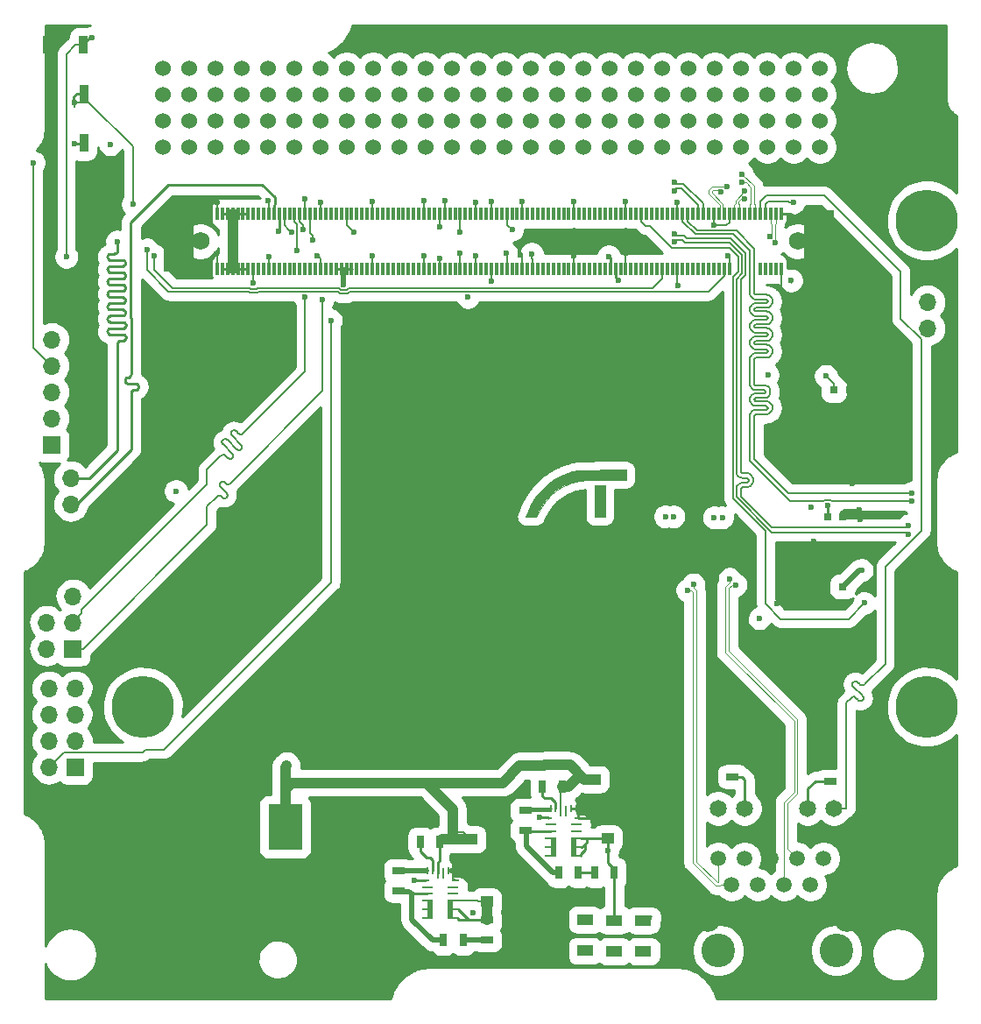
<source format=gbr>
G04 #@! TF.FileFunction,Copper,L1,Top,Signal*
%FSLAX45Y45*%
G04 Gerber Fmt 4.5, Leading zero omitted, Abs format (unit mm)*
G04 Created by KiCad (PCBNEW 4.0.7) date 02/13/18 13:39:06*
%MOMM*%
%LPD*%
G01*
G04 APERTURE LIST*
%ADD10C,0.100000*%
%ADD11C,0.010000*%
%ADD12R,1.700000X1.700000*%
%ADD13O,1.700000X1.700000*%
%ADD14C,6.000000*%
%ADD15R,1.300000X0.700000*%
%ADD16R,0.330200X1.193800*%
%ADD17C,1.752600*%
%ADD18R,3.000000X6.000000*%
%ADD19C,1.500000*%
%ADD20C,1.650000*%
%ADD21C,2.500000*%
%ADD22C,3.250000*%
%ADD23R,0.800000X0.750000*%
%ADD24R,1.600000X1.000000*%
%ADD25C,1.524000*%
%ADD26R,0.700000X1.300000*%
%ADD27R,0.700000X0.250000*%
%ADD28R,1.100000X0.250000*%
%ADD29R,0.250000X0.700000*%
%ADD30R,0.250000X1.100000*%
%ADD31R,0.600000X1.950000*%
%ADD32R,3.300000X4.400000*%
%ADD33R,3.900000X6.200000*%
%ADD34R,0.900000X1.700000*%
%ADD35R,1.250000X1.000000*%
%ADD36C,0.600000*%
%ADD37C,0.200000*%
%ADD38C,0.250000*%
%ADD39C,0.500000*%
%ADD40C,1.000000*%
%ADD41C,0.127000*%
%ADD42C,2.000000*%
%ADD43C,0.254000*%
%ADD44C,0.125000*%
G04 APERTURE END LIST*
D10*
D11*
G36*
X14102909Y-6892000D02*
X13917954Y-6892000D01*
X13851717Y-6892207D01*
X13795604Y-6892913D01*
X13748201Y-6894243D01*
X13708092Y-6896322D01*
X13673863Y-6899275D01*
X13644099Y-6903229D01*
X13617385Y-6908309D01*
X13592306Y-6914639D01*
X13567446Y-6922346D01*
X13564530Y-6923328D01*
X13495080Y-6952786D01*
X13430700Y-6991845D01*
X13372542Y-7039444D01*
X13321759Y-7094519D01*
X13279506Y-7156008D01*
X13251525Y-7211657D01*
X13235268Y-7249909D01*
X13134524Y-7249909D01*
X13148561Y-7211237D01*
X13183308Y-7131768D01*
X13227097Y-7059227D01*
X13279374Y-6994122D01*
X13339586Y-6936962D01*
X13407178Y-6888257D01*
X13481596Y-6848517D01*
X13562286Y-6818250D01*
X13582175Y-6812546D01*
X13596394Y-6808765D01*
X13609279Y-6805659D01*
X13622142Y-6803150D01*
X13636291Y-6801159D01*
X13653037Y-6799608D01*
X13673688Y-6798417D01*
X13699556Y-6797508D01*
X13731950Y-6796802D01*
X13772179Y-6796221D01*
X13821554Y-6795685D01*
X13870557Y-6795218D01*
X14102909Y-6793049D01*
X14102909Y-6892000D01*
X14102909Y-6892000D01*
G37*
X14102909Y-6892000D02*
X13917954Y-6892000D01*
X13851717Y-6892207D01*
X13795604Y-6892913D01*
X13748201Y-6894243D01*
X13708092Y-6896322D01*
X13673863Y-6899275D01*
X13644099Y-6903229D01*
X13617385Y-6908309D01*
X13592306Y-6914639D01*
X13567446Y-6922346D01*
X13564530Y-6923328D01*
X13495080Y-6952786D01*
X13430700Y-6991845D01*
X13372542Y-7039444D01*
X13321759Y-7094519D01*
X13279506Y-7156008D01*
X13251525Y-7211657D01*
X13235268Y-7249909D01*
X13134524Y-7249909D01*
X13148561Y-7211237D01*
X13183308Y-7131768D01*
X13227097Y-7059227D01*
X13279374Y-6994122D01*
X13339586Y-6936962D01*
X13407178Y-6888257D01*
X13481596Y-6848517D01*
X13562286Y-6818250D01*
X13582175Y-6812546D01*
X13596394Y-6808765D01*
X13609279Y-6805659D01*
X13622142Y-6803150D01*
X13636291Y-6801159D01*
X13653037Y-6799608D01*
X13673688Y-6798417D01*
X13699556Y-6797508D01*
X13731950Y-6796802D01*
X13772179Y-6796221D01*
X13821554Y-6795685D01*
X13870557Y-6795218D01*
X14102909Y-6793049D01*
X14102909Y-6892000D01*
G36*
X13900864Y-7249909D02*
X13796954Y-7249909D01*
X13796954Y-6943954D01*
X13900864Y-6943954D01*
X13900864Y-7249909D01*
X13900864Y-7249909D01*
G37*
X13900864Y-7249909D02*
X13796954Y-7249909D01*
X13796954Y-6943954D01*
X13900864Y-6943954D01*
X13900864Y-7249909D01*
D12*
X8777500Y-9668000D03*
D13*
X8523500Y-9668000D03*
X8777500Y-9414000D03*
X8523500Y-9414000D03*
X8777500Y-9160000D03*
X8523500Y-9160000D03*
X8777500Y-8906000D03*
X8523500Y-8906000D03*
D14*
X17008500Y-4385000D03*
X17008500Y-9085000D03*
D15*
X16080000Y-9612500D03*
X16080000Y-9802500D03*
D16*
X15600000Y-4320000D03*
X15550000Y-4320000D03*
X15500000Y-4320000D03*
X15450000Y-4320000D03*
X15400000Y-4320000D03*
X15350000Y-4320000D03*
X15300000Y-4320000D03*
X15250000Y-4320000D03*
X15200000Y-4320000D03*
X15150000Y-4320000D03*
X15100000Y-4320000D03*
X15050000Y-4320000D03*
X15000000Y-4320000D03*
X14950000Y-4320000D03*
X14900000Y-4320000D03*
X14850000Y-4320000D03*
X14800000Y-4320000D03*
X14750000Y-4320000D03*
X14700000Y-4320000D03*
X14650000Y-4320000D03*
X14600000Y-4320000D03*
X14550000Y-4320000D03*
X14500000Y-4320000D03*
X14450000Y-4320000D03*
X14400000Y-4320000D03*
X14350000Y-4320000D03*
X14300000Y-4320000D03*
X14250000Y-4320000D03*
X14200000Y-4320000D03*
X14150000Y-4320000D03*
X14100000Y-4320000D03*
X14050000Y-4320000D03*
X14000000Y-4320000D03*
X13950000Y-4320000D03*
X13900000Y-4320000D03*
X13850000Y-4320000D03*
X13800000Y-4320000D03*
X13750000Y-4320000D03*
X13700000Y-4320000D03*
X13650000Y-4320000D03*
X13600000Y-4320000D03*
X13550000Y-4320000D03*
X13500000Y-4320000D03*
X13450000Y-4320000D03*
X13400000Y-4320000D03*
X13350000Y-4320000D03*
X13300000Y-4320000D03*
X13250000Y-4320000D03*
X13200000Y-4320000D03*
X13150000Y-4320000D03*
X13100000Y-4320000D03*
X13050000Y-4320000D03*
X13000000Y-4320000D03*
X12950000Y-4320000D03*
X12900000Y-4320000D03*
X12850000Y-4320000D03*
X12800000Y-4320000D03*
X12750000Y-4320000D03*
X12700000Y-4320000D03*
X12650000Y-4320000D03*
X12600000Y-4320000D03*
X12550000Y-4320000D03*
X12500000Y-4320000D03*
X12450000Y-4320000D03*
X12400000Y-4320000D03*
X12350000Y-4320000D03*
X12300000Y-4320000D03*
X12250000Y-4320000D03*
X12200000Y-4320000D03*
X12150000Y-4320000D03*
X12100000Y-4320000D03*
X12050000Y-4320000D03*
X12000000Y-4320000D03*
X11950000Y-4320000D03*
X11900000Y-4320000D03*
X11850000Y-4320000D03*
X11800000Y-4320000D03*
X11750000Y-4320000D03*
X11700000Y-4320000D03*
X11650000Y-4320000D03*
X11600000Y-4320000D03*
X11550000Y-4320000D03*
X11500000Y-4320000D03*
X11450000Y-4320000D03*
X11400000Y-4320000D03*
X11350000Y-4320000D03*
X11300000Y-4320000D03*
X11250000Y-4320000D03*
X11200000Y-4320000D03*
X11150000Y-4320000D03*
X11100000Y-4320000D03*
X11050000Y-4320000D03*
X11000000Y-4320000D03*
X10950000Y-4320000D03*
X10900000Y-4320000D03*
X10850000Y-4320000D03*
X10800000Y-4320000D03*
X10750000Y-4320000D03*
X10700000Y-4320000D03*
X10650000Y-4320000D03*
X10600000Y-4320000D03*
X10550000Y-4320000D03*
X10500000Y-4320000D03*
X10450000Y-4320000D03*
X10400000Y-4320000D03*
X10350000Y-4320000D03*
X10300000Y-4320000D03*
X10250000Y-4320000D03*
X10200000Y-4320000D03*
X10150000Y-4320000D03*
X15600000Y-4850000D03*
X15550000Y-4850000D03*
X15500000Y-4850000D03*
X15450000Y-4850000D03*
X15400000Y-4850000D03*
X15100000Y-4850000D03*
X15050000Y-4850000D03*
X15000000Y-4850000D03*
X14950000Y-4850000D03*
X14900000Y-4850000D03*
X14850000Y-4850000D03*
X14800000Y-4850000D03*
X14750000Y-4850000D03*
X14700000Y-4850000D03*
X14650000Y-4850000D03*
X14600000Y-4850000D03*
X14550000Y-4850000D03*
X14500000Y-4850000D03*
X14450000Y-4850000D03*
X14400000Y-4850000D03*
X14350000Y-4850000D03*
X14300000Y-4850000D03*
X14250000Y-4850000D03*
X14200000Y-4850000D03*
X14150000Y-4850000D03*
X14100000Y-4850000D03*
X14050000Y-4850000D03*
X14000000Y-4850000D03*
X13950000Y-4850000D03*
X13900000Y-4850000D03*
X13850000Y-4850000D03*
X13800000Y-4850000D03*
X13750000Y-4850000D03*
X13700000Y-4850000D03*
X13650000Y-4850000D03*
X13600000Y-4850000D03*
X13550000Y-4850000D03*
X13500000Y-4850000D03*
X13450000Y-4850000D03*
X13400000Y-4850000D03*
X13350000Y-4850000D03*
X13300000Y-4850000D03*
X13250000Y-4850000D03*
X13200000Y-4850000D03*
X13150000Y-4850000D03*
X13100000Y-4850000D03*
X13050000Y-4850000D03*
X13000000Y-4850000D03*
X12950000Y-4850000D03*
X12900000Y-4850000D03*
X12850000Y-4850000D03*
X12800000Y-4850000D03*
X12750000Y-4850000D03*
X12700000Y-4850000D03*
X12650000Y-4850000D03*
X12600000Y-4850000D03*
X12550000Y-4850000D03*
X12500000Y-4850000D03*
X12450000Y-4850000D03*
X12400000Y-4850000D03*
X12350000Y-4850000D03*
X12300000Y-4850000D03*
X12250000Y-4850000D03*
X12200000Y-4850000D03*
X12150000Y-4850000D03*
X12100000Y-4850000D03*
X12050000Y-4850000D03*
X12000000Y-4850000D03*
X11950000Y-4850000D03*
X11900000Y-4850000D03*
X11850000Y-4850000D03*
X11800000Y-4850000D03*
X11750000Y-4850000D03*
X11700000Y-4850000D03*
X11650000Y-4850000D03*
X11600000Y-4850000D03*
X11550000Y-4850000D03*
X11500000Y-4850000D03*
X11450000Y-4850000D03*
X11400000Y-4850000D03*
X11350000Y-4850000D03*
X11300000Y-4850000D03*
X11250000Y-4850000D03*
X11200000Y-4850000D03*
X11150000Y-4850000D03*
X11100000Y-4850000D03*
X11050000Y-4850000D03*
X11000000Y-4850000D03*
X10950000Y-4850000D03*
X10900000Y-4850000D03*
X10850000Y-4850000D03*
X10800000Y-4850000D03*
X10750000Y-4850000D03*
X10700000Y-4850000D03*
X10650000Y-4850000D03*
X10600000Y-4850000D03*
X10550000Y-4850000D03*
X10500000Y-4850000D03*
X10450000Y-4850000D03*
X10400000Y-4850000D03*
X10350000Y-4850000D03*
X10300000Y-4850000D03*
X10250000Y-4850000D03*
X10200000Y-4850000D03*
X10150000Y-4850000D03*
D17*
X9989560Y-4585000D03*
X9989560Y-4585000D03*
X15760440Y-4585000D03*
X15760440Y-4585000D03*
D18*
X15966600Y-4583300D03*
X9781700Y-4583300D03*
D19*
X16139000Y-10804000D03*
X16012000Y-10550000D03*
X15885000Y-10804000D03*
X15758000Y-10550000D03*
X15631000Y-10804000D03*
X15504000Y-10550000D03*
X15377000Y-10804000D03*
X15250000Y-10550000D03*
X15123000Y-10804000D03*
X14996000Y-10550000D03*
D20*
X16114000Y-10067000D03*
X15860000Y-10067000D03*
X15250000Y-10067000D03*
X14996000Y-10067000D03*
D21*
X14894500Y-11134000D03*
D22*
X14996000Y-11439000D03*
X16139000Y-11439000D03*
D21*
X16240500Y-11134000D03*
D23*
X16046000Y-7924000D03*
X16196000Y-7924000D03*
X16200000Y-7250000D03*
X16050000Y-7250000D03*
X16261000Y-6023000D03*
X16111000Y-6023000D03*
D24*
X13988000Y-11448500D03*
X13988000Y-11148500D03*
X13708000Y-11443500D03*
X13708000Y-11143500D03*
X14268000Y-11448500D03*
X14268000Y-11148500D03*
D25*
X9626000Y-3675500D03*
X9626000Y-3421500D03*
X9880000Y-3675500D03*
X9880000Y-3421500D03*
X10134000Y-3675500D03*
X10134000Y-3421500D03*
X10388000Y-3675500D03*
X10388000Y-3421500D03*
X10642000Y-3675500D03*
X10642000Y-3421500D03*
X10896000Y-3675500D03*
X10896000Y-3421500D03*
X11150000Y-3675500D03*
X11150000Y-3421500D03*
X11404000Y-3675500D03*
X11404000Y-3421500D03*
X11658000Y-3675500D03*
X11658000Y-3421500D03*
X11912000Y-3675500D03*
X11912000Y-3421500D03*
X12166000Y-3675500D03*
X12166000Y-3421500D03*
X12420000Y-3675500D03*
X12420000Y-3421500D03*
X12674000Y-3675500D03*
X12674000Y-3421500D03*
X12928000Y-3675500D03*
X12928000Y-3421500D03*
X13182000Y-3675500D03*
X13182000Y-3421500D03*
X13436000Y-3675500D03*
X13436000Y-3421500D03*
X13690000Y-3675500D03*
X13690000Y-3421500D03*
X13944000Y-3675500D03*
X13944000Y-3421500D03*
X14198000Y-3675500D03*
X14198000Y-3421500D03*
X14452000Y-3675500D03*
X14452000Y-3421500D03*
X14706000Y-3675500D03*
X14706000Y-3421500D03*
X14960000Y-3675500D03*
X14960000Y-3421500D03*
X15214000Y-3675500D03*
X15214000Y-3421500D03*
X15468000Y-3675500D03*
X15468000Y-3421500D03*
X15722000Y-3675500D03*
X15722000Y-3421500D03*
X15976000Y-3675500D03*
X15976000Y-3421500D03*
D15*
X12757000Y-11146500D03*
X12757000Y-11336500D03*
D26*
X12527000Y-11341500D03*
X12337000Y-11341500D03*
X12302000Y-10391500D03*
X12112000Y-10391500D03*
D15*
X11907000Y-10671500D03*
X11907000Y-10861500D03*
D26*
X13988000Y-10686000D03*
X13798000Y-10686000D03*
X13640500Y-10686000D03*
X13450500Y-10686000D03*
X13485500Y-9856000D03*
X13295500Y-9856000D03*
D15*
X13128000Y-10088500D03*
X13128000Y-10278500D03*
D27*
X13353000Y-10159639D03*
D28*
X13373000Y-10224639D03*
X13373000Y-10289639D03*
D27*
X13353000Y-10354639D03*
X13353000Y-10439639D03*
X13353000Y-10524639D03*
X13643000Y-10524639D03*
X13643000Y-10439639D03*
X13643000Y-10354639D03*
D28*
X13623000Y-10289639D03*
X13623000Y-10224639D03*
D27*
X13643000Y-10159639D03*
D29*
X13623000Y-10069639D03*
X13573000Y-10069639D03*
D30*
X13523000Y-10089639D03*
X13473000Y-10089639D03*
D29*
X13423000Y-10069639D03*
X13373000Y-10069639D03*
D31*
X13398000Y-10439639D03*
X13598000Y-10439639D03*
D25*
X9625900Y-3167896D03*
X9625900Y-2913896D03*
X9879900Y-3167896D03*
X9879900Y-2913896D03*
X10133900Y-3167896D03*
X10133900Y-2913896D03*
X10387900Y-3167896D03*
X10387900Y-2913896D03*
X10641900Y-3167896D03*
X10641900Y-2913896D03*
X10895900Y-3167896D03*
X10895900Y-2913896D03*
X11149900Y-3167896D03*
X11149900Y-2913896D03*
X11403900Y-3167896D03*
X11403900Y-2913896D03*
X11657900Y-3167896D03*
X11657900Y-2913896D03*
X11911900Y-3167896D03*
X11911900Y-2913896D03*
X12165900Y-3167896D03*
X12165900Y-2913896D03*
X12419900Y-3167896D03*
X12419900Y-2913896D03*
X12673900Y-3167896D03*
X12673900Y-2913896D03*
X12927900Y-3167896D03*
X12927900Y-2913896D03*
X13181900Y-3167896D03*
X13181900Y-2913896D03*
X13435900Y-3167896D03*
X13435900Y-2913896D03*
X13689900Y-3167896D03*
X13689900Y-2913896D03*
X13943900Y-3167896D03*
X13943900Y-2913896D03*
X14197900Y-3167896D03*
X14197900Y-2913896D03*
X14451900Y-3167896D03*
X14451900Y-2913896D03*
X14705900Y-3167896D03*
X14705900Y-2913896D03*
X14959900Y-3167896D03*
X14959900Y-2913896D03*
X15213900Y-3167896D03*
X15213900Y-2913896D03*
X15467900Y-3167896D03*
X15467900Y-2913896D03*
X15721900Y-3167896D03*
X15721900Y-2913896D03*
X15975900Y-3167896D03*
X15975900Y-2913896D03*
D27*
X12162000Y-10761500D03*
D28*
X12182000Y-10826500D03*
X12182000Y-10891500D03*
D27*
X12162000Y-10956500D03*
X12162000Y-11041500D03*
X12162000Y-11126500D03*
X12452000Y-11126500D03*
X12452000Y-11041500D03*
X12452000Y-10956500D03*
D28*
X12432000Y-10891500D03*
X12432000Y-10826500D03*
D27*
X12452000Y-10761500D03*
D29*
X12432000Y-10671500D03*
X12382000Y-10671500D03*
D30*
X12332000Y-10691500D03*
X12282000Y-10691500D03*
D29*
X12232000Y-10671500D03*
X12182000Y-10671500D03*
D31*
X12207000Y-11041500D03*
X12407000Y-11041500D03*
D12*
X8734500Y-7382000D03*
D13*
X8734500Y-7128000D03*
X8734500Y-6874000D03*
D12*
X8551000Y-6554000D03*
D13*
X8551000Y-6300000D03*
X8551000Y-6046000D03*
X8551000Y-5792000D03*
X8551000Y-5538000D03*
X8551000Y-5284000D03*
D12*
X17019500Y-4919000D03*
D13*
X17019500Y-5173000D03*
X17019500Y-5427000D03*
D32*
X10807500Y-10247500D03*
D33*
X10092500Y-11147500D03*
X11382500Y-11147500D03*
D15*
X15132500Y-9570000D03*
X15132500Y-9760000D03*
D12*
X8757500Y-8523000D03*
D13*
X8503500Y-8523000D03*
X8757500Y-8269000D03*
X8503500Y-8269000D03*
X8757500Y-8015000D03*
X8503500Y-8015000D03*
D34*
X8512500Y-2685000D03*
X8852500Y-2685000D03*
X8522500Y-3155000D03*
X8862500Y-3155000D03*
X8520000Y-3637500D03*
X8860000Y-3637500D03*
D35*
X12607000Y-10366500D03*
X12607000Y-10566500D03*
X12757000Y-10966500D03*
X12757000Y-10766500D03*
X13798000Y-9786000D03*
X13798000Y-9986000D03*
X13923000Y-10358500D03*
X13923000Y-10158500D03*
D14*
X9432500Y-9085000D03*
D36*
X16032500Y-5887000D03*
X15472500Y-5875000D03*
X16050000Y-7140000D03*
X15395000Y-8230000D03*
X13923000Y-10476000D03*
X16381000Y-7764000D03*
X13708000Y-11143500D03*
X13733000Y-11436000D03*
X13975500Y-11446000D03*
X14273000Y-11446000D03*
X9117500Y-3650000D03*
X12619500Y-11071500D03*
X11374000Y-5001000D03*
X14268000Y-11148500D03*
X14027000Y-4965000D03*
X15699000Y-4964000D03*
X13934000Y-4730500D03*
X12059500Y-10759000D03*
X12527000Y-11341500D03*
X13263000Y-10156000D03*
X13640500Y-10686000D03*
X16863000Y-7018410D03*
X16863000Y-7098410D03*
X14574000Y-4095000D03*
X14570000Y-4511000D03*
X16829000Y-7335000D03*
X14574000Y-4015000D03*
X14570000Y-4591000D03*
X16829000Y-7415000D03*
X16408000Y-8082000D03*
X13000000Y-4475000D03*
X12500000Y-4500000D03*
X12575000Y-5125000D03*
X12300000Y-4450000D03*
X11475000Y-4500000D03*
X11250000Y-5350000D03*
X11000000Y-4175000D03*
X10742288Y-4485501D03*
X9185000Y-4588000D03*
X8937500Y-2620000D03*
X9472000Y-4665000D03*
X8692500Y-4735000D03*
X9545000Y-4728000D03*
X9334000Y-4229000D03*
X13191000Y-4705000D03*
X8375000Y-3825000D03*
X8767500Y-3240000D03*
X12943649Y-4700000D03*
X12800000Y-4975000D03*
X12500000Y-4700000D03*
X12303000Y-4747000D03*
X8767500Y-3640000D03*
X10502000Y-4988000D03*
X10300000Y-4565000D03*
X10822500Y-9652500D03*
X13485500Y-9856000D03*
X8727500Y-7610000D03*
X8577500Y-7810000D03*
X14600500Y-5016000D03*
X15925000Y-4400000D03*
X15925000Y-4500000D03*
X15925000Y-4625000D03*
X15925000Y-4750000D03*
X16025000Y-4750000D03*
X16025000Y-4625000D03*
X16025000Y-4500000D03*
X16025000Y-4400000D03*
X9800000Y-4394500D03*
X9800000Y-4550000D03*
X9800000Y-4675000D03*
X9800000Y-4775000D03*
X9700000Y-4775000D03*
X9700000Y-4675000D03*
X9700000Y-4550000D03*
X9700000Y-4394500D03*
X11118649Y-4725000D03*
X15577500Y-5035000D03*
X16057649Y-9441278D03*
X15112500Y-9432500D03*
X8552500Y-5100000D03*
X10075000Y-11300000D03*
X9957500Y-11000000D03*
X9950000Y-11150000D03*
X9950000Y-11300000D03*
X10200000Y-11300000D03*
X10200000Y-11150000D03*
X10200000Y-11000000D03*
X10072500Y-11000000D03*
X10072500Y-11150000D03*
X11500000Y-11300000D03*
X11285000Y-11300000D03*
X11492500Y-11000000D03*
X11272500Y-11000000D03*
X11272500Y-11150000D03*
X11500000Y-11150000D03*
X11387500Y-11300000D03*
X11380000Y-11000000D03*
X11382500Y-11150000D03*
X15504000Y-10375000D03*
X15092500Y-11110000D03*
X16372500Y-10960000D03*
X16267500Y-10800000D03*
X15557500Y-8090000D03*
X15917500Y-7705000D03*
X15917500Y-7487500D03*
X16337500Y-7510000D03*
X15895000Y-7157500D03*
X16367500Y-7272500D03*
X16360000Y-7182500D03*
X16290000Y-6927500D03*
X15725000Y-6710000D03*
X16345000Y-6165000D03*
X15892500Y-5980000D03*
X10140000Y-4712500D03*
X10650000Y-4732500D03*
X11650000Y-4725000D03*
X12147500Y-4725000D03*
X12650000Y-4722500D03*
X13082500Y-4715000D03*
X13600000Y-4727500D03*
X14102500Y-4702500D03*
X15085000Y-4725000D03*
X10147500Y-4205000D03*
X10645000Y-4192500D03*
X11150000Y-4205000D03*
X11650000Y-4202500D03*
X12150000Y-4190000D03*
X12350000Y-4192500D03*
X12650000Y-4207500D03*
X12800000Y-4202500D03*
X13100000Y-4202500D03*
X13600000Y-4200000D03*
X14100000Y-4200000D03*
X14600000Y-4207500D03*
X14947500Y-4427500D03*
X15685000Y-4340000D03*
X16332500Y-7605000D03*
X16315000Y-6417500D03*
X12979000Y-11281000D03*
X14493000Y-11296000D03*
X15548284Y-4598284D03*
X14753284Y-7901716D03*
X15491716Y-4541716D03*
X14696716Y-7958284D03*
X15720000Y-4209000D03*
X15226000Y-3936000D03*
X14482000Y-7246000D03*
X15226000Y-4014000D03*
X14560000Y-7246000D03*
X15251000Y-4175000D03*
X15104216Y-7849216D03*
X15251000Y-4097000D03*
X15160784Y-7905784D03*
X15019423Y-4111577D03*
X14954000Y-7255000D03*
X15074577Y-4056423D03*
X15032000Y-7255000D03*
X11168649Y-5150000D03*
X11075000Y-4575000D03*
X10981351Y-4475000D03*
X11000000Y-5125000D03*
X10925000Y-4675000D03*
X9750000Y-7000000D03*
X10868649Y-4500299D03*
D37*
X16111000Y-6023000D02*
X16111000Y-5965500D01*
X16111000Y-5965500D02*
X16032500Y-5887000D01*
D38*
X16050000Y-7140000D02*
X16050000Y-7250000D01*
X13923000Y-10358500D02*
X13923000Y-10476000D01*
X13923000Y-10476000D02*
X13923000Y-10591000D01*
X16196000Y-7924000D02*
X16198500Y-7924000D01*
D39*
X16198500Y-7924000D02*
X16358500Y-7764000D01*
D38*
X16358500Y-7764000D02*
X16381000Y-7764000D01*
X13988000Y-11148500D02*
X13988000Y-11073500D01*
X13988000Y-11073500D02*
X13988000Y-10686000D01*
X13703000Y-10413500D02*
X13676861Y-10439639D01*
X13728000Y-10388500D02*
X13703000Y-10413500D01*
X13703000Y-10413500D02*
X13703000Y-10464639D01*
X13703000Y-10464639D02*
X13660500Y-10507139D01*
X13660500Y-10507139D02*
X13660500Y-10524639D01*
X13728000Y-10354639D02*
X13660500Y-10354639D01*
X13831639Y-10354639D02*
X13728000Y-10354639D01*
X13728000Y-10354639D02*
X13728000Y-10388500D01*
X13676861Y-10439639D02*
X13660500Y-10439639D01*
X13923000Y-10358500D02*
X13835500Y-10358500D01*
X13835500Y-10358500D02*
X13831639Y-10354639D01*
X13923000Y-10591000D02*
X13988000Y-10656000D01*
X13988000Y-10656000D02*
X13988000Y-10686000D01*
D37*
X14268000Y-11148500D02*
X14312460Y-11148500D01*
X14312460Y-11148500D02*
X14350700Y-11110260D01*
X14268000Y-11148500D02*
X14325160Y-11148500D01*
X14325160Y-11148500D02*
X14348160Y-11125500D01*
X12757000Y-10966500D02*
X12674500Y-10966500D01*
X12674500Y-10966500D02*
X12664500Y-10956500D01*
X12664500Y-10956500D02*
X12467000Y-10956500D01*
D38*
X11400000Y-4850000D02*
X11453000Y-4850000D01*
X11301000Y-4849000D02*
X11354000Y-4849000D01*
D39*
X11374000Y-4905000D02*
X11374000Y-4876000D01*
X11374000Y-4874000D02*
X11350000Y-4850000D01*
X11374000Y-5001000D02*
X11374000Y-4905000D01*
X11374000Y-4905000D02*
X11374000Y-4874000D01*
X11374000Y-4876000D02*
X11400000Y-4850000D01*
D38*
X12757000Y-11146500D02*
X12574500Y-11146500D01*
X12582000Y-11146500D02*
X12477000Y-11041500D01*
X12757000Y-11146500D02*
X12488000Y-11146500D01*
X12488000Y-11146500D02*
X12469500Y-11128000D01*
X12469500Y-11128000D02*
X12469500Y-11126500D01*
D40*
X12757000Y-10966500D02*
X12757000Y-11146500D01*
D38*
X14027000Y-4965000D02*
X14000000Y-4938000D01*
X14000000Y-4938000D02*
X14000000Y-4850000D01*
X15699000Y-4980000D02*
X15699000Y-4964000D01*
X13934000Y-4730500D02*
X13950000Y-4746500D01*
X13950000Y-4746500D02*
X13950000Y-4850000D01*
X12059500Y-10759000D02*
X12159500Y-10759000D01*
X12159500Y-10759000D02*
X12162000Y-10761500D01*
D39*
X12527000Y-11341500D02*
X12752000Y-11341500D01*
D38*
X12752000Y-11341500D02*
X12757000Y-11336500D01*
D37*
X13373000Y-10289639D02*
X13139139Y-10289639D01*
X13139139Y-10289639D02*
X13128000Y-10278500D01*
D39*
X13450500Y-10686000D02*
X13390500Y-10686000D01*
X13390500Y-10686000D02*
X13138000Y-10433500D01*
X13138000Y-10433500D02*
X13138000Y-10348500D01*
X13138000Y-10348500D02*
X13138000Y-10288500D01*
D38*
X13138000Y-10288500D02*
X13371861Y-10288500D01*
X13371861Y-10288500D02*
X13373000Y-10289639D01*
X12027000Y-10891500D02*
X12032000Y-10891500D01*
D39*
X12232000Y-11341500D02*
X12032000Y-11141500D01*
D38*
X12032000Y-10891500D02*
X12102000Y-10891500D01*
D39*
X12337000Y-11341500D02*
X12232000Y-11341500D01*
X12032000Y-11141500D02*
X12032000Y-10891500D01*
X11917000Y-10871500D02*
X12007000Y-10871500D01*
X12007000Y-10871500D02*
X12037000Y-10901500D01*
D38*
X12102000Y-10891500D02*
X12182000Y-10891500D01*
X12207000Y-10541500D02*
X12232000Y-10566500D01*
X12232000Y-10566500D02*
X12232000Y-10671500D01*
X12172000Y-10541500D02*
X12207000Y-10541500D01*
X12112000Y-10391500D02*
X12112000Y-10481500D01*
X12112000Y-10481500D02*
X12172000Y-10541500D01*
D39*
X11914500Y-10669000D02*
X12004500Y-10669000D01*
X11988500Y-10671500D02*
X12173500Y-10671500D01*
D38*
X13798000Y-10686000D02*
X13640500Y-10686000D01*
X13263000Y-10156000D02*
X13349361Y-10156000D01*
X13349361Y-10156000D02*
X13353000Y-10159639D01*
X13315500Y-9966000D02*
X13380500Y-9966000D01*
X13380500Y-9966000D02*
X13423000Y-10008500D01*
X13423000Y-10008500D02*
X13423000Y-10009639D01*
X13423000Y-10009639D02*
X13423000Y-10069639D01*
X13295500Y-9856000D02*
X13295500Y-9946000D01*
X13295500Y-9946000D02*
X13315500Y-9966000D01*
X13128000Y-10088500D02*
X13354139Y-10088500D01*
X13354139Y-10088500D02*
X13373000Y-10069639D01*
X13373000Y-10069639D02*
X13166861Y-10069639D01*
X13166861Y-10069639D02*
X13138000Y-10098500D01*
D41*
X15671230Y-7018410D02*
X16820574Y-7018410D01*
X15344944Y-6270661D02*
X15344500Y-6274600D01*
X15354520Y-6258653D02*
X15351164Y-6260761D01*
X15358261Y-6257344D02*
X15354520Y-6258653D01*
X15348362Y-6263564D02*
X15346253Y-6266920D01*
X15362200Y-6256900D02*
X15358261Y-6257344D01*
X15458641Y-6256900D02*
X15362200Y-6256900D01*
X15511868Y-6223455D02*
X15504830Y-6234657D01*
X15517718Y-6190577D02*
X15517718Y-6197823D01*
X15516237Y-6177431D02*
X15517718Y-6190577D01*
X15344500Y-6691680D02*
X15671230Y-7018410D01*
X15511868Y-6164944D02*
X15516237Y-6177431D01*
X15495475Y-6144389D02*
X15504830Y-6153743D01*
X15484274Y-6137350D02*
X15495475Y-6144389D01*
X15471787Y-6132981D02*
X15484274Y-6137350D01*
X15458641Y-6131500D02*
X15471787Y-6132981D01*
X15517718Y-6197823D02*
X15516237Y-6210969D01*
X15362200Y-6131500D02*
X15458641Y-6131500D01*
X15358261Y-6131056D02*
X15362200Y-6131500D01*
X15354520Y-6129747D02*
X15358261Y-6131056D01*
X15344944Y-6117739D02*
X15346253Y-6121480D01*
X15344500Y-6113800D02*
X15344944Y-6117739D01*
X15346005Y-6107205D02*
X15344881Y-6110418D01*
X15350223Y-6101916D02*
X15347816Y-6104323D01*
X15353105Y-6100105D02*
X15350223Y-6101916D01*
X15356318Y-6098981D02*
X15353105Y-6100105D01*
X15359700Y-6098600D02*
X15356318Y-6098981D01*
X15452900Y-6097178D02*
X15440279Y-6098600D01*
X15491383Y-6066489D02*
X15484625Y-6077244D01*
X15495578Y-6054500D02*
X15491383Y-6066489D01*
X15495578Y-6022300D02*
X15497000Y-6034921D01*
X15464889Y-5983817D02*
X15475644Y-5990575D01*
X15440279Y-6098600D02*
X15359700Y-6098600D01*
X15452900Y-5979622D02*
X15464889Y-5983817D01*
X15356318Y-5977819D02*
X15359700Y-5978200D01*
X15497000Y-6041878D02*
X15495578Y-6054500D01*
X15350223Y-5974884D02*
X15353105Y-5976695D01*
X15346253Y-5719520D02*
X15344944Y-5723261D01*
X15348362Y-5716164D02*
X15346253Y-5719520D01*
X15354520Y-5711253D02*
X15351164Y-5713361D01*
X15358261Y-5709944D02*
X15354520Y-5711253D01*
X15362200Y-5709500D02*
X15358261Y-5709944D01*
X15484274Y-5703649D02*
X15471787Y-5708019D01*
X15511868Y-5676055D02*
X15504830Y-5687257D01*
X15516237Y-5663569D02*
X15511868Y-5676055D01*
X15517718Y-5650423D02*
X15516237Y-5663569D01*
X15516237Y-5630031D02*
X15517718Y-5643177D01*
X15504830Y-5606343D02*
X15511868Y-5617544D01*
X16820574Y-7018410D02*
X16863000Y-7018410D01*
X15495475Y-5596989D02*
X15504830Y-5606343D01*
X15362200Y-5584100D02*
X15458641Y-5584100D01*
X15351164Y-5580238D02*
X15354520Y-5582347D01*
X15346253Y-5574080D02*
X15348362Y-5577436D01*
X15344500Y-5566400D02*
X15344944Y-5570339D01*
X15346253Y-5558720D02*
X15344944Y-5562461D01*
X15351164Y-5552562D02*
X15348362Y-5555364D01*
X15354520Y-5550453D02*
X15351164Y-5552562D01*
X15495475Y-5535811D02*
X15484274Y-5542850D01*
X15511868Y-5515256D02*
X15504830Y-5526457D01*
X15516237Y-5469231D02*
X15517718Y-5482377D01*
X15511868Y-5456744D02*
X15516237Y-5469231D01*
X15504830Y-5445543D02*
X15511868Y-5456744D01*
X15495475Y-5436189D02*
X15504830Y-5445543D01*
X15471787Y-5424781D02*
X15484274Y-5429150D01*
X15458641Y-5423300D02*
X15471787Y-5424781D01*
X15362200Y-5423300D02*
X15458641Y-5423300D01*
X15358261Y-5422856D02*
X15362200Y-5423300D01*
X15348362Y-5416636D02*
X15351164Y-5419438D01*
X15511868Y-5617544D02*
X15516237Y-5630031D01*
X15344944Y-5409539D02*
X15346253Y-5413280D01*
X15344500Y-5405600D02*
X15344944Y-5409539D01*
X15348362Y-5394564D02*
X15346253Y-5397920D01*
X15351164Y-5391762D02*
X15348362Y-5394564D01*
X15358261Y-5388344D02*
X15354520Y-5389653D01*
X15346005Y-5969595D02*
X15347816Y-5972477D01*
X15362200Y-5387900D02*
X15358261Y-5388344D01*
X15458641Y-5387900D02*
X15362200Y-5387900D01*
X15504830Y-5365657D02*
X15495475Y-5375011D01*
X15511868Y-5295944D02*
X15516237Y-5308431D01*
X15504830Y-5284743D02*
X15511868Y-5295944D01*
X15495475Y-5275389D02*
X15504830Y-5284743D01*
X15484274Y-5268350D02*
X15495475Y-5275389D01*
X15471787Y-5263981D02*
X15484274Y-5268350D01*
X15362200Y-5262500D02*
X15458641Y-5262500D01*
X15346253Y-5252480D02*
X15348362Y-5255836D01*
X15344500Y-5244800D02*
X15344944Y-5248739D01*
X15358261Y-5227544D02*
X15354520Y-5228853D01*
X15458641Y-5227100D02*
X15362200Y-5227100D01*
X15358261Y-5583656D02*
X15362200Y-5584100D01*
X15484274Y-5221250D02*
X15471787Y-5225619D01*
X15495475Y-5214211D02*
X15484274Y-5221250D01*
X15516237Y-5181169D02*
X15511868Y-5193656D01*
X15344881Y-5966382D02*
X15346005Y-5969595D01*
X15517718Y-5168023D02*
X15516237Y-5181169D01*
X15511868Y-5354456D02*
X15504830Y-5365657D01*
X15354520Y-5260747D02*
X15358261Y-5262056D01*
X15517718Y-5160777D02*
X15517718Y-5168023D01*
X15516237Y-5147631D02*
X15517718Y-5160777D01*
X15511868Y-5135144D02*
X15516237Y-5147631D01*
X15362200Y-5101700D02*
X15458641Y-5101700D01*
X15351164Y-5097838D02*
X15354520Y-5099947D01*
X15471787Y-5708019D02*
X15458641Y-5709500D01*
X15344944Y-5240861D02*
X15344500Y-5244800D01*
X15517718Y-5482377D02*
X15517718Y-5489623D01*
X15348362Y-5095036D02*
X15351164Y-5097838D01*
X15475644Y-5990575D02*
X15484625Y-5999556D01*
X15346253Y-5091680D02*
X15348362Y-5095036D01*
X15344944Y-5087939D02*
X15346253Y-5091680D01*
X14791460Y-4483850D02*
X15169949Y-4483850D01*
X14700000Y-4392390D02*
X14791460Y-4483850D01*
X14700000Y-4320000D02*
X14700000Y-4392390D01*
X15495475Y-5114589D02*
X15504830Y-5123943D01*
X15495475Y-5375011D02*
X15484274Y-5382050D01*
X15346253Y-5397920D02*
X15344944Y-5401661D01*
X15358261Y-5549144D02*
X15354520Y-5550453D01*
X15347816Y-6104323D02*
X15346005Y-6107205D01*
X15346253Y-5413280D02*
X15348362Y-5416636D01*
X15344944Y-5401661D02*
X15344500Y-5405600D01*
X15348362Y-5555364D02*
X15346253Y-5558720D01*
X15475644Y-6086225D02*
X15464889Y-6092983D01*
X15458641Y-5709500D02*
X15362200Y-5709500D01*
X15353105Y-5976695D02*
X15356318Y-5977819D01*
X15344881Y-6110418D02*
X15344500Y-6113800D01*
X15362200Y-5227100D02*
X15358261Y-5227544D01*
X15351164Y-5419438D02*
X15354520Y-5421547D01*
X15464889Y-6092983D02*
X15452900Y-6097178D01*
X15169949Y-4483850D02*
X15344500Y-4658401D01*
X15351164Y-5713361D02*
X15348362Y-5716164D01*
X15346253Y-6266920D02*
X15344944Y-6270661D01*
X15516237Y-5341969D02*
X15511868Y-5354456D01*
X15344944Y-5723261D02*
X15344500Y-5727200D01*
X15344500Y-6274600D02*
X15344500Y-6691680D01*
X15484274Y-5429150D02*
X15495475Y-5436189D01*
X15491383Y-6010311D02*
X15495578Y-6022300D01*
X15346253Y-6121480D02*
X15348362Y-6124836D01*
X15351164Y-6260761D02*
X15348362Y-6263564D01*
X15471787Y-6255419D02*
X15458641Y-6256900D01*
X15344500Y-5963000D02*
X15344881Y-5966382D01*
X15484625Y-5999556D02*
X15491383Y-6010311D01*
X15347816Y-5972477D02*
X15350223Y-5974884D01*
X15517718Y-5328823D02*
X15516237Y-5341969D01*
X15504830Y-6153743D02*
X15511868Y-6164944D01*
X15495475Y-6244011D02*
X15484274Y-6251049D01*
X15348362Y-5255836D02*
X15351164Y-5258638D01*
X15348362Y-5233764D02*
X15346253Y-5237120D01*
X15440279Y-5978200D02*
X15452900Y-5979622D01*
X15511868Y-5193656D02*
X15504830Y-5204857D01*
X15458641Y-5548700D02*
X15362200Y-5548700D01*
X15354520Y-5582347D02*
X15358261Y-5583656D01*
X15359700Y-5978200D02*
X15440279Y-5978200D01*
X15484274Y-5107550D02*
X15495475Y-5114589D01*
X15362200Y-5548700D02*
X15358261Y-5549144D01*
X15495475Y-5696611D02*
X15484274Y-5703649D01*
X15471787Y-5547219D02*
X15458641Y-5548700D01*
X15351164Y-5230962D02*
X15348362Y-5233764D01*
X15516237Y-6210969D02*
X15511868Y-6223455D01*
X15458641Y-5584100D02*
X15471787Y-5585581D01*
X15344944Y-5248739D02*
X15346253Y-5252480D01*
X15351164Y-5258638D02*
X15354520Y-5260747D01*
X15346253Y-5237120D02*
X15344944Y-5240861D01*
X15458641Y-5101700D02*
X15471787Y-5103181D01*
X15354520Y-5228853D02*
X15351164Y-5230962D01*
X15504830Y-5204857D02*
X15495475Y-5214211D01*
X15484274Y-5589950D02*
X15495475Y-5596989D01*
X15504830Y-5687257D02*
X15495475Y-5696611D01*
X15516237Y-5502769D02*
X15511868Y-5515256D01*
X15348362Y-6124836D02*
X15351164Y-6127638D01*
X15471787Y-5225619D02*
X15458641Y-5227100D01*
X15517718Y-5321577D02*
X15517718Y-5328823D01*
X15344500Y-5727200D02*
X15344500Y-5963000D01*
X15517718Y-5643177D02*
X15517718Y-5650423D01*
X15344500Y-4658401D02*
X15344500Y-5084000D01*
X15497000Y-6034921D02*
X15497000Y-6041878D01*
X15484625Y-6077244D02*
X15475644Y-6086225D01*
X15516237Y-5308431D02*
X15517718Y-5321577D01*
X15344500Y-5084000D02*
X15344944Y-5087939D01*
X15458641Y-5262500D02*
X15471787Y-5263981D01*
X15484274Y-5542850D02*
X15471787Y-5547219D01*
X15358261Y-5262056D02*
X15362200Y-5262500D01*
X15348362Y-5577436D02*
X15351164Y-5580238D01*
X15504830Y-6234657D02*
X15495475Y-6244011D01*
X15354520Y-5099947D02*
X15358261Y-5101256D01*
X15504830Y-5123943D02*
X15511868Y-5135144D01*
X15354520Y-5421547D02*
X15358261Y-5422856D01*
X15358261Y-5101256D02*
X15362200Y-5101700D01*
X15484274Y-5382050D02*
X15471787Y-5386419D01*
X15354520Y-5389653D02*
X15351164Y-5391762D01*
X15517718Y-5489623D02*
X15516237Y-5502769D01*
X15471787Y-5103181D02*
X15484274Y-5107550D01*
X15351164Y-6127638D02*
X15354520Y-6129747D01*
X15344944Y-5570339D02*
X15346253Y-5574080D01*
X15504830Y-5526457D02*
X15495475Y-5535811D01*
X15344944Y-5562461D02*
X15344500Y-5566400D01*
X15471787Y-5585581D02*
X15484274Y-5589950D01*
X15471787Y-5386419D02*
X15458641Y-5387900D01*
X15484274Y-6251049D02*
X15471787Y-6255419D01*
X16077048Y-7083650D02*
X16091808Y-7098410D01*
X15299500Y-6710320D02*
X15687590Y-7098410D01*
X15305350Y-6245344D02*
X15300981Y-6257831D01*
X15321743Y-6224789D02*
X15312389Y-6234143D01*
X15455018Y-6211900D02*
X15358577Y-6211900D01*
X15458957Y-6211456D02*
X15455018Y-6211900D01*
X15462698Y-6210147D02*
X15458957Y-6211456D01*
X15466054Y-6208038D02*
X15462698Y-6210147D01*
X15472718Y-6194200D02*
X15472275Y-6198139D01*
X15468857Y-6183164D02*
X15470966Y-6186520D01*
X15462698Y-6178253D02*
X15466054Y-6180361D01*
X15358577Y-6176500D02*
X15455018Y-6176500D01*
X15299500Y-6270977D02*
X15299500Y-6710320D01*
X15312389Y-6154257D02*
X15321743Y-6163611D01*
X15300981Y-6130569D02*
X15305350Y-6143055D01*
X15299500Y-6110321D02*
X15299500Y-6117423D01*
X15300922Y-6097700D02*
X15299500Y-6110321D01*
X15305117Y-6085711D02*
X15300922Y-6097700D01*
X15343600Y-6055022D02*
X15331611Y-6059217D01*
X15687590Y-7098410D02*
X16008192Y-7098410D01*
X15356221Y-6053600D02*
X15343600Y-6055022D01*
X15440182Y-6053219D02*
X15436800Y-6053600D01*
X15446277Y-6050284D02*
X15443395Y-6052095D01*
X15448684Y-6047877D02*
X15446277Y-6050284D01*
X15450495Y-6044995D02*
X15448684Y-6047877D01*
X15332944Y-6217750D02*
X15321743Y-6224789D01*
X15451619Y-6041782D02*
X15450495Y-6044995D01*
X15452000Y-6038400D02*
X15451619Y-6041782D01*
X15450495Y-6031805D02*
X15451619Y-6035018D01*
X15443395Y-6024705D02*
X15446277Y-6026516D01*
X15468857Y-6205236D02*
X15466054Y-6208038D01*
X15356221Y-6023200D02*
X15436800Y-6023200D01*
X15312389Y-6234143D02*
X15305350Y-6245344D01*
X15320856Y-6010825D02*
X15331611Y-6017583D01*
X15311875Y-6001844D02*
X15320856Y-6010825D01*
X15305117Y-5991089D02*
X15311875Y-6001844D01*
X15299500Y-5966478D02*
X15300922Y-5979100D01*
X15320856Y-6065975D02*
X15311875Y-6074956D01*
X15300981Y-5710431D02*
X15299500Y-5723577D01*
X15305350Y-5697944D02*
X15300981Y-5710431D01*
X15312389Y-5686743D02*
X15305350Y-5697944D01*
X15332944Y-5670350D02*
X15321743Y-5677389D01*
X15345431Y-5665981D02*
X15332944Y-5670350D01*
X15455018Y-5664500D02*
X15358577Y-5664500D01*
X15462698Y-5662747D02*
X15458957Y-5664056D01*
X15458957Y-6176944D02*
X15462698Y-6178253D01*
X15468857Y-5657836D02*
X15466054Y-5660638D01*
X15470966Y-5654480D02*
X15468857Y-5657836D01*
X15472275Y-5650739D02*
X15470966Y-5654480D01*
X15472718Y-5646800D02*
X15472275Y-5650739D01*
X15472275Y-5642861D02*
X15472718Y-5646800D01*
X15468857Y-5635764D02*
X15470966Y-5639120D01*
X15458957Y-5629544D02*
X15462698Y-5630853D01*
X15455018Y-5629100D02*
X15458957Y-5629544D01*
X15305350Y-5595655D02*
X15312389Y-5606857D01*
X15462698Y-5501947D02*
X15458957Y-5503256D01*
X15468857Y-5497036D02*
X15466054Y-5499838D01*
X15343600Y-6021778D02*
X15356221Y-6023200D01*
X15472718Y-5486000D02*
X15472275Y-5489939D01*
X15472275Y-5482061D02*
X15472718Y-5486000D01*
X15466054Y-5632961D02*
X15468857Y-5635764D01*
X15472275Y-6190261D02*
X15472718Y-6194200D01*
X15470966Y-5478320D02*
X15472275Y-5482061D01*
X15468857Y-5474964D02*
X15470966Y-5478320D01*
X15462698Y-5470053D02*
X15466054Y-5472162D01*
X15446277Y-6026516D02*
X15448684Y-6028923D01*
X15458957Y-5468744D02*
X15462698Y-5470053D01*
X15448684Y-6028923D02*
X15450495Y-6031805D01*
X15332944Y-5623249D02*
X15345431Y-5627619D01*
X15466054Y-6180361D02*
X15468857Y-6183164D01*
X15358577Y-5468300D02*
X15455018Y-5468300D01*
X15332944Y-5462450D02*
X15345431Y-5466819D01*
X15305350Y-5434856D02*
X15312389Y-5446057D01*
X15300981Y-5422369D02*
X15305350Y-5434856D01*
X15345431Y-5627619D02*
X15358577Y-5629100D01*
X15299500Y-6117423D02*
X15300981Y-6130569D01*
X15300922Y-5979100D02*
X15305117Y-5991089D01*
X15312389Y-5606857D02*
X15321743Y-5616211D01*
X15299500Y-5401977D02*
X15299500Y-5409223D01*
X15321743Y-5455411D02*
X15332944Y-5462450D01*
X15311875Y-6074956D02*
X15305117Y-6085711D01*
X15466054Y-5472162D02*
X15468857Y-5474964D01*
X15331611Y-6017583D02*
X15343600Y-6021778D01*
X15300981Y-5388831D02*
X15299500Y-5401977D01*
X15305350Y-5376344D02*
X15300981Y-5388831D01*
X15455018Y-5503700D02*
X15358577Y-5503700D01*
X15436800Y-6053600D02*
X15356221Y-6053600D01*
X15312389Y-5365143D02*
X15305350Y-5376344D01*
X16022952Y-7083650D02*
X16077048Y-7083650D01*
X15321743Y-5355789D02*
X15312389Y-5365143D01*
X15455018Y-5342900D02*
X15358577Y-5342900D01*
X15345431Y-6175019D02*
X15358577Y-6176500D01*
X15468857Y-5336236D02*
X15466054Y-5339038D01*
X15472275Y-5329139D02*
X15470966Y-5332880D01*
X15472275Y-5321261D02*
X15472718Y-5325200D01*
X15470966Y-5317520D02*
X15472275Y-5321261D01*
X15468857Y-5314164D02*
X15470966Y-5317520D01*
X15466054Y-5311362D02*
X15468857Y-5314164D01*
X15462698Y-5630853D02*
X15466054Y-5632961D01*
X15458957Y-5307944D02*
X15462698Y-5309253D01*
X15470966Y-5493680D02*
X15468857Y-5497036D01*
X15312389Y-5525943D02*
X15305350Y-5537144D01*
X15455018Y-5307500D02*
X15458957Y-5307944D01*
X15358577Y-5307500D02*
X15455018Y-5307500D01*
X15451619Y-6035018D02*
X15452000Y-6038400D01*
X15321743Y-5294611D02*
X15332944Y-5301650D01*
X15305350Y-5215544D02*
X15300981Y-5228031D01*
X15312389Y-5204343D02*
X15305350Y-5215544D01*
X15470966Y-5639120D02*
X15472275Y-5642861D01*
X15300981Y-5261569D02*
X15305350Y-5274056D01*
X15321743Y-5194989D02*
X15312389Y-5204343D01*
X15458957Y-5503256D02*
X15455018Y-5503700D01*
X15332944Y-5187950D02*
X15321743Y-5194989D01*
X15300981Y-5549631D02*
X15299500Y-5562777D01*
X15345431Y-5183581D02*
X15332944Y-5187950D01*
X15358577Y-5664500D02*
X15345431Y-5665981D01*
X15305350Y-5537144D02*
X15300981Y-5549631D01*
X15305350Y-6143055D02*
X15312389Y-6154257D01*
X15345431Y-5306019D02*
X15358577Y-5307500D01*
X15358577Y-5182100D02*
X15345431Y-5183581D01*
X15455018Y-5182100D02*
X15358577Y-5182100D01*
X15458957Y-5181656D02*
X15455018Y-5182100D01*
X15321743Y-5516589D02*
X15312389Y-5525943D01*
X15466054Y-5660638D02*
X15462698Y-5662747D01*
X15312389Y-5446057D02*
X15321743Y-5455411D01*
X15462698Y-5309253D02*
X15466054Y-5311362D01*
X15358577Y-5342900D02*
X15345431Y-5344381D01*
X15466054Y-5178238D02*
X15462698Y-5180347D01*
X15468857Y-5175436D02*
X15466054Y-5178238D01*
X15472718Y-5164400D02*
X15472275Y-5168339D01*
X15468857Y-5153364D02*
X15470966Y-5156720D01*
X16091808Y-7098410D02*
X16820574Y-7098410D01*
X15466054Y-5150562D02*
X15468857Y-5153364D01*
X15466054Y-5339038D02*
X15462698Y-5341147D01*
X15470966Y-5156720D02*
X15472275Y-5160461D01*
X15462698Y-5148453D02*
X15466054Y-5150562D01*
X15345431Y-5344381D02*
X15332944Y-5348750D01*
X15358577Y-6211900D02*
X15345431Y-6213381D01*
X15332944Y-5140850D02*
X15345431Y-5145219D01*
X15470966Y-6201880D02*
X15468857Y-6205236D01*
X15458957Y-5147144D02*
X15462698Y-5148453D01*
X15312389Y-5285257D02*
X15321743Y-5294611D01*
X15321743Y-5133811D02*
X15332944Y-5140850D01*
X16820574Y-7098410D02*
X16863000Y-7098410D01*
X15455018Y-6176500D02*
X15458957Y-6176944D01*
X15312389Y-5124457D02*
X15321743Y-5133811D01*
X15436800Y-6023200D02*
X15440182Y-6023581D01*
X15305350Y-5113256D02*
X15312389Y-5124457D01*
X15443395Y-6052095D02*
X15440182Y-6053219D01*
X15299500Y-4677039D02*
X15299500Y-5087623D01*
X14774161Y-4516551D02*
X15139012Y-4516551D01*
X15300981Y-5583169D02*
X15305350Y-5595655D01*
X15299500Y-5248423D02*
X15300981Y-5261569D01*
X15462698Y-5341147D02*
X15458957Y-5342456D01*
X15300981Y-5100769D02*
X15305350Y-5113256D01*
X15470966Y-6186520D02*
X15472275Y-6190261D01*
X14650000Y-4392390D02*
X14774161Y-4516551D01*
X15345431Y-5505181D02*
X15332944Y-5509550D01*
X15321743Y-6163611D02*
X15332944Y-6170649D01*
X15299500Y-5087623D02*
X15300981Y-5100769D01*
X15331611Y-6059217D02*
X15320856Y-6065975D01*
X15455018Y-5146700D02*
X15458957Y-5147144D01*
X16008192Y-7098410D02*
X16022952Y-7083650D01*
X14650000Y-4320000D02*
X14650000Y-4392390D01*
X15345431Y-5145219D02*
X15358577Y-5146700D01*
X15305350Y-5274056D02*
X15312389Y-5285257D01*
X15358577Y-5629100D02*
X15455018Y-5629100D01*
X15358577Y-5146700D02*
X15455018Y-5146700D01*
X15345431Y-5466819D02*
X15358577Y-5468300D01*
X15472275Y-5168339D02*
X15470966Y-5172080D01*
X15472275Y-5489939D02*
X15470966Y-5493680D01*
X15358577Y-5503700D02*
X15345431Y-5505181D01*
X15470966Y-5332880D02*
X15468857Y-5336236D01*
X15458957Y-5342456D02*
X15455018Y-5342900D01*
X15332944Y-5348750D02*
X15321743Y-5355789D01*
X15299500Y-5562777D02*
X15299500Y-5570023D01*
X15332944Y-6170649D02*
X15345431Y-6175019D01*
X15458957Y-5664056D02*
X15455018Y-5664500D01*
X15299500Y-5723577D02*
X15299500Y-5966478D01*
X15299500Y-5570023D02*
X15300981Y-5583169D01*
X15321743Y-5677389D02*
X15312389Y-5686743D01*
X15332944Y-5301650D02*
X15345431Y-5306019D01*
X15466054Y-5499838D02*
X15462698Y-5501947D01*
X15472275Y-5160461D02*
X15472718Y-5164400D01*
X15321743Y-5616211D02*
X15332944Y-5623249D01*
X15300981Y-6257831D02*
X15299500Y-6270977D01*
X15139012Y-4516551D02*
X15299500Y-4677039D01*
X15332944Y-5509550D02*
X15321743Y-5516589D01*
X15299500Y-5241177D02*
X15299500Y-5248423D01*
X15455018Y-5468300D02*
X15458957Y-5468744D01*
X15300981Y-5228031D02*
X15299500Y-5241177D01*
X15472718Y-5325200D02*
X15472275Y-5329139D01*
X15462698Y-5180347D02*
X15458957Y-5181656D01*
X15470966Y-5172080D02*
X15468857Y-5175436D01*
X15440182Y-6023581D02*
X15443395Y-6024705D01*
X15472275Y-6198139D02*
X15470966Y-6201880D01*
X15299500Y-5409223D02*
X15300981Y-5422369D01*
X15345431Y-6213381D02*
X15332944Y-6217750D01*
X14570000Y-4511000D02*
X14577000Y-4511000D01*
X14577000Y-4511000D02*
X14594500Y-4528500D01*
X14689320Y-4555500D02*
X14662320Y-4528500D01*
X15114320Y-4555500D02*
X14689320Y-4555500D01*
X15255752Y-4910370D02*
X15255752Y-4696933D01*
X15215728Y-6814762D02*
X15214064Y-6810007D01*
X15226238Y-6825272D02*
X15221971Y-6822591D01*
X15236000Y-6827500D02*
X15230993Y-6826936D01*
X15230993Y-6826936D02*
X15226238Y-6825272D01*
X15269806Y-6827500D02*
X15236000Y-6827500D01*
X15283958Y-6829094D02*
X15269806Y-6827500D01*
X15319530Y-6851446D02*
X15309460Y-6841375D01*
X15327107Y-6926495D02*
X15331811Y-6913053D01*
X15297401Y-6956202D02*
X15309460Y-6948624D01*
X15221971Y-6967409D02*
X15226238Y-6964728D01*
X15218409Y-6970971D02*
X15221971Y-6967409D01*
X16811500Y-7352500D02*
X15513320Y-7352500D01*
X15331811Y-6913053D02*
X15333406Y-6898900D01*
X14662320Y-4528500D02*
X14587500Y-4528500D01*
X15269806Y-6962500D02*
X15283958Y-6960905D01*
X15221971Y-6822591D02*
X15218409Y-6819028D01*
X15215728Y-6975238D02*
X15218409Y-6970971D01*
X15331811Y-6876947D02*
X15327107Y-6863505D01*
X15513320Y-7352500D02*
X15213500Y-7052680D01*
X15213500Y-6805000D02*
X15213500Y-4952623D01*
X15226238Y-6964728D02*
X15230993Y-6963064D01*
X15213500Y-7052680D02*
X15213500Y-6985000D01*
X15319530Y-6938554D02*
X15327107Y-6926495D01*
X15333406Y-6891100D02*
X15331811Y-6876947D01*
X15236000Y-6962500D02*
X15269806Y-6962500D01*
X15327107Y-6863505D02*
X15319530Y-6851446D01*
X15213500Y-4952623D02*
X15255752Y-4910370D01*
X15309460Y-6948624D02*
X15319530Y-6938554D01*
X15213500Y-6985000D02*
X15214064Y-6979993D01*
X15297401Y-6833798D02*
X15283958Y-6829094D01*
X15218409Y-6819028D02*
X15215728Y-6814762D01*
X15283958Y-6960905D02*
X15297401Y-6956202D01*
X15255752Y-4696933D02*
X15114320Y-4555500D01*
X15214064Y-6810007D02*
X15213500Y-6805000D01*
X15230993Y-6963064D02*
X15236000Y-6962500D01*
X15214064Y-6979993D02*
X15215728Y-6975238D01*
X15309460Y-6841375D02*
X15297401Y-6833798D01*
X15333406Y-6898900D02*
X15333406Y-6891100D01*
X16829000Y-7335000D02*
X16811500Y-7352500D01*
X14640680Y-4077500D02*
X14591500Y-4077500D01*
X14591500Y-4077500D02*
X14574000Y-4095000D01*
X14800000Y-4320000D02*
X14800000Y-4276820D01*
D38*
X14800000Y-4276820D02*
X14800990Y-4275830D01*
D41*
X14800990Y-4275830D02*
X14800990Y-4237810D01*
X14800990Y-4237810D02*
X14640680Y-4077500D01*
X14570000Y-4591000D02*
X14587500Y-4573500D01*
X14643680Y-4573500D02*
X14587500Y-4573500D01*
X15102746Y-4600500D02*
X14670680Y-4600500D01*
X15170094Y-6823053D02*
X15168500Y-6808900D01*
X15174798Y-6836495D02*
X15170094Y-6823053D01*
X15287842Y-6889993D02*
X15286177Y-6885238D01*
X15288406Y-6895000D02*
X15287842Y-6889993D01*
X15286177Y-6904762D02*
X15287842Y-6900007D01*
X15283497Y-6909028D02*
X15286177Y-6904762D01*
X15232100Y-6917500D02*
X15265906Y-6917500D01*
X15217947Y-6919094D02*
X15232100Y-6917500D01*
X15174798Y-6953505D02*
X15182375Y-6941446D01*
X15170094Y-6966947D02*
X15174798Y-6953505D01*
X15168500Y-6981100D02*
X15170094Y-6966947D01*
X15510746Y-7397500D02*
X15168500Y-7055254D01*
X15279934Y-6877409D02*
X15275668Y-6874728D01*
X15287842Y-6900007D02*
X15288406Y-6895000D01*
X14670680Y-4600500D02*
X14643680Y-4573500D01*
X15275668Y-6915272D02*
X15279934Y-6912591D01*
X15265906Y-6917500D02*
X15270912Y-6916936D01*
X15168500Y-4951376D02*
X15223051Y-4896825D01*
X15265906Y-6872500D02*
X15232100Y-6872500D01*
X15192446Y-6931375D02*
X15204505Y-6923798D01*
X15275668Y-6874728D02*
X15270912Y-6873064D01*
X15279934Y-6912591D02*
X15283497Y-6909028D01*
X15204505Y-6866202D02*
X15192446Y-6858624D01*
X15217947Y-6870905D02*
X15204505Y-6866202D01*
X15286177Y-6885238D02*
X15283497Y-6880971D01*
X15182375Y-6848554D02*
X15174798Y-6836495D01*
X15223051Y-4720805D02*
X15102746Y-4600500D01*
X15182375Y-6941446D02*
X15192446Y-6931375D01*
X15270912Y-6916936D02*
X15275668Y-6915272D01*
X16811500Y-7397500D02*
X15510746Y-7397500D01*
X15168500Y-7055254D02*
X15168500Y-6981100D01*
X15270912Y-6873064D02*
X15265906Y-6872500D01*
X15192446Y-6858624D02*
X15182375Y-6848554D01*
X15283497Y-6880971D02*
X15279934Y-6877409D01*
X15232100Y-6872500D02*
X15217947Y-6870905D01*
X15204505Y-6923798D02*
X15217947Y-6919094D01*
X15223051Y-4896825D02*
X15223051Y-4720805D01*
X15168500Y-6808900D02*
X15168500Y-4951376D01*
D38*
X16829000Y-7415000D02*
X16811500Y-7397500D01*
X14850000Y-4276820D02*
X14849010Y-4275830D01*
D41*
X14850000Y-4320000D02*
X14850000Y-4276820D01*
X14849010Y-4275830D02*
X14849010Y-4234310D01*
X14849010Y-4234310D02*
X14847500Y-4232800D01*
X14847500Y-4232800D02*
X14847500Y-4220680D01*
X14847500Y-4220680D02*
X14659320Y-4032500D01*
X14659320Y-4032500D02*
X14591500Y-4032500D01*
X14591500Y-4032500D02*
X14574000Y-4015000D01*
X15451000Y-7384000D02*
X15135000Y-7068000D01*
X16254000Y-8236000D02*
X15599000Y-8236000D01*
X15451000Y-7384000D02*
X15451000Y-8088000D01*
X15451000Y-8088000D02*
X15599000Y-8236000D01*
X14334944Y-4436000D02*
X14293610Y-4436000D01*
X14250000Y-4392390D02*
X14250000Y-4320000D01*
X14293610Y-4436000D02*
X14250000Y-4392390D01*
X15135000Y-7068000D02*
X15135000Y-4931398D01*
X15190350Y-4734350D02*
X15103350Y-4647350D01*
X14546294Y-4647350D02*
X14334944Y-4436000D01*
X16408000Y-8082000D02*
X16254000Y-8236000D01*
X15190350Y-4876048D02*
X15190350Y-4734350D01*
X15103350Y-4647350D02*
X14546294Y-4647350D01*
X15135000Y-4931398D02*
X15190350Y-4876048D01*
X13000000Y-4475000D02*
X12950000Y-4425000D01*
X12950000Y-4425000D02*
X12950000Y-4320000D01*
X12500000Y-4500000D02*
X12500000Y-4320000D01*
X12300000Y-4320000D02*
X12300000Y-4392390D01*
X12300000Y-4392390D02*
X12300000Y-4450000D01*
X11475000Y-4500000D02*
X11400000Y-4425000D01*
X11400000Y-4425000D02*
X11400000Y-4320000D01*
X11250000Y-5350000D02*
X11250000Y-7885500D01*
X9430748Y-9525350D02*
X8666150Y-9525350D01*
X11250000Y-7885500D02*
X9638500Y-9497000D01*
X9638500Y-9497000D02*
X9459098Y-9497000D01*
X9459098Y-9497000D02*
X9430748Y-9525350D01*
X8666150Y-9525350D02*
X8608500Y-9583000D01*
X8608500Y-9583000D02*
X8523500Y-9668000D01*
X11000000Y-4175000D02*
X11000000Y-4320000D01*
D38*
X8912000Y-6874000D02*
X8734500Y-6874000D01*
X9185000Y-4588000D02*
X9185000Y-4675000D01*
X9178455Y-4693705D02*
X9173705Y-4698455D01*
X9110935Y-4884248D02*
X9117611Y-4885000D01*
X9104594Y-4707971D02*
X9098906Y-4711545D01*
X9098906Y-4831545D02*
X9094156Y-4836295D01*
X9185000Y-4675000D02*
X9184248Y-4681676D01*
X9244065Y-5424248D02*
X9237389Y-5425000D01*
X9184248Y-4681676D02*
X9182029Y-4688017D01*
X9232389Y-5125000D02*
X9239065Y-5125752D01*
X9232389Y-4825000D02*
X9117611Y-4825000D01*
X9232389Y-5245000D02*
X9239065Y-5245752D01*
X9239065Y-5125752D02*
X9245406Y-5127971D01*
X9110935Y-5065752D02*
X9104594Y-5067971D01*
X9262389Y-5035000D02*
X9261637Y-5041676D01*
X9255844Y-4776295D02*
X9259418Y-4781983D01*
X9261637Y-4788324D02*
X9262389Y-4795000D01*
X9094156Y-4716295D02*
X9090582Y-4721983D01*
X9196295Y-5551545D02*
X9191545Y-5556295D01*
X9104594Y-5122029D02*
X9110935Y-5124248D01*
X9245406Y-4822029D02*
X9239065Y-4824248D01*
X9090582Y-5201983D02*
X9088363Y-5208324D01*
X9098906Y-4711545D02*
X9094156Y-4716295D01*
X9094156Y-4753705D02*
X9098906Y-4758455D01*
X9261637Y-4921676D02*
X9259418Y-4928017D01*
X9245406Y-5127971D02*
X9251094Y-5131545D01*
X9182029Y-4688017D02*
X9178455Y-4693705D01*
X9173705Y-4698455D02*
X9168017Y-4702029D01*
X9261637Y-4801676D02*
X9259418Y-4808017D01*
X9090582Y-5228017D02*
X9094156Y-5233705D01*
X9088363Y-5101676D02*
X9090582Y-5108017D01*
X9161676Y-4704248D02*
X9155000Y-4705000D01*
X9168017Y-4702029D02*
X9161676Y-4704248D01*
X9251094Y-4771545D02*
X9255844Y-4776295D01*
X9250406Y-5367971D02*
X9256094Y-5371545D01*
X9261637Y-5148324D02*
X9262389Y-5155000D01*
X9262389Y-4915000D02*
X9261637Y-4921676D01*
X9088363Y-4728324D02*
X9087611Y-4735000D01*
X9088363Y-4741676D02*
X9090582Y-4748017D01*
X9088363Y-4848324D02*
X9087611Y-4855000D01*
X9087611Y-4855000D02*
X9088363Y-4861676D01*
X9259418Y-4928017D02*
X9255844Y-4933705D01*
X9104594Y-4762029D02*
X9110935Y-4764248D01*
X9087611Y-4975000D02*
X9088363Y-4981676D01*
X9232389Y-5065000D02*
X9117611Y-5065000D01*
X9259418Y-4808017D02*
X9255844Y-4813705D01*
X9088363Y-5088324D02*
X9087611Y-5095000D01*
X9087611Y-4735000D02*
X9088363Y-4741676D01*
X9261637Y-4908324D02*
X9262389Y-4915000D01*
X9259418Y-5288017D02*
X9255844Y-5293705D01*
X9088363Y-5341676D02*
X9090582Y-5348017D01*
X9155000Y-4705000D02*
X9117611Y-4705000D01*
X9110935Y-5484248D02*
X9117611Y-5485000D01*
X9094156Y-4873705D02*
X9098906Y-4878455D01*
X9239065Y-4765752D02*
X9245406Y-4767971D01*
X9262389Y-5155000D02*
X9261637Y-5161676D01*
X9117611Y-4705000D02*
X9110935Y-4705752D01*
X9110935Y-4705752D02*
X9104594Y-4707971D01*
X9104594Y-5242029D02*
X9110935Y-5244248D01*
X9090582Y-4721983D02*
X9088363Y-4728324D01*
X9094156Y-4836295D02*
X9090582Y-4841983D01*
X9259418Y-4781983D02*
X9261637Y-4788324D01*
X9245406Y-5247971D02*
X9251094Y-5251545D01*
X9090582Y-4748017D02*
X9094156Y-4753705D01*
X9098906Y-4758455D02*
X9104594Y-4762029D01*
X9098906Y-5311545D02*
X9094156Y-5316295D01*
X9117611Y-5125000D02*
X9232389Y-5125000D01*
X9117611Y-5365000D02*
X9237389Y-5365000D01*
X9260844Y-5496295D02*
X9264418Y-5501983D01*
X9259418Y-5021983D02*
X9261637Y-5028324D01*
X9110935Y-4764248D02*
X9117611Y-4765000D01*
X9237389Y-5425000D02*
X9117611Y-5425000D01*
X9117611Y-4765000D02*
X9232389Y-4765000D01*
X9117611Y-4825000D02*
X9110935Y-4825752D01*
X9259418Y-5141983D02*
X9261637Y-5148324D01*
X9087611Y-5215000D02*
X9088363Y-5221676D01*
X9262389Y-4795000D02*
X9261637Y-4801676D01*
X9232389Y-4765000D02*
X9239065Y-4765752D01*
X9255844Y-4813705D02*
X9251094Y-4818455D01*
X9208324Y-5545752D02*
X9201984Y-5547971D01*
X9245406Y-4767971D02*
X9251094Y-4771545D01*
X9094156Y-5473705D02*
X9098906Y-5478455D01*
X9251094Y-4818455D02*
X9245406Y-4822029D01*
X9098906Y-5238455D02*
X9104594Y-5242029D01*
X9239065Y-4824248D02*
X9232389Y-4825000D01*
X9090582Y-5108017D02*
X9094156Y-5113705D01*
X9110935Y-4825752D02*
X9104594Y-4827971D01*
X9104594Y-4827971D02*
X9098906Y-4831545D01*
X9090582Y-4841983D02*
X9088363Y-4848324D01*
X9088363Y-4861676D02*
X9090582Y-4868017D01*
X9090582Y-4868017D02*
X9094156Y-4873705D01*
X9185752Y-5568324D02*
X9185000Y-5575000D01*
X9098906Y-4878455D02*
X9104594Y-4882029D01*
X9104594Y-4882029D02*
X9110935Y-4884248D01*
X9251094Y-5011545D02*
X9255844Y-5016295D01*
X9117611Y-4885000D02*
X9232389Y-4885000D01*
X9232389Y-4885000D02*
X9239065Y-4885752D01*
X9267389Y-5395000D02*
X9266637Y-5401676D01*
X9239065Y-4885752D02*
X9245406Y-4887971D01*
X9245406Y-4887971D02*
X9251094Y-4891545D01*
X9090582Y-4988017D02*
X9094156Y-4993705D01*
X9090582Y-5468017D02*
X9094156Y-5473705D01*
X9245406Y-5007971D02*
X9251094Y-5011545D01*
X9251094Y-4891545D02*
X9255844Y-4896295D01*
X9232389Y-5185000D02*
X9117611Y-5185000D01*
X9087611Y-5095000D02*
X9088363Y-5101676D01*
X9255844Y-4896295D02*
X9259418Y-4901983D01*
X9259418Y-4901983D02*
X9261637Y-4908324D01*
X9255844Y-4933705D02*
X9251094Y-4938455D01*
X9191545Y-5556295D02*
X9187971Y-5561983D01*
X9251094Y-4938455D02*
X9245406Y-4942029D01*
X9245406Y-4942029D02*
X9239065Y-4944248D01*
X9251094Y-5298455D02*
X9245406Y-5302029D01*
X9110935Y-5124248D02*
X9117611Y-5125000D01*
X9239065Y-4944248D02*
X9232389Y-4945000D01*
X9232389Y-4945000D02*
X9117611Y-4945000D01*
X9117611Y-4945000D02*
X9110935Y-4945752D01*
X9110935Y-4945752D02*
X9104594Y-4947971D01*
X9090582Y-5081983D02*
X9088363Y-5088324D01*
X9245406Y-5182029D02*
X9239065Y-5184248D01*
X9104594Y-4947971D02*
X9098906Y-4951545D01*
X9087611Y-5455000D02*
X9088363Y-5461676D01*
X9215000Y-5545000D02*
X9208324Y-5545752D01*
X9098906Y-4951545D02*
X9094156Y-4956295D01*
X9250406Y-5422029D02*
X9244065Y-5424248D01*
X9267389Y-5515000D02*
X9266637Y-5521676D01*
X9094156Y-4956295D02*
X9090582Y-4961983D01*
X9090582Y-4961983D02*
X9088363Y-4968324D01*
X9260844Y-5413705D02*
X9256094Y-5418455D01*
X9098906Y-5431545D02*
X9094156Y-5436295D01*
X9239065Y-5064248D02*
X9232389Y-5065000D01*
X9088363Y-4968324D02*
X9087611Y-4975000D01*
X9260844Y-5376295D02*
X9264418Y-5381983D01*
X9088363Y-4981676D02*
X9090582Y-4988017D01*
X9088363Y-5461676D02*
X9090582Y-5468017D01*
X9094156Y-4993705D02*
X9098906Y-4998455D01*
X9117611Y-5065000D02*
X9110935Y-5065752D01*
X9098906Y-4998455D02*
X9104594Y-5002029D01*
X9104594Y-5002029D02*
X9110935Y-5004248D01*
X9110935Y-5004248D02*
X9117611Y-5005000D01*
X9117611Y-5005000D02*
X9232389Y-5005000D01*
X9110935Y-5185752D02*
X9104594Y-5187971D01*
X9232389Y-5005000D02*
X9239065Y-5005752D01*
X9251094Y-5131545D02*
X9255844Y-5136295D01*
X9239065Y-5005752D02*
X9245406Y-5007971D01*
X9255844Y-5016295D02*
X9259418Y-5021983D01*
X9261637Y-5028324D02*
X9262389Y-5035000D01*
X9098906Y-5191545D02*
X9094156Y-5196295D01*
X9262389Y-5275000D02*
X9261637Y-5281676D01*
X9261637Y-5041676D02*
X9259418Y-5048017D01*
X9259418Y-5048017D02*
X9255844Y-5053705D01*
X9255844Y-5053705D02*
X9251094Y-5058455D01*
X9251094Y-5058455D02*
X9245406Y-5062029D01*
X9098906Y-5071545D02*
X9094156Y-5076295D01*
X9245406Y-5062029D02*
X9239065Y-5064248D01*
X9255844Y-5256295D02*
X9259418Y-5261983D01*
X9104594Y-5067971D02*
X9098906Y-5071545D01*
X9094156Y-5076295D02*
X9090582Y-5081983D01*
X9094156Y-5113705D02*
X9098906Y-5118455D01*
X9098906Y-5118455D02*
X9104594Y-5122029D01*
X9255844Y-5136295D02*
X9259418Y-5141983D01*
X9117611Y-5425000D02*
X9110935Y-5425752D01*
X9261637Y-5161676D02*
X9259418Y-5168017D01*
X9237389Y-5545000D02*
X9215000Y-5545000D01*
X9259418Y-5168017D02*
X9255844Y-5173705D01*
X9255844Y-5173705D02*
X9251094Y-5178455D01*
X9251094Y-5178455D02*
X9245406Y-5182029D01*
X9239065Y-5184248D02*
X9232389Y-5185000D01*
X9117611Y-5185000D02*
X9110935Y-5185752D01*
X9104594Y-5187971D02*
X9098906Y-5191545D01*
X9094156Y-5196295D02*
X9090582Y-5201983D01*
X9088363Y-5208324D02*
X9087611Y-5215000D01*
X9232389Y-5305000D02*
X9117611Y-5305000D01*
X9088363Y-5221676D02*
X9090582Y-5228017D01*
X9094156Y-5233705D02*
X9098906Y-5238455D01*
X9094156Y-5316295D02*
X9090582Y-5321983D01*
X9110935Y-5244248D02*
X9117611Y-5245000D01*
X9117611Y-5245000D02*
X9232389Y-5245000D01*
X9239065Y-5245752D02*
X9245406Y-5247971D01*
X9251094Y-5251545D02*
X9255844Y-5256295D01*
X9259418Y-5261983D02*
X9261637Y-5268324D01*
X9117611Y-5485000D02*
X9237389Y-5485000D01*
X9261637Y-5268324D02*
X9262389Y-5275000D01*
X9261637Y-5281676D02*
X9259418Y-5288017D01*
X9255844Y-5293705D02*
X9251094Y-5298455D01*
X9245406Y-5302029D02*
X9239065Y-5304248D01*
X9239065Y-5304248D02*
X9232389Y-5305000D01*
X9117611Y-5305000D02*
X9110935Y-5305752D01*
X9110935Y-5305752D02*
X9104594Y-5307971D01*
X9104594Y-5307971D02*
X9098906Y-5311545D01*
X9264418Y-5501983D02*
X9266637Y-5508324D01*
X9090582Y-5321983D02*
X9088363Y-5328324D01*
X9088363Y-5328324D02*
X9087611Y-5335000D01*
X9087611Y-5335000D02*
X9088363Y-5341676D01*
X9090582Y-5348017D02*
X9094156Y-5353705D01*
X9094156Y-5353705D02*
X9098906Y-5358455D01*
X9098906Y-5358455D02*
X9104594Y-5362029D01*
X9104594Y-5362029D02*
X9110935Y-5364248D01*
X9110935Y-5364248D02*
X9117611Y-5365000D01*
X9250406Y-5542029D02*
X9244065Y-5544248D01*
X9237389Y-5365000D02*
X9244065Y-5365752D01*
X9244065Y-5365752D02*
X9250406Y-5367971D01*
X9256094Y-5371545D02*
X9260844Y-5376295D01*
X9264418Y-5381983D02*
X9266637Y-5388324D01*
X9266637Y-5388324D02*
X9267389Y-5395000D01*
X9266637Y-5401676D02*
X9264418Y-5408017D01*
X9264418Y-5408017D02*
X9260844Y-5413705D01*
X9256094Y-5418455D02*
X9250406Y-5422029D01*
X9110935Y-5425752D02*
X9104594Y-5427971D01*
X9104594Y-5427971D02*
X9098906Y-5431545D01*
X9094156Y-5436295D02*
X9090582Y-5441983D01*
X9090582Y-5441983D02*
X9088363Y-5448324D01*
X9088363Y-5448324D02*
X9087611Y-5455000D01*
X9098906Y-5478455D02*
X9104594Y-5482029D01*
X9104594Y-5482029D02*
X9110935Y-5484248D01*
X9237389Y-5485000D02*
X9244065Y-5485752D01*
X9244065Y-5485752D02*
X9250406Y-5487971D01*
X9250406Y-5487971D02*
X9256094Y-5491545D01*
X9256094Y-5491545D02*
X9260844Y-5496295D01*
X9185000Y-6601000D02*
X8912000Y-6874000D01*
X9266637Y-5508324D02*
X9267389Y-5515000D01*
X9266637Y-5521676D02*
X9264418Y-5528017D01*
X9264418Y-5528017D02*
X9260844Y-5533705D01*
X9260844Y-5533705D02*
X9256094Y-5538455D01*
X9256094Y-5538455D02*
X9250406Y-5542029D01*
X9244065Y-5544248D02*
X9237389Y-5545000D01*
X9201984Y-5547971D02*
X9196295Y-5551545D01*
X9187971Y-5561983D02*
X9185752Y-5568324D01*
X9185000Y-5575000D02*
X9185000Y-6601000D01*
X10750000Y-4320000D02*
X10750000Y-4477789D01*
X10750000Y-4477789D02*
X10742288Y-4485501D01*
X9306552Y-5893656D02*
X9311156Y-5889052D01*
X8786000Y-7128000D02*
X9317500Y-6596500D01*
X9387686Y-6003016D02*
X9389905Y-5996676D01*
X9317500Y-6596500D02*
X9317500Y-6050000D01*
X9260073Y-5937392D02*
X9259343Y-5930922D01*
X9367332Y-5960752D02*
X9360657Y-5960000D01*
X9679000Y-4041000D02*
X10586000Y-4041000D01*
X10707500Y-4162500D02*
X10707500Y-4227810D01*
X9317500Y-6050000D02*
X9318252Y-6043324D01*
X9384112Y-5971295D02*
X9379361Y-5966545D01*
X9318252Y-6043324D02*
X9320471Y-6036983D01*
X9373673Y-6017029D02*
X9379361Y-6013455D01*
X9384112Y-6008705D02*
X9387686Y-6003016D01*
X9259343Y-5930922D02*
X9259343Y-5929078D01*
X9320471Y-6036983D02*
X9324045Y-6031295D01*
X9281951Y-5959271D02*
X9275805Y-5957120D01*
X9389905Y-5996676D02*
X9390657Y-5990000D01*
X9262223Y-5916462D02*
X9265687Y-5910948D01*
X9324045Y-6031295D02*
X9328795Y-6026545D01*
X9328795Y-6026545D02*
X9334484Y-6022971D01*
X9334484Y-6022971D02*
X9340824Y-6020752D01*
X9360657Y-5960000D02*
X9288422Y-5960000D01*
X9389905Y-5983324D02*
X9387686Y-5976983D01*
X9387686Y-5976983D02*
X9384112Y-5971295D01*
X9340824Y-6020752D02*
X9347500Y-6020000D01*
X9314000Y-4406000D02*
X9679000Y-4041000D01*
X9265687Y-5949052D02*
X9262223Y-5943538D01*
X9347500Y-6020000D02*
X9360657Y-6020000D01*
X9360657Y-6020000D02*
X9367332Y-6019248D01*
X9367332Y-6019248D02*
X9373673Y-6017029D01*
X10586000Y-4041000D02*
X10707500Y-4162500D01*
X9379361Y-5966545D02*
X9373673Y-5962971D01*
X9379361Y-6013455D02*
X9384112Y-6008705D01*
X9390657Y-5990000D02*
X9389905Y-5983324D01*
X9275805Y-5957120D02*
X9270292Y-5953656D01*
X9262223Y-5943538D02*
X9260073Y-5937392D01*
X9373673Y-5962971D02*
X9367332Y-5960752D01*
X9288422Y-5960000D02*
X9281951Y-5959271D01*
X9275805Y-5902880D02*
X9281951Y-5900729D01*
X9270292Y-5953656D02*
X9265687Y-5949052D01*
X9259343Y-5929078D02*
X9260073Y-5922608D01*
X9260073Y-5922608D02*
X9262223Y-5916462D01*
X9265687Y-5910948D02*
X9270292Y-5906344D01*
X9270292Y-5906344D02*
X9275805Y-5902880D01*
X9281951Y-5900729D02*
X9294892Y-5899271D01*
X9294892Y-5899271D02*
X9301039Y-5897120D01*
X9301039Y-5897120D02*
X9306552Y-5893656D01*
X9311156Y-5889052D02*
X9314621Y-5883538D01*
X9314621Y-5883538D02*
X9316771Y-5877392D01*
X9316771Y-5877392D02*
X9317500Y-5870922D01*
X9317500Y-5870922D02*
X9317500Y-5327000D01*
X9317500Y-5327000D02*
X9314000Y-5323500D01*
X9314000Y-5323500D02*
X9314000Y-4406000D01*
X10707500Y-4227810D02*
X10700000Y-4235310D01*
X10700000Y-4235310D02*
X10700000Y-4320000D01*
D41*
X9679000Y-5072000D02*
X9472000Y-4865000D01*
X14627548Y-5072350D02*
X14573452Y-5072350D01*
X9472000Y-4865000D02*
X9472000Y-4707426D01*
X10456356Y-5072000D02*
X9679000Y-5072000D01*
X11333407Y-5090051D02*
X11315355Y-5072000D01*
X11414593Y-5090051D02*
X11333407Y-5090051D01*
X10461407Y-5077051D02*
X10456356Y-5072000D01*
X10542593Y-5077051D02*
X10461407Y-5077051D01*
X10547645Y-5072000D02*
X10542593Y-5077051D01*
X11027048Y-5068650D02*
X10972952Y-5068650D01*
X9472000Y-4707426D02*
X9472000Y-4665000D01*
X11315355Y-5072000D02*
X11030398Y-5072000D01*
X12544602Y-5072000D02*
X11432644Y-5072000D01*
X12547952Y-5068650D02*
X12544602Y-5072000D01*
X14900390Y-5072000D02*
X14627898Y-5072000D01*
X10969602Y-5072000D02*
X10547645Y-5072000D01*
X12605398Y-5072000D02*
X12602048Y-5068650D01*
X14627898Y-5072000D02*
X14627548Y-5072350D01*
X12602048Y-5068650D02*
X12547952Y-5068650D01*
X14573102Y-5072000D02*
X12605398Y-5072000D01*
X15050000Y-4922390D02*
X14900390Y-5072000D01*
X15050000Y-4850000D02*
X15050000Y-4922390D01*
X10972952Y-5068650D02*
X10969602Y-5072000D01*
X11432644Y-5072000D02*
X11414593Y-5090051D01*
X11030398Y-5072000D02*
X11027048Y-5068650D01*
X14573452Y-5072350D02*
X14573102Y-5072000D01*
X8692500Y-2775000D02*
X8692500Y-4735000D01*
X8782500Y-2685000D02*
X8692500Y-2775000D01*
X8852500Y-2685000D02*
X8782500Y-2685000D01*
D38*
X8937500Y-2620000D02*
X8917500Y-2620000D01*
X8917500Y-2620000D02*
X8852500Y-2685000D01*
D41*
X14450000Y-4922390D02*
X14450000Y-4850000D01*
X14450000Y-4946000D02*
X14450000Y-4922390D01*
X10956056Y-5039299D02*
X10959407Y-5035949D01*
X11401048Y-5057350D02*
X11419099Y-5039299D01*
X12615593Y-5035949D02*
X12618943Y-5039299D01*
X12534407Y-5035949D02*
X12615593Y-5035949D01*
X11346952Y-5057350D02*
X11401048Y-5057350D01*
X11419099Y-5039299D02*
X12531057Y-5039299D01*
X9545000Y-4863000D02*
X9721299Y-5039299D01*
X10959407Y-5035949D02*
X11040593Y-5035949D01*
X11328901Y-5039299D02*
X11346952Y-5057350D01*
X11043944Y-5039299D02*
X11328901Y-5039299D01*
X11040593Y-5035949D02*
X11043944Y-5039299D01*
X10534099Y-5039299D02*
X10956056Y-5039299D01*
X10469901Y-5039299D02*
X10474952Y-5044350D01*
X9721299Y-5039299D02*
X10469901Y-5039299D01*
X12531057Y-5039299D02*
X12534407Y-5035949D01*
X10529048Y-5044350D02*
X10534099Y-5039299D01*
X14356701Y-5039299D02*
X14450000Y-4946000D01*
X9545000Y-4728000D02*
X9545000Y-4863000D01*
X12618943Y-5039299D02*
X14356701Y-5039299D01*
X10474952Y-5044350D02*
X10529048Y-5044350D01*
X9334000Y-4186574D02*
X9334000Y-4229000D01*
X9334000Y-3664702D02*
X9334000Y-4186574D01*
X8909298Y-3240000D02*
X9334000Y-3664702D01*
X8767500Y-3240000D02*
X8909298Y-3240000D01*
X8375000Y-5221000D02*
X8375000Y-5198000D01*
X8375000Y-5198000D02*
X8375000Y-3825000D01*
X8551000Y-5792000D02*
X8375000Y-5616000D01*
X8375000Y-5616000D02*
X8375000Y-5198000D01*
X13191000Y-4705000D02*
X13191000Y-4747426D01*
X13200000Y-4756426D02*
X13200000Y-4777610D01*
X13191000Y-4747426D02*
X13200000Y-4756426D01*
X13200000Y-4777610D02*
X13200000Y-4850000D01*
X8767500Y-3240000D02*
X8767500Y-3282426D01*
D38*
X8762500Y-3185000D02*
X8762500Y-3235000D01*
X8762500Y-3235000D02*
X8767500Y-3240000D01*
X8862500Y-3155000D02*
X8792500Y-3155000D01*
X8792500Y-3155000D02*
X8762500Y-3185000D01*
D41*
X12950000Y-4850000D02*
X12950000Y-4706351D01*
X12950000Y-4706351D02*
X12943649Y-4700000D01*
X12800000Y-4975000D02*
X12800000Y-4850000D01*
X12800000Y-4850000D02*
X12800000Y-4850000D01*
X12500000Y-4700000D02*
X12500000Y-4850000D01*
X12303000Y-4747000D02*
X12303000Y-4847000D01*
X12303000Y-4847000D02*
X12300000Y-4850000D01*
D38*
X8767500Y-3640000D02*
X8857500Y-3640000D01*
X8857500Y-3640000D02*
X8860000Y-3637500D01*
D41*
X10502000Y-4988000D02*
X10502000Y-4852000D01*
X10502000Y-4852000D02*
X10500000Y-4850000D01*
D37*
X13473000Y-10089639D02*
X13473000Y-9868500D01*
X13473000Y-9868500D02*
X13485500Y-9856000D01*
D40*
X12428000Y-10074000D02*
X12428000Y-10300000D01*
X12428000Y-10300000D02*
X12428000Y-10366500D01*
D37*
X12607000Y-10366500D02*
X12594500Y-10366500D01*
X12594500Y-10366500D02*
X12528000Y-10300000D01*
X12528000Y-10300000D02*
X12428000Y-10300000D01*
D40*
X10871000Y-9819000D02*
X10807500Y-9882500D01*
X13560000Y-9647000D02*
X13699000Y-9786000D01*
X13699000Y-9786000D02*
X13798000Y-9786000D01*
X10300000Y-4429690D02*
X10300000Y-4565000D01*
X10300000Y-4565000D02*
X10300000Y-4850000D01*
X10807500Y-10247500D02*
X10807500Y-9667500D01*
X10807500Y-9667500D02*
X10822500Y-9652500D01*
X10300000Y-4320000D02*
X10300000Y-4429690D01*
X12607000Y-10366500D02*
X12327000Y-10366500D01*
D37*
X12327000Y-10366500D02*
X12302000Y-10391500D01*
D38*
X12607000Y-10366500D02*
X12530000Y-10366500D01*
X12530000Y-10366500D02*
X12428000Y-10366500D01*
D37*
X12302000Y-10391500D02*
X12357000Y-10391500D01*
X12357000Y-10391500D02*
X12382000Y-10366500D01*
X12382000Y-10366500D02*
X12530000Y-10366500D01*
X12302000Y-10391500D02*
X12582000Y-10391500D01*
X12582000Y-10391500D02*
X12607000Y-10366500D01*
D40*
X13316500Y-9647000D02*
X13560000Y-9647000D01*
X13076000Y-9652000D02*
X13311500Y-9652000D01*
D39*
X13311500Y-9652000D02*
X13316500Y-9647000D01*
D40*
X12909000Y-9819000D02*
X13076000Y-9652000D01*
X12173000Y-9819000D02*
X12909000Y-9819000D01*
X11426000Y-9819000D02*
X10871000Y-9819000D01*
X10807500Y-9882500D02*
X10807500Y-10247500D01*
D38*
X12428000Y-10366500D02*
X12327000Y-10366500D01*
D40*
X12173000Y-9819000D02*
X12428000Y-10074000D01*
X11759500Y-9819000D02*
X12173000Y-9819000D01*
X11426000Y-9819000D02*
X11759500Y-9819000D01*
D39*
X12302000Y-10361500D02*
X12302000Y-10391500D01*
D38*
X10317000Y-4320000D02*
X10300000Y-4320000D01*
X10350000Y-4320000D02*
X10317000Y-4320000D01*
X10317000Y-4850000D02*
X10350000Y-4850000D01*
X10300000Y-4850000D02*
X10317000Y-4850000D01*
X10450000Y-4850000D02*
X10400000Y-4850000D01*
X10400000Y-4850000D02*
X10350000Y-4850000D01*
X10250000Y-4850000D02*
X10300000Y-4850000D01*
X10200000Y-4850000D02*
X10250000Y-4850000D01*
X10450000Y-4320000D02*
X10400000Y-4320000D01*
X10400000Y-4320000D02*
X10350000Y-4320000D01*
X10250000Y-4320000D02*
X10300000Y-4320000D01*
X10200000Y-4320000D02*
X10250000Y-4320000D01*
X13485500Y-9826000D02*
X13485500Y-9856000D01*
D40*
X13485500Y-9856000D02*
X13545500Y-9856000D01*
X13545500Y-9856000D02*
X13615500Y-9786000D01*
D38*
X13615500Y-9786000D02*
X13798000Y-9786000D01*
X12302000Y-10571500D02*
X12282000Y-10591500D01*
X12282000Y-10591500D02*
X12282000Y-10691500D01*
X12302000Y-10391500D02*
X12302000Y-10571500D01*
D37*
X12432000Y-10671500D02*
X12432000Y-10741500D01*
X12432000Y-10741500D02*
X12452000Y-10761500D01*
X8503500Y-8015000D02*
X8503500Y-7884000D01*
X8503500Y-7884000D02*
X8577500Y-7810000D01*
X15600000Y-4850000D02*
X15600000Y-5012500D01*
X15600000Y-5012500D02*
X15577500Y-5035000D01*
X14600000Y-5015500D02*
X14600500Y-5016000D01*
X14600000Y-4967000D02*
X14600000Y-5015500D01*
D42*
X10312500Y-11147500D02*
X10718500Y-11147500D01*
X10718500Y-11147500D02*
X11382500Y-11147500D01*
D37*
X11382500Y-11150000D02*
X10721000Y-11150000D01*
X10721000Y-11150000D02*
X10718500Y-11147500D01*
X11382500Y-11150000D02*
X10200000Y-11150000D01*
X15100000Y-4320000D02*
X15100000Y-4399690D01*
X15100000Y-4399690D02*
X15072190Y-4427500D01*
X15072190Y-4427500D02*
X14989926Y-4427500D01*
X14989926Y-4427500D02*
X14947500Y-4427500D01*
D38*
X15966600Y-4433300D02*
X15966600Y-4583300D01*
X15966600Y-4583300D02*
X15844769Y-4705130D01*
X9895000Y-4320000D02*
X9781700Y-4433300D01*
X9781700Y-4433300D02*
X9781700Y-4583300D01*
D37*
X15924099Y-4540799D02*
X15924099Y-4565696D01*
X11148649Y-4755000D02*
X11118649Y-4725000D01*
X11150000Y-4756351D02*
X11148649Y-4755000D01*
X11150000Y-4850000D02*
X11150000Y-4756351D01*
X16261000Y-6023000D02*
X16261000Y-6081000D01*
X16261000Y-6081000D02*
X16345000Y-6165000D01*
X16200000Y-7250000D02*
X16200000Y-7192500D01*
X16200000Y-7192500D02*
X16210000Y-7182500D01*
X16210000Y-7182500D02*
X16317574Y-7182500D01*
X16317574Y-7182500D02*
X16360000Y-7182500D01*
D43*
X15600000Y-4320000D02*
X15665000Y-4320000D01*
X15665000Y-4320000D02*
X15685000Y-4340000D01*
D39*
X16080000Y-9463629D02*
X16057649Y-9441278D01*
X16080000Y-9612500D02*
X16080000Y-9463629D01*
X15132500Y-9570000D02*
X15132500Y-9452500D01*
X15132500Y-9452500D02*
X15112500Y-9432500D01*
D38*
X16046000Y-7924000D02*
X16046000Y-7833500D01*
X16046000Y-7833500D02*
X15917500Y-7705000D01*
D37*
X8734500Y-7382000D02*
X8735000Y-7382500D01*
X16263500Y-10804000D02*
X16267500Y-10800000D01*
X10150000Y-4850000D02*
X10150000Y-4722500D01*
X10150000Y-4722500D02*
X10140000Y-4712500D01*
X10650000Y-4850000D02*
X10650000Y-4732500D01*
X10650000Y-4732500D02*
X10650000Y-4732500D01*
X11650000Y-4850000D02*
X11650000Y-4725000D01*
X11650000Y-4725000D02*
X11650000Y-4725000D01*
X12150000Y-4850000D02*
X12150000Y-4727500D01*
X12150000Y-4727500D02*
X12147500Y-4725000D01*
X12650000Y-4850000D02*
X12650000Y-4722500D01*
X13100000Y-4850000D02*
X13100000Y-4732500D01*
X13100000Y-4732500D02*
X13082500Y-4715000D01*
X13600000Y-4850000D02*
X13600000Y-4727500D01*
X13600000Y-4727500D02*
X13600000Y-4727500D01*
X14100000Y-4850000D02*
X14100000Y-4705000D01*
X14100000Y-4705000D02*
X14102500Y-4702500D01*
X14600000Y-4967000D02*
X14600000Y-4844500D01*
X15100000Y-4850000D02*
X15100000Y-4740000D01*
X15100000Y-4740000D02*
X15085000Y-4725000D01*
X10150000Y-4320000D02*
X10150000Y-4207500D01*
X10150000Y-4207500D02*
X10147500Y-4205000D01*
X10650000Y-4197500D02*
X10645000Y-4192500D01*
X10650000Y-4320000D02*
X10650000Y-4197500D01*
X11150000Y-4320000D02*
X11150000Y-4205000D01*
X11150000Y-4205000D02*
X11150000Y-4205000D01*
X11650000Y-4320000D02*
X11650000Y-4202500D01*
X11650000Y-4202500D02*
X11650000Y-4202500D01*
X12150000Y-4320000D02*
X12150000Y-4190000D01*
X12350000Y-4320000D02*
X12350000Y-4192500D01*
X12350000Y-4192500D02*
X12350000Y-4192500D01*
X12650000Y-4320000D02*
X12650000Y-4207500D01*
X12800000Y-4320000D02*
X12800000Y-4202500D01*
X12800000Y-4202500D02*
X12800000Y-4202500D01*
X13100000Y-4320000D02*
X13100000Y-4202500D01*
X13100000Y-4202500D02*
X13100000Y-4202500D01*
X13600000Y-4320000D02*
X13600000Y-4200000D01*
X13600000Y-4200000D02*
X13600000Y-4200000D01*
X14100000Y-4320000D02*
X14100000Y-4200000D01*
X14100000Y-4200000D02*
X14100000Y-4200000D01*
X14600000Y-4320000D02*
X14600000Y-4207500D01*
X14600000Y-4207500D02*
X14600000Y-4207500D01*
X14950000Y-4320000D02*
X14950000Y-4425000D01*
X14950000Y-4425000D02*
X14947500Y-4427500D01*
D38*
X16200000Y-7250000D02*
X16197500Y-7250000D01*
D39*
X12979000Y-11281000D02*
X12979000Y-10849000D01*
X13923000Y-10158500D02*
X13923000Y-10058500D01*
X13923000Y-10058500D02*
X13923000Y-9998500D01*
X13798000Y-9986000D02*
X13910500Y-9986000D01*
X13910500Y-9986000D02*
X13923000Y-9998500D01*
X13923000Y-9998500D02*
X13923000Y-10023500D01*
X14160000Y-10269000D02*
X14049500Y-10158500D01*
X14049500Y-10158500D02*
X13923000Y-10158500D01*
X14160000Y-10694000D02*
X14160000Y-10269000D01*
X14493000Y-11027000D02*
X14160000Y-10694000D01*
X14493000Y-11296000D02*
X14493000Y-11027000D01*
X13923000Y-10158500D02*
X13935500Y-10158500D01*
X12896500Y-10766500D02*
X12757000Y-10766500D01*
X12979000Y-10849000D02*
X12896500Y-10766500D01*
X12409500Y-10671500D02*
X12432000Y-10671500D01*
X12607000Y-10566500D02*
X12543000Y-10566500D01*
X12757000Y-10766500D02*
X12757000Y-10716500D01*
X12757000Y-10716500D02*
X12607000Y-10566500D01*
X10092500Y-11147500D02*
X10312500Y-11147500D01*
X8522500Y-3155000D02*
X8522500Y-3635000D01*
D38*
X8522500Y-3635000D02*
X8520000Y-3637500D01*
D39*
X8512500Y-2685000D02*
X8512500Y-3145000D01*
D38*
X8512500Y-3145000D02*
X8522500Y-3155000D01*
X13573000Y-10069639D02*
X13623000Y-10069639D01*
X13643000Y-10159639D02*
X13643000Y-10089639D01*
X13643000Y-10089639D02*
X13623000Y-10069639D01*
X13923000Y-10158500D02*
X13644139Y-10158500D01*
X13644139Y-10158500D02*
X13643000Y-10159639D01*
X13923000Y-10023500D02*
X13923000Y-10083500D01*
X13923000Y-10083500D02*
X13923000Y-10158500D01*
X12382000Y-10671500D02*
X12409500Y-10671500D01*
D39*
X12477000Y-10566500D02*
X12607000Y-10566500D01*
D38*
X12432000Y-10671500D02*
X12432000Y-10611500D01*
X12432000Y-10611500D02*
X12477000Y-10566500D01*
D44*
X15541250Y-4418285D02*
X15550000Y-4409535D01*
X15541250Y-4571731D02*
X15541250Y-4418285D01*
X15548284Y-4598284D02*
X15531490Y-4581490D01*
X15531490Y-4581490D02*
X15541250Y-4571731D01*
X15550000Y-4409535D02*
X15550000Y-4320000D01*
X14996000Y-10550000D02*
X14996000Y-10781019D01*
X14996000Y-10781019D02*
X14995769Y-10781250D01*
X14781250Y-7963269D02*
X14753284Y-7935303D01*
X14995769Y-10781250D02*
X14982123Y-10781250D01*
X14982123Y-10781250D02*
X14781250Y-10580377D01*
X14781250Y-10580377D02*
X14781250Y-7963269D01*
X14753284Y-7935303D02*
X14753284Y-7901716D01*
X15491716Y-4541716D02*
X15508510Y-4558510D01*
X15508510Y-4558510D02*
X15508750Y-4558269D01*
X15508750Y-4558269D02*
X15508750Y-4418285D01*
X15508750Y-4418285D02*
X15500000Y-4409535D01*
X15500000Y-4409535D02*
X15500000Y-4320000D01*
X14730303Y-7958284D02*
X14696716Y-7958284D01*
X14748750Y-7976731D02*
X14730303Y-7958284D01*
X15123000Y-10804000D02*
X15018981Y-10804000D01*
X14968661Y-10813750D02*
X14748750Y-10593839D01*
X15018981Y-10804000D02*
X15009231Y-10813750D01*
X15009231Y-10813750D02*
X14968661Y-10813750D01*
X14748750Y-10593839D02*
X14748750Y-7976731D01*
D41*
X15479000Y-4200000D02*
X15450000Y-4229000D01*
X15450000Y-4229000D02*
X15450000Y-4320000D01*
X15668574Y-4200000D02*
X15479000Y-4200000D01*
X15720000Y-4209000D02*
X15677574Y-4209000D01*
X15677574Y-4209000D02*
X15668574Y-4200000D01*
X16758730Y-4878000D02*
X16021730Y-4141000D01*
X16956500Y-7381000D02*
X16956500Y-5528798D01*
X16956500Y-5528798D02*
X16758730Y-5331028D01*
X16758730Y-5331028D02*
X16758730Y-4878000D01*
X16114000Y-10067000D02*
X16230673Y-10067000D01*
X15400000Y-4199000D02*
X15400000Y-4320000D01*
X16297354Y-8988402D02*
X16304072Y-8988402D01*
X16230673Y-10067000D02*
X16230673Y-9045827D01*
X16395475Y-8876824D02*
X16401527Y-8873910D01*
X16230673Y-9045827D02*
X16279500Y-8997000D01*
X16316674Y-8992811D02*
X16321926Y-8997000D01*
X16334249Y-8840681D02*
X16339501Y-8844869D01*
X16397803Y-9003998D02*
X16397803Y-8997280D01*
X16279500Y-8997000D02*
X16284752Y-8992811D01*
X16388925Y-8878319D02*
X16395475Y-8876824D01*
X16352030Y-9026040D02*
X16358083Y-9028955D01*
X16310621Y-8989897D02*
X16316674Y-8992811D01*
X16284752Y-8992811D02*
X16290805Y-8989897D01*
X16396308Y-8990730D02*
X16393393Y-8984678D01*
X16346778Y-9021852D02*
X16352030Y-9026040D01*
X16290805Y-8989897D02*
X16297354Y-8988402D01*
X16289971Y-8875991D02*
X16288476Y-8869441D01*
X16375658Y-8876824D02*
X16382207Y-8878319D01*
X16304072Y-8988402D02*
X16310621Y-8989897D01*
X16321926Y-8997000D02*
X16346778Y-9021852D01*
X16396308Y-9010547D02*
X16397803Y-9003998D01*
X16389205Y-9021852D02*
X16393393Y-9016600D01*
X16389205Y-8979425D02*
X16297075Y-8887295D01*
X16358083Y-9028955D02*
X16364632Y-9030450D01*
X16364632Y-9030450D02*
X16371350Y-9030450D01*
X16371350Y-9030450D02*
X16377900Y-9028955D01*
X16364353Y-8869721D02*
X16369605Y-8873909D01*
X16377900Y-9028955D02*
X16383952Y-9026040D01*
X16328196Y-8837766D02*
X16334249Y-8840681D01*
X16382207Y-8878319D02*
X16388925Y-8878319D01*
X16383952Y-9026040D02*
X16389205Y-9021852D01*
X16393393Y-8984678D02*
X16389205Y-8979425D01*
X15458000Y-4141000D02*
X15400000Y-4199000D01*
X16393393Y-9016600D02*
X16396308Y-9010547D01*
X16397803Y-8997280D02*
X16396308Y-8990730D01*
X16288476Y-8869441D02*
X16288476Y-8862723D01*
X16288476Y-8862723D02*
X16289971Y-8856174D01*
X16297075Y-8887295D02*
X16292886Y-8882043D01*
X16292886Y-8882043D02*
X16289971Y-8875991D01*
X16297075Y-8844869D02*
X16302327Y-8840681D01*
X16289971Y-8856174D02*
X16292886Y-8850121D01*
X16292886Y-8850121D02*
X16297075Y-8844869D01*
X16302327Y-8840681D02*
X16308379Y-8837766D01*
X16308379Y-8837766D02*
X16314929Y-8836271D01*
X16608500Y-8668000D02*
X16608500Y-7729000D01*
X16314929Y-8836271D02*
X16321647Y-8836271D01*
X16321647Y-8836271D02*
X16328196Y-8837766D01*
X16339501Y-8844869D02*
X16364353Y-8869721D01*
X16369605Y-8873909D02*
X16375658Y-8876824D01*
X16401527Y-8873910D02*
X16406779Y-8869721D01*
X16406779Y-8869721D02*
X16608500Y-8668000D01*
X16608500Y-7729000D02*
X16956500Y-7381000D01*
X16021730Y-4141000D02*
X15458000Y-4141000D01*
D44*
X15226000Y-3936000D02*
X15340250Y-4050250D01*
X15340250Y-4050250D02*
X15340250Y-4220715D01*
X15340250Y-4220715D02*
X15350000Y-4230465D01*
X15350000Y-4230465D02*
X15350000Y-4320000D01*
X15226000Y-4014000D02*
X15260866Y-4014000D01*
X15260866Y-4014000D02*
X15309750Y-4062883D01*
X15309750Y-4062883D02*
X15309750Y-4220715D01*
X15309750Y-4220715D02*
X15300000Y-4230465D01*
X15300000Y-4230465D02*
X15300000Y-4320000D01*
X15251000Y-4175000D02*
X15216133Y-4175000D01*
X15216133Y-4175000D02*
X15190250Y-4200883D01*
X15190250Y-4220715D02*
X15200000Y-4230465D01*
X15190250Y-4200883D02*
X15190250Y-4220715D01*
X15200000Y-4230465D02*
X15200000Y-4320000D01*
X15063750Y-8559231D02*
X15063750Y-7923269D01*
X15063750Y-7923269D02*
X15104216Y-7882803D01*
X15104216Y-7882803D02*
X15104216Y-7849216D01*
X15726250Y-9221731D02*
X15063750Y-8559231D01*
X15726250Y-9910769D02*
X15726250Y-9221731D01*
X15631000Y-10804000D02*
X15631000Y-10006019D01*
X15631000Y-10006019D02*
X15726250Y-9910769D01*
X15150000Y-4230465D02*
X15150000Y-4320000D01*
X15251000Y-4097000D02*
X15159750Y-4188250D01*
X15159750Y-4188250D02*
X15159750Y-4220715D01*
X15159750Y-4220715D02*
X15150000Y-4230465D01*
X15096250Y-8545769D02*
X15096250Y-7936731D01*
X15096250Y-7936731D02*
X15127197Y-7905784D01*
X15127197Y-7905784D02*
X15160784Y-7905784D01*
X15758750Y-9208269D02*
X15096250Y-8545769D01*
X15758750Y-9924231D02*
X15758750Y-9208269D01*
X15663500Y-10019481D02*
X15758750Y-9924231D01*
X15758000Y-10550000D02*
X15663500Y-10455500D01*
X15663500Y-10455500D02*
X15663500Y-10019481D01*
X15040250Y-4222123D02*
X15040250Y-4267070D01*
X15040250Y-4267070D02*
X15050000Y-4276820D01*
X15050000Y-4276820D02*
X15050000Y-4320000D01*
X14932250Y-4114123D02*
X15040250Y-4222123D01*
X14932250Y-4101317D02*
X14932250Y-4114123D01*
X14946644Y-4086923D02*
X14932250Y-4101317D01*
X15019423Y-4111577D02*
X14994769Y-4086923D01*
X14994769Y-4086923D02*
X14946644Y-4086923D01*
X14901750Y-4126756D02*
X15009750Y-4234756D01*
X15009750Y-4234756D02*
X15009750Y-4267070D01*
X15009750Y-4267070D02*
X15000000Y-4276820D01*
X15000000Y-4276820D02*
X15000000Y-4320000D01*
X14901750Y-4088683D02*
X14901750Y-4126756D01*
X15074577Y-4056423D02*
X14934010Y-4056423D01*
X14934010Y-4056423D02*
X14901750Y-4088683D01*
D41*
X10052500Y-7147500D02*
X10147721Y-7052279D01*
X10052500Y-7325700D02*
X10052500Y-7147500D01*
X8757500Y-8523000D02*
X8855200Y-8523000D01*
X8855200Y-8523000D02*
X10052500Y-7325700D01*
X10275000Y-6925000D02*
X11168649Y-6031351D01*
X10269748Y-6929188D02*
X10275000Y-6925000D01*
X10250428Y-6933598D02*
X10257146Y-6933598D01*
X11168649Y-5192426D02*
X11168649Y-5150000D01*
X10206522Y-6908205D02*
X10213072Y-6909700D01*
X10174847Y-6928108D02*
X10177761Y-6922055D01*
X10232574Y-6925000D02*
X10237826Y-6929188D01*
X10224376Y-6916803D02*
X10232574Y-6925000D01*
X10213072Y-6909700D02*
X10219124Y-6912614D01*
X10199804Y-6908205D02*
X10206522Y-6908205D01*
X10181950Y-6916803D02*
X10187202Y-6912614D01*
X10240771Y-7060476D02*
X10244959Y-7055224D01*
X10247874Y-7029355D02*
X10244959Y-7023302D01*
X10177761Y-6922055D02*
X10181950Y-6916803D01*
X10173352Y-6941375D02*
X10173352Y-6934657D01*
X10174847Y-6947924D02*
X10173352Y-6941375D01*
X10177761Y-6953977D02*
X10174847Y-6947924D01*
X10173352Y-6934657D02*
X10174847Y-6928108D01*
X10219124Y-6912614D02*
X10224376Y-6916803D01*
X10181950Y-6959229D02*
X10177761Y-6953977D01*
X10249369Y-7042622D02*
X10249369Y-7035904D01*
X10237826Y-6929188D02*
X10243878Y-6932103D01*
X10244959Y-7055224D02*
X10247874Y-7049171D01*
X10235519Y-7064665D02*
X10240771Y-7060476D01*
X10229466Y-7067579D02*
X10235519Y-7064665D01*
X10257146Y-6933598D02*
X10263695Y-6932103D01*
X10263695Y-6932103D02*
X10269748Y-6929188D01*
X11168649Y-6031351D02*
X11168649Y-5192426D01*
X10222917Y-7069074D02*
X10229466Y-7067579D01*
X10216199Y-7069074D02*
X10222917Y-7069074D01*
X10209649Y-7067580D02*
X10216199Y-7069074D01*
X10203597Y-7064665D02*
X10209649Y-7067580D01*
X10243878Y-6932103D02*
X10250428Y-6933598D01*
X10198344Y-7060476D02*
X10203597Y-7064665D01*
X10187202Y-6912614D02*
X10193255Y-6909700D01*
X10190147Y-7052279D02*
X10198344Y-7060476D01*
X10249369Y-7035904D02*
X10247874Y-7029355D01*
X10247874Y-7049171D02*
X10249369Y-7042622D01*
X10184895Y-7048091D02*
X10190147Y-7052279D01*
X10178843Y-7045176D02*
X10184895Y-7048091D01*
X10172293Y-7043681D02*
X10178843Y-7045176D01*
X10165575Y-7043681D02*
X10172293Y-7043681D01*
X10159026Y-7045176D02*
X10165575Y-7043681D01*
X10193255Y-6909700D02*
X10199804Y-6908205D01*
X10244959Y-7023302D02*
X10240771Y-7018050D01*
X10147721Y-7052279D02*
X10152973Y-7048091D01*
X10240771Y-7018050D02*
X10181950Y-6959229D01*
X10152973Y-7048091D02*
X10159026Y-7045176D01*
X11075000Y-4575000D02*
X11075000Y-4532574D01*
X11075000Y-4532574D02*
X11050000Y-4507574D01*
X11050000Y-4507574D02*
X11050000Y-4392390D01*
X11050000Y-4392390D02*
X11050000Y-4320000D01*
X8757500Y-8269000D02*
X8842500Y-8184000D01*
X10201748Y-6541669D02*
X10198834Y-6535617D01*
X10290790Y-6419642D02*
X10296042Y-6415454D01*
X8842500Y-8184000D02*
X8842500Y-8145000D01*
X10199173Y-6649029D02*
X10205722Y-6647534D01*
X8842500Y-8145000D02*
X10052500Y-6935000D01*
X10052500Y-6935000D02*
X10052500Y-6791500D01*
X10052500Y-6791500D02*
X10187868Y-6656132D01*
X10187868Y-6656132D02*
X10193120Y-6651943D01*
X10198834Y-6515800D02*
X10201748Y-6509747D01*
X10198834Y-6535617D02*
X10197339Y-6529067D01*
X10193120Y-6651943D02*
X10199173Y-6649029D01*
X10279224Y-6689088D02*
X10285774Y-6687593D01*
X10205937Y-6546922D02*
X10201748Y-6541669D01*
X10205722Y-6647534D02*
X10212440Y-6647534D01*
X10201748Y-6509747D02*
X10205937Y-6504495D01*
X10259904Y-6684678D02*
X10265957Y-6687593D01*
X10389035Y-6584332D02*
X10390529Y-6577783D01*
X10243111Y-6500307D02*
X10248363Y-6504495D01*
X10254652Y-6680490D02*
X10259904Y-6684678D01*
X10212440Y-6647534D02*
X10218990Y-6649029D01*
X10305677Y-6655917D02*
X10304182Y-6649368D01*
X10218990Y-6649029D02*
X10225042Y-6651944D01*
X10297078Y-6680490D02*
X10301267Y-6675237D01*
X10225042Y-6651944D02*
X10230295Y-6656132D01*
X10230295Y-6656132D02*
X10254652Y-6680490D01*
X10290790Y-6462069D02*
X10286601Y-6456816D01*
X10265957Y-6687593D02*
X10272506Y-6689088D01*
X10272506Y-6689088D02*
X10279224Y-6689088D01*
X10285774Y-6687593D02*
X10291826Y-6684678D01*
X10248363Y-6504495D02*
X10339505Y-6595637D01*
X10370627Y-6602740D02*
X10376679Y-6599825D01*
X10291826Y-6684678D02*
X10297078Y-6680490D01*
X10301267Y-6675237D02*
X10304182Y-6669185D01*
X10297078Y-6638063D02*
X10205937Y-6546922D01*
X10304182Y-6669185D02*
X10305677Y-6662635D01*
X10305677Y-6662635D02*
X10305677Y-6655917D01*
X10282191Y-6437497D02*
X10283686Y-6430947D01*
X10304182Y-6649368D02*
X10301267Y-6643315D01*
X10301267Y-6643315D02*
X10297078Y-6638063D01*
X10197339Y-6529067D02*
X10197339Y-6522349D01*
X10197339Y-6522349D02*
X10198834Y-6515800D01*
X10205937Y-6504495D02*
X10211189Y-6500307D01*
X10211189Y-6500307D02*
X10217242Y-6497392D01*
X10217242Y-6497392D02*
X10223791Y-6495897D01*
X10390529Y-6577783D02*
X10390530Y-6571065D01*
X10375428Y-6452598D02*
X10382146Y-6452598D01*
X10282191Y-6444214D02*
X10282191Y-6437497D01*
X10223791Y-6495897D02*
X10230509Y-6495897D01*
X10230509Y-6495897D02*
X10237058Y-6497392D01*
X10302094Y-6412539D02*
X10308644Y-6411044D01*
X10237058Y-6497392D02*
X10243111Y-6500307D01*
X10339505Y-6595637D02*
X10344757Y-6599825D01*
X10344757Y-6599825D02*
X10350810Y-6602740D01*
X10350810Y-6602740D02*
X10357359Y-6604235D01*
X10390530Y-6571065D02*
X10389035Y-6564515D01*
X11000000Y-5844000D02*
X11000000Y-5125000D01*
X10389035Y-6564515D02*
X10386120Y-6558463D01*
X10357359Y-6604235D02*
X10364077Y-6604235D01*
X10364077Y-6604235D02*
X10370627Y-6602740D01*
X10386120Y-6558463D02*
X10381931Y-6553210D01*
X10376679Y-6599825D02*
X10381931Y-6595637D01*
X10381931Y-6595637D02*
X10386120Y-6590384D01*
X10386120Y-6590384D02*
X10389035Y-6584332D01*
X10381931Y-6553210D02*
X10290790Y-6462069D01*
X10286601Y-6456816D02*
X10283686Y-6450764D01*
X10283686Y-6450764D02*
X10282191Y-6444214D01*
X10394748Y-6448188D02*
X10400000Y-6444000D01*
X10283686Y-6430947D02*
X10286601Y-6424895D01*
X10286601Y-6424895D02*
X10290790Y-6419642D01*
X10296042Y-6415454D02*
X10302094Y-6412539D01*
X10308644Y-6411044D02*
X10315362Y-6411044D01*
X10315362Y-6411044D02*
X10321911Y-6412539D01*
X10321911Y-6412539D02*
X10327964Y-6415454D01*
X10327964Y-6415454D02*
X10333216Y-6419642D01*
X10368878Y-6451103D02*
X10375428Y-6452598D01*
X10333216Y-6419642D02*
X10357574Y-6444000D01*
X10357574Y-6444000D02*
X10362826Y-6448188D01*
X10362826Y-6448188D02*
X10368878Y-6451103D01*
X10382146Y-6452598D02*
X10388695Y-6451103D01*
X10388695Y-6451103D02*
X10394748Y-6448188D01*
X10400000Y-6444000D02*
X11000000Y-5844000D01*
X10981351Y-4424981D02*
X10981351Y-4432574D01*
X10950000Y-4393630D02*
X10981351Y-4424981D01*
X10950000Y-4320000D02*
X10950000Y-4393630D01*
X10981351Y-4432574D02*
X10981351Y-4475000D01*
X10925000Y-4675000D02*
X10925000Y-4418630D01*
X10925000Y-4418630D02*
X10900000Y-4393630D01*
X10900000Y-4393630D02*
X10900000Y-4392390D01*
X10900000Y-4392390D02*
X10900000Y-4320000D01*
X10838649Y-4470299D02*
X10868649Y-4500299D01*
X10800000Y-4320000D02*
X10800000Y-4431650D01*
X10800000Y-4431650D02*
X10838649Y-4470299D01*
D38*
X15222500Y-9760000D02*
X15250000Y-9787500D01*
X15250000Y-9787500D02*
X15250000Y-10067000D01*
X15132500Y-9760000D02*
X15222500Y-9760000D01*
X15932500Y-9802500D02*
X15860000Y-9875000D01*
X15860000Y-9875000D02*
X15860000Y-10067000D01*
X16080000Y-9802500D02*
X15932500Y-9802500D01*
D43*
G36*
X17194300Y-3200000D02*
X17194302Y-3200017D01*
X17194301Y-3200336D01*
X17194303Y-3201034D01*
X17194734Y-3205282D01*
X17194705Y-3209553D01*
X17194838Y-3210911D01*
X17196878Y-3230320D01*
X17198659Y-3238995D01*
X17200318Y-3247692D01*
X17200712Y-3248998D01*
X17206483Y-3267642D01*
X17209914Y-3275804D01*
X17213232Y-3284015D01*
X17213872Y-3285220D01*
X17223154Y-3302388D01*
X17228107Y-3309730D01*
X17232955Y-3317139D01*
X17233817Y-3318195D01*
X17233817Y-3318195D01*
X17233817Y-3318196D01*
X17246258Y-3333233D01*
X17252539Y-3339471D01*
X17258736Y-3345800D01*
X17259787Y-3346669D01*
X17274912Y-3359004D01*
X17282288Y-3363905D01*
X17289594Y-3368907D01*
X17290793Y-3369556D01*
X17290793Y-3369556D01*
X17290794Y-3369556D01*
X17294300Y-3371420D01*
X17294300Y-4115468D01*
X17260028Y-4080955D01*
X17196181Y-4037891D01*
X17125186Y-4008047D01*
X17049747Y-3992562D01*
X16972736Y-3992024D01*
X16897088Y-4006455D01*
X16825683Y-4035304D01*
X16761242Y-4077473D01*
X16706219Y-4131356D01*
X16662709Y-4194900D01*
X16632371Y-4265685D01*
X16616359Y-4341014D01*
X16615284Y-4418019D01*
X16629186Y-4493767D01*
X16657536Y-4565371D01*
X16699254Y-4630105D01*
X16752752Y-4685503D01*
X16815991Y-4729455D01*
X16886562Y-4760287D01*
X16961778Y-4776824D01*
X17038773Y-4778437D01*
X17114616Y-4765064D01*
X17186416Y-4737215D01*
X17251440Y-4695949D01*
X17294300Y-4655134D01*
X17294300Y-6619605D01*
X17285606Y-6622297D01*
X17277444Y-6625728D01*
X17269233Y-6629045D01*
X17268029Y-6629685D01*
X17268028Y-6629686D01*
X17268028Y-6629686D01*
X17233693Y-6648251D01*
X17226351Y-6653203D01*
X17218942Y-6658051D01*
X17217885Y-6658913D01*
X17217885Y-6658913D01*
X17217885Y-6658913D01*
X17187810Y-6683794D01*
X17181572Y-6690075D01*
X17175243Y-6696273D01*
X17174374Y-6697324D01*
X17149704Y-6727572D01*
X17144803Y-6734948D01*
X17139801Y-6742254D01*
X17139152Y-6743454D01*
X17120827Y-6777918D01*
X17117453Y-6786104D01*
X17113964Y-6794244D01*
X17113561Y-6795547D01*
X17113561Y-6795547D01*
X17113561Y-6795548D01*
X17102279Y-6832915D01*
X17100559Y-6841600D01*
X17098718Y-6850262D01*
X17098575Y-6851619D01*
X17094766Y-6890466D01*
X17094766Y-6894563D01*
X17094310Y-6898636D01*
X17094300Y-6900000D01*
X17094300Y-7500000D01*
X17094302Y-7500018D01*
X17094301Y-7500343D01*
X17094306Y-7501739D01*
X17094737Y-7505984D01*
X17094707Y-7510251D01*
X17094840Y-7511609D01*
X17098920Y-7550428D01*
X17100701Y-7559103D01*
X17102360Y-7567800D01*
X17102754Y-7569106D01*
X17114297Y-7606394D01*
X17117728Y-7614556D01*
X17121045Y-7622767D01*
X17121686Y-7623971D01*
X17140251Y-7658307D01*
X17145204Y-7665651D01*
X17150051Y-7673058D01*
X17150913Y-7674114D01*
X17150913Y-7674115D01*
X17150914Y-7674116D01*
X17175794Y-7704190D01*
X17182076Y-7710428D01*
X17188273Y-7716757D01*
X17189324Y-7717626D01*
X17219572Y-7742296D01*
X17226945Y-7747194D01*
X17234254Y-7752199D01*
X17235454Y-7752848D01*
X17269918Y-7771173D01*
X17278101Y-7774546D01*
X17286244Y-7778036D01*
X17287548Y-7778439D01*
X17294300Y-7780478D01*
X17294300Y-8815468D01*
X17260028Y-8780955D01*
X17196181Y-8737891D01*
X17125186Y-8708047D01*
X17049747Y-8692562D01*
X16972736Y-8692024D01*
X16897088Y-8706455D01*
X16825683Y-8735304D01*
X16761242Y-8777473D01*
X16706219Y-8831356D01*
X16662709Y-8894900D01*
X16632371Y-8965685D01*
X16616359Y-9041014D01*
X16615284Y-9118019D01*
X16629186Y-9193767D01*
X16657536Y-9265371D01*
X16699254Y-9330105D01*
X16752752Y-9385503D01*
X16815991Y-9429455D01*
X16886562Y-9460287D01*
X16961778Y-9476824D01*
X17038773Y-9478437D01*
X17114616Y-9465064D01*
X17186416Y-9437215D01*
X17251440Y-9395949D01*
X17294300Y-9355134D01*
X17294300Y-10619606D01*
X17285606Y-10622297D01*
X17277444Y-10625728D01*
X17269233Y-10629045D01*
X17268029Y-10629686D01*
X17268028Y-10629686D01*
X17268028Y-10629686D01*
X17233693Y-10648251D01*
X17226351Y-10653203D01*
X17218942Y-10658051D01*
X17217885Y-10658913D01*
X17217885Y-10658913D01*
X17217885Y-10658914D01*
X17187810Y-10683794D01*
X17181572Y-10690075D01*
X17175243Y-10696273D01*
X17174374Y-10697324D01*
X17149704Y-10727572D01*
X17144803Y-10734948D01*
X17139801Y-10742254D01*
X17139152Y-10743454D01*
X17120827Y-10777918D01*
X17117453Y-10786104D01*
X17113964Y-10794245D01*
X17113561Y-10795547D01*
X17113561Y-10795547D01*
X17113561Y-10795548D01*
X17102279Y-10832915D01*
X17100559Y-10841600D01*
X17098718Y-10850263D01*
X17098575Y-10851619D01*
X17094766Y-10890466D01*
X17094766Y-10894564D01*
X17094310Y-10898636D01*
X17094300Y-10900000D01*
X17094300Y-11902300D01*
X14976576Y-11902300D01*
X14961890Y-11854854D01*
X14958458Y-11846691D01*
X14955141Y-11838481D01*
X14954501Y-11837277D01*
X14926653Y-11785774D01*
X14921702Y-11778433D01*
X14916853Y-11771023D01*
X14915990Y-11769966D01*
X14878669Y-11724852D01*
X14872386Y-11718613D01*
X14866191Y-11712286D01*
X14865140Y-11711417D01*
X14819767Y-11674412D01*
X14812395Y-11669514D01*
X14805085Y-11664508D01*
X14803885Y-11663860D01*
X14752188Y-11636372D01*
X14744006Y-11633000D01*
X14735863Y-11629509D01*
X14734559Y-11629106D01*
X14678509Y-11612183D01*
X14669823Y-11610464D01*
X14661161Y-11608622D01*
X14659804Y-11608480D01*
X14601534Y-11602766D01*
X14597436Y-11602766D01*
X14593364Y-11602309D01*
X14592000Y-11602300D01*
X12212000Y-11602300D01*
X12211982Y-11602302D01*
X12211659Y-11602301D01*
X12209565Y-11602308D01*
X12205319Y-11602739D01*
X12201051Y-11602709D01*
X12199693Y-11602842D01*
X12141464Y-11608963D01*
X12132791Y-11610743D01*
X12124092Y-11612402D01*
X12122786Y-11612797D01*
X12066854Y-11630110D01*
X12058691Y-11633542D01*
X12050481Y-11636859D01*
X12049277Y-11637499D01*
X11997774Y-11665347D01*
X11990433Y-11670298D01*
X11983023Y-11675147D01*
X11981966Y-11676010D01*
X11936852Y-11713331D01*
X11930613Y-11719614D01*
X11924286Y-11725809D01*
X11923417Y-11726860D01*
X11886412Y-11772233D01*
X11881514Y-11779605D01*
X11876508Y-11786915D01*
X11875860Y-11788115D01*
X11848372Y-11839812D01*
X11845000Y-11847994D01*
X11841509Y-11856137D01*
X11841106Y-11857441D01*
X11827562Y-11902300D01*
X8489700Y-11902300D01*
X8489700Y-11564373D01*
X8495139Y-11581519D01*
X8519368Y-11625592D01*
X8551697Y-11664120D01*
X8590893Y-11695634D01*
X8635464Y-11718935D01*
X8683712Y-11733135D01*
X8733799Y-11737694D01*
X8783818Y-11732436D01*
X8831863Y-11717564D01*
X8876104Y-11693643D01*
X8914856Y-11661584D01*
X8946644Y-11622609D01*
X8970256Y-11578202D01*
X8980671Y-11543703D01*
X10544547Y-11543703D01*
X10551369Y-11580872D01*
X10565280Y-11616009D01*
X10585752Y-11647774D01*
X10612003Y-11674958D01*
X10643035Y-11696526D01*
X10677664Y-11711655D01*
X10714573Y-11719770D01*
X10752355Y-11720562D01*
X10789572Y-11713999D01*
X10824805Y-11700333D01*
X10856712Y-11680084D01*
X10884079Y-11654023D01*
X10905862Y-11623143D01*
X10921233Y-11588620D01*
X10929606Y-11551769D01*
X10930208Y-11508605D01*
X10922868Y-11471534D01*
X10908467Y-11436595D01*
X10887554Y-11405119D01*
X10860926Y-11378304D01*
X10829596Y-11357171D01*
X10794759Y-11342527D01*
X10757740Y-11334928D01*
X10719951Y-11334664D01*
X10682830Y-11341746D01*
X10647791Y-11355902D01*
X10616169Y-11376595D01*
X10589169Y-11403035D01*
X10567819Y-11434217D01*
X10552931Y-11468951D01*
X10545074Y-11505916D01*
X10544547Y-11543703D01*
X8980671Y-11543703D01*
X8984792Y-11530054D01*
X8989700Y-11480000D01*
X8989600Y-11472805D01*
X8983296Y-11422907D01*
X8967421Y-11375184D01*
X8942578Y-11331453D01*
X8909715Y-11293381D01*
X8870083Y-11262417D01*
X8825191Y-11239740D01*
X8776749Y-11226215D01*
X8726603Y-11222356D01*
X8676663Y-11228312D01*
X8628830Y-11243853D01*
X8584927Y-11268390D01*
X8546626Y-11300986D01*
X8515386Y-11340402D01*
X8492397Y-11385134D01*
X8489700Y-11394538D01*
X8489700Y-10400000D01*
X8489698Y-10399982D01*
X8489699Y-10399657D01*
X8489695Y-10398261D01*
X8489263Y-10394016D01*
X8489293Y-10389749D01*
X8489160Y-10388391D01*
X8485080Y-10349572D01*
X8483299Y-10340898D01*
X8481640Y-10332200D01*
X8481246Y-10330894D01*
X8469703Y-10293606D01*
X8466272Y-10285444D01*
X8462955Y-10277233D01*
X8462314Y-10276029D01*
X8462314Y-10276028D01*
X8462314Y-10276028D01*
X8443749Y-10241693D01*
X8438797Y-10234351D01*
X8433949Y-10226942D01*
X8433087Y-10225885D01*
X8408206Y-10195810D01*
X8401925Y-10189572D01*
X8395727Y-10183243D01*
X8394676Y-10182374D01*
X8364428Y-10157704D01*
X8357052Y-10152803D01*
X8349746Y-10147801D01*
X8348546Y-10147152D01*
X8314082Y-10128827D01*
X8305896Y-10125453D01*
X8297755Y-10121964D01*
X8296453Y-10121561D01*
X8296453Y-10121561D01*
X8296452Y-10121561D01*
X8289700Y-10119522D01*
X8289700Y-10027500D01*
X10549352Y-10027500D01*
X10549352Y-10467500D01*
X10550529Y-10482262D01*
X10558283Y-10507300D01*
X10572705Y-10529187D01*
X10592654Y-10546189D01*
X10616549Y-10556961D01*
X10642500Y-10560649D01*
X10972500Y-10560649D01*
X10987262Y-10559471D01*
X11012300Y-10551718D01*
X11034187Y-10537295D01*
X11051189Y-10517346D01*
X11061961Y-10493451D01*
X11065649Y-10467500D01*
X11065649Y-10027500D01*
X11064471Y-10012738D01*
X11056718Y-9987700D01*
X11042295Y-9965813D01*
X11037469Y-9961700D01*
X12113892Y-9961700D01*
X12285300Y-10133108D01*
X12285300Y-10230739D01*
X12276648Y-10233352D01*
X12267000Y-10233352D01*
X12252238Y-10234529D01*
X12227200Y-10242283D01*
X12206423Y-10255973D01*
X12196846Y-10247811D01*
X12172951Y-10237039D01*
X12147000Y-10233352D01*
X12077000Y-10233352D01*
X12062238Y-10234529D01*
X12037200Y-10242283D01*
X12015313Y-10256705D01*
X11998311Y-10276654D01*
X11987539Y-10300549D01*
X11983851Y-10326500D01*
X11983851Y-10456500D01*
X11985029Y-10471262D01*
X11992782Y-10496300D01*
X12007205Y-10518187D01*
X12017673Y-10527109D01*
X12019300Y-10530169D01*
X12023772Y-10538796D01*
X12024117Y-10539228D01*
X12024377Y-10539717D01*
X12030520Y-10547250D01*
X12035749Y-10553800D01*
X12028329Y-10553800D01*
X12007854Y-10551503D01*
X11997951Y-10547039D01*
X11972000Y-10543352D01*
X11842000Y-10543352D01*
X11827238Y-10544529D01*
X11802200Y-10552283D01*
X11780313Y-10566705D01*
X11763311Y-10586654D01*
X11752539Y-10610549D01*
X11748851Y-10636500D01*
X11748851Y-10706500D01*
X11750029Y-10721262D01*
X11757782Y-10746300D01*
X11771473Y-10767077D01*
X11763311Y-10776654D01*
X11752539Y-10800549D01*
X11748851Y-10826500D01*
X11748851Y-10896500D01*
X11750029Y-10911262D01*
X11757782Y-10936300D01*
X11772205Y-10958187D01*
X11792154Y-10975189D01*
X11816049Y-10985961D01*
X11842000Y-10989649D01*
X11914300Y-10989649D01*
X11914300Y-11141500D01*
X11915361Y-11152321D01*
X11916308Y-11163151D01*
X11916481Y-11163746D01*
X11916542Y-11164361D01*
X11919684Y-11174770D01*
X11922717Y-11185210D01*
X11923002Y-11185759D01*
X11923181Y-11186352D01*
X11928287Y-11195955D01*
X11933288Y-11205604D01*
X11933675Y-11206088D01*
X11933965Y-11206634D01*
X11940839Y-11215063D01*
X11947620Y-11223556D01*
X11948469Y-11224418D01*
X11948483Y-11224435D01*
X11948500Y-11224449D01*
X11948773Y-11224726D01*
X12148773Y-11424726D01*
X12157177Y-11431629D01*
X12165503Y-11438616D01*
X12166046Y-11438914D01*
X12166524Y-11439307D01*
X12176109Y-11444446D01*
X12185633Y-11449682D01*
X12186223Y-11449869D01*
X12186768Y-11450162D01*
X12197167Y-11453341D01*
X12207529Y-11456628D01*
X12208144Y-11456697D01*
X12208736Y-11456878D01*
X12219552Y-11457977D01*
X12225949Y-11458694D01*
X12232205Y-11468187D01*
X12252154Y-11485189D01*
X12276049Y-11495961D01*
X12302000Y-11499648D01*
X12372000Y-11499648D01*
X12386762Y-11498471D01*
X12411800Y-11490717D01*
X12432577Y-11477027D01*
X12442154Y-11485189D01*
X12466049Y-11495961D01*
X12492000Y-11499648D01*
X12562000Y-11499648D01*
X12576762Y-11498471D01*
X12601800Y-11490717D01*
X12623687Y-11476295D01*
X12638257Y-11459200D01*
X12662143Y-11459200D01*
X12666049Y-11460961D01*
X12692000Y-11464648D01*
X12822000Y-11464648D01*
X12836762Y-11463471D01*
X12861800Y-11455717D01*
X12883687Y-11441295D01*
X12900689Y-11421346D01*
X12911461Y-11397451D01*
X12912022Y-11393500D01*
X13534851Y-11393500D01*
X13534851Y-11493500D01*
X13536029Y-11508262D01*
X13543782Y-11533300D01*
X13558205Y-11555187D01*
X13578154Y-11572189D01*
X13602049Y-11582961D01*
X13628000Y-11586648D01*
X13788000Y-11586648D01*
X13802762Y-11585471D01*
X13827800Y-11577717D01*
X13845268Y-11566207D01*
X13858154Y-11577189D01*
X13882049Y-11587961D01*
X13908000Y-11591648D01*
X14068000Y-11591648D01*
X14082762Y-11590471D01*
X14107800Y-11582717D01*
X14128577Y-11569027D01*
X14138154Y-11577189D01*
X14162049Y-11587961D01*
X14188000Y-11591648D01*
X14348000Y-11591648D01*
X14362762Y-11590471D01*
X14387800Y-11582717D01*
X14409687Y-11568295D01*
X14426689Y-11548346D01*
X14437461Y-11524451D01*
X14441148Y-11498500D01*
X14441148Y-11460458D01*
X14740465Y-11460458D01*
X14749499Y-11509683D01*
X14767923Y-11556216D01*
X14795034Y-11598284D01*
X14829799Y-11634285D01*
X14870896Y-11662848D01*
X14916757Y-11682884D01*
X14965637Y-11693631D01*
X15015673Y-11694679D01*
X15064960Y-11685988D01*
X15111621Y-11667890D01*
X15153877Y-11641073D01*
X15190120Y-11606560D01*
X15218969Y-11565664D01*
X15239325Y-11519943D01*
X15250413Y-11471140D01*
X15250562Y-11460458D01*
X15883465Y-11460458D01*
X15892499Y-11509683D01*
X15910923Y-11556216D01*
X15938034Y-11598284D01*
X15972799Y-11634285D01*
X16013896Y-11662848D01*
X16059757Y-11682884D01*
X16108637Y-11693631D01*
X16158673Y-11694679D01*
X16207960Y-11685988D01*
X16254621Y-11667890D01*
X16296877Y-11641073D01*
X16333120Y-11606560D01*
X16361969Y-11565664D01*
X16382325Y-11519943D01*
X16390582Y-11483598D01*
X16474325Y-11483598D01*
X16479931Y-11533579D01*
X16495139Y-11581519D01*
X16519368Y-11625592D01*
X16551697Y-11664120D01*
X16590893Y-11695634D01*
X16635464Y-11718935D01*
X16683712Y-11733135D01*
X16733799Y-11737694D01*
X16783818Y-11732436D01*
X16831863Y-11717564D01*
X16876104Y-11693643D01*
X16914856Y-11661584D01*
X16946644Y-11622609D01*
X16970256Y-11578202D01*
X16984792Y-11530054D01*
X16989700Y-11480000D01*
X16989600Y-11472805D01*
X16983296Y-11422907D01*
X16967421Y-11375184D01*
X16942578Y-11331453D01*
X16909715Y-11293381D01*
X16870083Y-11262417D01*
X16825191Y-11239740D01*
X16776749Y-11226215D01*
X16726603Y-11222356D01*
X16676663Y-11228312D01*
X16628830Y-11243853D01*
X16584927Y-11268390D01*
X16546626Y-11300986D01*
X16515386Y-11340402D01*
X16492397Y-11385134D01*
X16478534Y-11433480D01*
X16474325Y-11483598D01*
X16390582Y-11483598D01*
X16393413Y-11471140D01*
X16394211Y-11413976D01*
X16384490Y-11364882D01*
X16365418Y-11318611D01*
X16337723Y-11276926D01*
X16302458Y-11241414D01*
X16260967Y-11213427D01*
X16214830Y-11194033D01*
X16165805Y-11183970D01*
X16115759Y-11183621D01*
X16066598Y-11192998D01*
X16020195Y-11211747D01*
X15978317Y-11239151D01*
X15942559Y-11274167D01*
X15914284Y-11315462D01*
X15894569Y-11361462D01*
X15884163Y-11410415D01*
X15883465Y-11460458D01*
X15250562Y-11460458D01*
X15251211Y-11413976D01*
X15241490Y-11364882D01*
X15222418Y-11318611D01*
X15194723Y-11276926D01*
X15159458Y-11241414D01*
X15117967Y-11213427D01*
X15071830Y-11194033D01*
X15022805Y-11183970D01*
X14972759Y-11183621D01*
X14923598Y-11192998D01*
X14877195Y-11211747D01*
X14835317Y-11239151D01*
X14799559Y-11274167D01*
X14771284Y-11315462D01*
X14751569Y-11361462D01*
X14741163Y-11410415D01*
X14740465Y-11460458D01*
X14441148Y-11460458D01*
X14441148Y-11398500D01*
X14439971Y-11383738D01*
X14432217Y-11358700D01*
X14417795Y-11336813D01*
X14397846Y-11319811D01*
X14373951Y-11309039D01*
X14348000Y-11305351D01*
X14188000Y-11305351D01*
X14173238Y-11306529D01*
X14148200Y-11314282D01*
X14127423Y-11327973D01*
X14117846Y-11319811D01*
X14093951Y-11309039D01*
X14068000Y-11305351D01*
X13908000Y-11305351D01*
X13893238Y-11306529D01*
X13868200Y-11314282D01*
X13850732Y-11325793D01*
X13837846Y-11314811D01*
X13813951Y-11304039D01*
X13788000Y-11300351D01*
X13628000Y-11300351D01*
X13613238Y-11301529D01*
X13588200Y-11309282D01*
X13566313Y-11323705D01*
X13549311Y-11343654D01*
X13538539Y-11367549D01*
X13534851Y-11393500D01*
X12912022Y-11393500D01*
X12915148Y-11371500D01*
X12915148Y-11301500D01*
X12913971Y-11286738D01*
X12906217Y-11261700D01*
X12892527Y-11240923D01*
X12900689Y-11231346D01*
X12911461Y-11207451D01*
X12915148Y-11181500D01*
X12915148Y-11111500D01*
X12913971Y-11096738D01*
X12906217Y-11071700D01*
X12900017Y-11062291D01*
X12908961Y-11042451D01*
X12912648Y-11016500D01*
X12912648Y-10916500D01*
X12911471Y-10901738D01*
X12903717Y-10876700D01*
X12889295Y-10854813D01*
X12869346Y-10837811D01*
X12845451Y-10827039D01*
X12819500Y-10823352D01*
X12694500Y-10823352D01*
X12679738Y-10824529D01*
X12654700Y-10832283D01*
X12632813Y-10846705D01*
X12626766Y-10853800D01*
X12578045Y-10853800D01*
X12580148Y-10839000D01*
X12580148Y-10814000D01*
X12578971Y-10799238D01*
X12571217Y-10774200D01*
X12556795Y-10752313D01*
X12536846Y-10735311D01*
X12512951Y-10724539D01*
X12487000Y-10720852D01*
X12437648Y-10720852D01*
X12437648Y-10636500D01*
X12436471Y-10621738D01*
X12428717Y-10596700D01*
X12414295Y-10574813D01*
X12407200Y-10568766D01*
X12407200Y-10516307D01*
X12413257Y-10509200D01*
X12541344Y-10509200D01*
X12544500Y-10509649D01*
X12669500Y-10509649D01*
X12684262Y-10508471D01*
X12709300Y-10500718D01*
X12731187Y-10486295D01*
X12748189Y-10466346D01*
X12758961Y-10442451D01*
X12762648Y-10416500D01*
X12762648Y-10316500D01*
X12761471Y-10301738D01*
X12753717Y-10276700D01*
X12739295Y-10254813D01*
X12719346Y-10237811D01*
X12695451Y-10227039D01*
X12669500Y-10223352D01*
X12595715Y-10223352D01*
X12593288Y-10221358D01*
X12586022Y-10215261D01*
X12585548Y-10215001D01*
X12585131Y-10214658D01*
X12576771Y-10210175D01*
X12570700Y-10206838D01*
X12570700Y-10074000D01*
X12569414Y-10060888D01*
X12568265Y-10047750D01*
X12568055Y-10047030D01*
X12567982Y-10046283D01*
X12564173Y-10033665D01*
X12560495Y-10021006D01*
X12560150Y-10020340D01*
X12559933Y-10019621D01*
X12553744Y-10007982D01*
X12547678Y-9996280D01*
X12547210Y-9995694D01*
X12546858Y-9995031D01*
X12538527Y-9984816D01*
X12530303Y-9974515D01*
X12529273Y-9973470D01*
X12529256Y-9973449D01*
X12529236Y-9973433D01*
X12528904Y-9973096D01*
X12517508Y-9961700D01*
X12909000Y-9961700D01*
X12922116Y-9960414D01*
X12935250Y-9959265D01*
X12935971Y-9959056D01*
X12936717Y-9958982D01*
X12949334Y-9955173D01*
X12961994Y-9951495D01*
X12962660Y-9951150D01*
X12963379Y-9950933D01*
X12975018Y-9944744D01*
X12986720Y-9938678D01*
X12987306Y-9938210D01*
X12987969Y-9937858D01*
X12998184Y-9929526D01*
X13008485Y-9921303D01*
X13009530Y-9920273D01*
X13009551Y-9920256D01*
X13009568Y-9920236D01*
X13009904Y-9919904D01*
X13135108Y-9794700D01*
X13167351Y-9794700D01*
X13167351Y-9921000D01*
X13168529Y-9935762D01*
X13176143Y-9960352D01*
X13063000Y-9960352D01*
X13048238Y-9961529D01*
X13023200Y-9969283D01*
X13001313Y-9983705D01*
X12984311Y-10003654D01*
X12973539Y-10027549D01*
X12969851Y-10053500D01*
X12969851Y-10123500D01*
X12971029Y-10138262D01*
X12978782Y-10163300D01*
X12992473Y-10184077D01*
X12984311Y-10193654D01*
X12973539Y-10217549D01*
X12969851Y-10243500D01*
X12969851Y-10313500D01*
X12971029Y-10328262D01*
X12978782Y-10353300D01*
X12993205Y-10375187D01*
X13013154Y-10392189D01*
X13020300Y-10395411D01*
X13020300Y-10433500D01*
X13021361Y-10444321D01*
X13022308Y-10455151D01*
X13022481Y-10455746D01*
X13022542Y-10456361D01*
X13025684Y-10466770D01*
X13028717Y-10477210D01*
X13029002Y-10477759D01*
X13029181Y-10478352D01*
X13034287Y-10487955D01*
X13039288Y-10497604D01*
X13039675Y-10498088D01*
X13039965Y-10498634D01*
X13046839Y-10507063D01*
X13053620Y-10515556D01*
X13054469Y-10516418D01*
X13054483Y-10516435D01*
X13054500Y-10516449D01*
X13054773Y-10516727D01*
X13307273Y-10769227D01*
X13315677Y-10776129D01*
X13324003Y-10783116D01*
X13324546Y-10783414D01*
X13325024Y-10783807D01*
X13329932Y-10786438D01*
X13331282Y-10790800D01*
X13345705Y-10812687D01*
X13365654Y-10829689D01*
X13389549Y-10840461D01*
X13415500Y-10844149D01*
X13485500Y-10844149D01*
X13500262Y-10842971D01*
X13525300Y-10835218D01*
X13546077Y-10821527D01*
X13555654Y-10829689D01*
X13579549Y-10840461D01*
X13605500Y-10844149D01*
X13675500Y-10844149D01*
X13690262Y-10842971D01*
X13715300Y-10835218D01*
X13719410Y-10832509D01*
X13737049Y-10840461D01*
X13763000Y-10844149D01*
X13833000Y-10844149D01*
X13847762Y-10842971D01*
X13872800Y-10835218D01*
X13882800Y-10828628D01*
X13882800Y-11009761D01*
X13868200Y-11014283D01*
X13850732Y-11025793D01*
X13837846Y-11014811D01*
X13813951Y-11004039D01*
X13788000Y-11000352D01*
X13628000Y-11000352D01*
X13613238Y-11001529D01*
X13588200Y-11009283D01*
X13566313Y-11023705D01*
X13549311Y-11043654D01*
X13538539Y-11067549D01*
X13534851Y-11093500D01*
X13534851Y-11193500D01*
X13536029Y-11208262D01*
X13543782Y-11233300D01*
X13558205Y-11255187D01*
X13578154Y-11272189D01*
X13602049Y-11282961D01*
X13628000Y-11286648D01*
X13788000Y-11286648D01*
X13802762Y-11285471D01*
X13827800Y-11277717D01*
X13845268Y-11266207D01*
X13858154Y-11277189D01*
X13882049Y-11287961D01*
X13908000Y-11291648D01*
X14068000Y-11291648D01*
X14082762Y-11290471D01*
X14107800Y-11282717D01*
X14128577Y-11269027D01*
X14138154Y-11277189D01*
X14162049Y-11287961D01*
X14188000Y-11291648D01*
X14348000Y-11291648D01*
X14362762Y-11290471D01*
X14387800Y-11282717D01*
X14409687Y-11268295D01*
X14426689Y-11248346D01*
X14437461Y-11224451D01*
X14441148Y-11198500D01*
X14441148Y-11168371D01*
X14442974Y-11164967D01*
X14448834Y-11145799D01*
X14449888Y-11135419D01*
X14451374Y-11130559D01*
X14453399Y-11110619D01*
X14451513Y-11090664D01*
X14445787Y-11071456D01*
X14436439Y-11053726D01*
X14423825Y-11038149D01*
X14408426Y-11025319D01*
X14390828Y-11015724D01*
X14384110Y-11013619D01*
X14373951Y-11009039D01*
X14348000Y-11005352D01*
X14188000Y-11005352D01*
X14173238Y-11006529D01*
X14148200Y-11014283D01*
X14127423Y-11027973D01*
X14117846Y-11019811D01*
X14093951Y-11009039D01*
X14093200Y-11008933D01*
X14093200Y-10810807D01*
X14101689Y-10800846D01*
X14112461Y-10776951D01*
X14116148Y-10751000D01*
X14116148Y-10621000D01*
X14114971Y-10606238D01*
X14107217Y-10581200D01*
X14092795Y-10559313D01*
X14072846Y-10542311D01*
X14048951Y-10531539D01*
X14033563Y-10529353D01*
X14039990Y-10514918D01*
X14045321Y-10491453D01*
X14045490Y-10479414D01*
X14047187Y-10478295D01*
X14064189Y-10458346D01*
X14074961Y-10434451D01*
X14078648Y-10408500D01*
X14078648Y-10308500D01*
X14077471Y-10293738D01*
X14069717Y-10268700D01*
X14055295Y-10246813D01*
X14035346Y-10229811D01*
X14011451Y-10219039D01*
X13985500Y-10215352D01*
X13860500Y-10215352D01*
X13845738Y-10216529D01*
X13820700Y-10224283D01*
X13798813Y-10238705D01*
X13789664Y-10249439D01*
X13769401Y-10249439D01*
X13771148Y-10237139D01*
X13771148Y-10212139D01*
X13769971Y-10197377D01*
X13762217Y-10172339D01*
X13747795Y-10150452D01*
X13727846Y-10133450D01*
X13703951Y-10122679D01*
X13678000Y-10118991D01*
X13628648Y-10118991D01*
X13628648Y-10034639D01*
X13627471Y-10019877D01*
X13619717Y-9994839D01*
X13611200Y-9981913D01*
X13611518Y-9981744D01*
X13623220Y-9975678D01*
X13623806Y-9975210D01*
X13624469Y-9974858D01*
X13634684Y-9966526D01*
X13644985Y-9958303D01*
X13646030Y-9957273D01*
X13646051Y-9957256D01*
X13646068Y-9957236D01*
X13646404Y-9956904D01*
X13676812Y-9926496D01*
X13683910Y-9927217D01*
X13697008Y-9928686D01*
X13698475Y-9928696D01*
X13698502Y-9928699D01*
X13698527Y-9928697D01*
X13699000Y-9928700D01*
X13732344Y-9928700D01*
X13735500Y-9929149D01*
X13860500Y-9929149D01*
X13875262Y-9927971D01*
X13900300Y-9920218D01*
X13922187Y-9905795D01*
X13939189Y-9885846D01*
X13949961Y-9861951D01*
X13953648Y-9836000D01*
X13953648Y-9736000D01*
X13952471Y-9721238D01*
X13944717Y-9696200D01*
X13930295Y-9674313D01*
X13910346Y-9657311D01*
X13886451Y-9646539D01*
X13860500Y-9642852D01*
X13757660Y-9642852D01*
X13660904Y-9546096D01*
X13650722Y-9537732D01*
X13640621Y-9529256D01*
X13639963Y-9528895D01*
X13639383Y-9528419D01*
X13627764Y-9522188D01*
X13616215Y-9515839D01*
X13615500Y-9515613D01*
X13614839Y-9515258D01*
X13602233Y-9511404D01*
X13589669Y-9507418D01*
X13588923Y-9507335D01*
X13588206Y-9507115D01*
X13575095Y-9505784D01*
X13561992Y-9504314D01*
X13560525Y-9504304D01*
X13560498Y-9504301D01*
X13560473Y-9504303D01*
X13560000Y-9504300D01*
X13316500Y-9504300D01*
X13288783Y-9507018D01*
X13281223Y-9509300D01*
X13076000Y-9509300D01*
X13062888Y-9510586D01*
X13049750Y-9511735D01*
X13049029Y-9511945D01*
X13048283Y-9512018D01*
X13035665Y-9515827D01*
X13023006Y-9519505D01*
X13022340Y-9519850D01*
X13021621Y-9520067D01*
X13009982Y-9526256D01*
X12998280Y-9532322D01*
X12997694Y-9532790D01*
X12997031Y-9533142D01*
X12986816Y-9541473D01*
X12976515Y-9549697D01*
X12975470Y-9550727D01*
X12975449Y-9550744D01*
X12975432Y-9550764D01*
X12975096Y-9551096D01*
X12849892Y-9676300D01*
X10962832Y-9676300D01*
X10965199Y-9652998D01*
X10962578Y-9625272D01*
X10954622Y-9598582D01*
X10941633Y-9573946D01*
X10924106Y-9552303D01*
X10902709Y-9534476D01*
X10878257Y-9521144D01*
X10851682Y-9512816D01*
X10823994Y-9509808D01*
X10796250Y-9512235D01*
X10769506Y-9520005D01*
X10744780Y-9532822D01*
X10723015Y-9550197D01*
X10721596Y-9551596D01*
X10706596Y-9566596D01*
X10698232Y-9576778D01*
X10689756Y-9586879D01*
X10689395Y-9587537D01*
X10688919Y-9588117D01*
X10682688Y-9599736D01*
X10676339Y-9611285D01*
X10676113Y-9612000D01*
X10675758Y-9612661D01*
X10671904Y-9625267D01*
X10667918Y-9637831D01*
X10667835Y-9638577D01*
X10667615Y-9639294D01*
X10666284Y-9652405D01*
X10664814Y-9665508D01*
X10664804Y-9666975D01*
X10664801Y-9667002D01*
X10664803Y-9667027D01*
X10664800Y-9667500D01*
X10664800Y-9934352D01*
X10642500Y-9934352D01*
X10627738Y-9935529D01*
X10602700Y-9943283D01*
X10580813Y-9957705D01*
X10563811Y-9977654D01*
X10553039Y-10001549D01*
X10549352Y-10027500D01*
X8289700Y-10027500D01*
X8289700Y-7780394D01*
X8298394Y-7777703D01*
X8306556Y-7774272D01*
X8314767Y-7770955D01*
X8315971Y-7770314D01*
X8350307Y-7751749D01*
X8357651Y-7746796D01*
X8365058Y-7741949D01*
X8366114Y-7741087D01*
X8366115Y-7741087D01*
X8366116Y-7741086D01*
X8396191Y-7716206D01*
X8402428Y-7709924D01*
X8408757Y-7703727D01*
X8409626Y-7702676D01*
X8434296Y-7672428D01*
X8439194Y-7665055D01*
X8444199Y-7657746D01*
X8444848Y-7656546D01*
X8463173Y-7622082D01*
X8466546Y-7613899D01*
X8470036Y-7605756D01*
X8470439Y-7604452D01*
X8481721Y-7567085D01*
X8483441Y-7558400D01*
X8485282Y-7549737D01*
X8485425Y-7548381D01*
X8489234Y-7509534D01*
X8489234Y-7505436D01*
X8489691Y-7501364D01*
X8489700Y-7500000D01*
X8489700Y-6900000D01*
X8489698Y-6899982D01*
X8489699Y-6899657D01*
X8489695Y-6898261D01*
X8489263Y-6894016D01*
X8489293Y-6889749D01*
X8489160Y-6888391D01*
X8485080Y-6849572D01*
X8483299Y-6840898D01*
X8481640Y-6832200D01*
X8481246Y-6830894D01*
X8469703Y-6793606D01*
X8466271Y-6785441D01*
X8462955Y-6777233D01*
X8462314Y-6776028D01*
X8462314Y-6776028D01*
X8462314Y-6776028D01*
X8443749Y-6741693D01*
X8438797Y-6734351D01*
X8433949Y-6726942D01*
X8433087Y-6725885D01*
X8432344Y-6724987D01*
X8440049Y-6728461D01*
X8466000Y-6732148D01*
X8627751Y-6732148D01*
X8608427Y-6747909D01*
X8586320Y-6774631D01*
X8569825Y-6805138D01*
X8559570Y-6838268D01*
X8555945Y-6872759D01*
X8559088Y-6907298D01*
X8568880Y-6940568D01*
X8584947Y-6971302D01*
X8606678Y-6998330D01*
X8609703Y-7000868D01*
X8608427Y-7001909D01*
X8586320Y-7028631D01*
X8569825Y-7059138D01*
X8559570Y-7092268D01*
X8555945Y-7126759D01*
X8559088Y-7161298D01*
X8568880Y-7194568D01*
X8584947Y-7225302D01*
X8606678Y-7252330D01*
X8633246Y-7274623D01*
X8663637Y-7291330D01*
X8696694Y-7301817D01*
X8731159Y-7305683D01*
X8733640Y-7305700D01*
X8735360Y-7305700D01*
X8769875Y-7302316D01*
X8803076Y-7292292D01*
X8833698Y-7276010D01*
X8860573Y-7254091D01*
X8882680Y-7227369D01*
X8899175Y-7196861D01*
X8909430Y-7163731D01*
X8910650Y-7152125D01*
X9391888Y-6670888D01*
X9398059Y-6663375D01*
X9404302Y-6655934D01*
X9404568Y-6655450D01*
X9404920Y-6655022D01*
X9409512Y-6646457D01*
X9414193Y-6637943D01*
X9414361Y-6637415D01*
X9414622Y-6636928D01*
X9417462Y-6627637D01*
X9420401Y-6618372D01*
X9420463Y-6617822D01*
X9420625Y-6617293D01*
X9421607Y-6607626D01*
X9422690Y-6597969D01*
X9422697Y-6596887D01*
X9422699Y-6596867D01*
X9422698Y-6596849D01*
X9422700Y-6596500D01*
X9422700Y-6109701D01*
X9427044Y-6107685D01*
X9427683Y-6107220D01*
X9428394Y-6106877D01*
X9429643Y-6106104D01*
X9435332Y-6102530D01*
X9435956Y-6102046D01*
X9436657Y-6101683D01*
X9444065Y-6095770D01*
X9451567Y-6089962D01*
X9452086Y-6089366D01*
X9452703Y-6088874D01*
X9453749Y-6087842D01*
X9458499Y-6083092D01*
X9459001Y-6082482D01*
X9459604Y-6081971D01*
X9465510Y-6074557D01*
X9471531Y-6067227D01*
X9471905Y-6066530D01*
X9472397Y-6065913D01*
X9473187Y-6064675D01*
X9476761Y-6058987D01*
X9477114Y-6058280D01*
X9477588Y-6057648D01*
X9481698Y-6049104D01*
X9485936Y-6040619D01*
X9486145Y-6039857D01*
X9486487Y-6039145D01*
X9486982Y-6037762D01*
X9489201Y-6031421D01*
X9489388Y-6030654D01*
X9489710Y-6029932D01*
X9491815Y-6020688D01*
X9494059Y-6011473D01*
X9494093Y-6010683D01*
X9494268Y-6009913D01*
X9494443Y-6008455D01*
X9495195Y-6001779D01*
X9495207Y-6000989D01*
X9495360Y-6000213D01*
X9495355Y-5990734D01*
X9495492Y-5981250D01*
X9495350Y-5980472D01*
X9495350Y-5979682D01*
X9495195Y-5978221D01*
X9494443Y-5971545D01*
X9494278Y-5970772D01*
X9494255Y-5969983D01*
X9492141Y-5960743D01*
X9490164Y-5951464D01*
X9489852Y-5950738D01*
X9489676Y-5949968D01*
X9489201Y-5948579D01*
X9486982Y-5942238D01*
X9486650Y-5941521D01*
X9486451Y-5940756D01*
X9482334Y-5932217D01*
X9478342Y-5923613D01*
X9477877Y-5922974D01*
X9477534Y-5922262D01*
X9476761Y-5921013D01*
X9473187Y-5915325D01*
X9472703Y-5914700D01*
X9472340Y-5913999D01*
X9466427Y-5906592D01*
X9460619Y-5899090D01*
X9460023Y-5898570D01*
X9459531Y-5897953D01*
X9458499Y-5896908D01*
X9453749Y-5892157D01*
X9453139Y-5891656D01*
X9452628Y-5891053D01*
X9445213Y-5885145D01*
X9437884Y-5879125D01*
X9437187Y-5878752D01*
X9436570Y-5878260D01*
X9435332Y-5877470D01*
X9429643Y-5873896D01*
X9428936Y-5873543D01*
X9428305Y-5873068D01*
X9422700Y-5870373D01*
X9422700Y-5327000D01*
X9421752Y-5317327D01*
X9420905Y-5307648D01*
X9420751Y-5307117D01*
X9420697Y-5306566D01*
X9419200Y-5301610D01*
X9419200Y-4952278D01*
X9608961Y-5142039D01*
X9616028Y-5147844D01*
X9623040Y-5153728D01*
X9623497Y-5153979D01*
X9623899Y-5154309D01*
X9631963Y-5158633D01*
X9639980Y-5163040D01*
X9640476Y-5163198D01*
X9640936Y-5163444D01*
X9649684Y-5166119D01*
X9658406Y-5168886D01*
X9658924Y-5168944D01*
X9659422Y-5169096D01*
X9668525Y-5170021D01*
X9677617Y-5171040D01*
X9678635Y-5171047D01*
X9678654Y-5171049D01*
X9678672Y-5171048D01*
X9679000Y-5171050D01*
X10431699Y-5171050D01*
X10432090Y-5171170D01*
X10440813Y-5173937D01*
X10441331Y-5173995D01*
X10441829Y-5174147D01*
X10450931Y-5175072D01*
X10460024Y-5176092D01*
X10461042Y-5176099D01*
X10461061Y-5176101D01*
X10461079Y-5176099D01*
X10461407Y-5176101D01*
X10542593Y-5176101D01*
X10551694Y-5175209D01*
X10560814Y-5174411D01*
X10561314Y-5174266D01*
X10561832Y-5174215D01*
X10570589Y-5171571D01*
X10572382Y-5171050D01*
X10886260Y-5171050D01*
X10890341Y-5181357D01*
X10900950Y-5197820D01*
X10900950Y-5802972D01*
X10375278Y-6328645D01*
X10373502Y-6327493D01*
X10372812Y-6327217D01*
X10372182Y-6326822D01*
X10370941Y-6326213D01*
X10364888Y-6323298D01*
X10364189Y-6323042D01*
X10363548Y-6322665D01*
X10355126Y-6319723D01*
X10346736Y-6316650D01*
X10346000Y-6316535D01*
X10345298Y-6316290D01*
X10343952Y-6315972D01*
X10337403Y-6314478D01*
X10336665Y-6314384D01*
X10335955Y-6314159D01*
X10327085Y-6313164D01*
X10318226Y-6312036D01*
X10317484Y-6312087D01*
X10316745Y-6312004D01*
X10315362Y-6311994D01*
X10308644Y-6311994D01*
X10307903Y-6312067D01*
X10307161Y-6312005D01*
X10298291Y-6313009D01*
X10289405Y-6313881D01*
X10288692Y-6314096D01*
X10287953Y-6314179D01*
X10286602Y-6314478D01*
X10280053Y-6315973D01*
X10279347Y-6316208D01*
X10278611Y-6316313D01*
X10270187Y-6319265D01*
X10261716Y-6322093D01*
X10261070Y-6322461D01*
X10260368Y-6322707D01*
X10259118Y-6323298D01*
X10253065Y-6326213D01*
X10252430Y-6326600D01*
X10251735Y-6326866D01*
X10244180Y-6331618D01*
X10236550Y-6336260D01*
X10236002Y-6336763D01*
X10235372Y-6337159D01*
X10234285Y-6338014D01*
X10229033Y-6342202D01*
X10228500Y-6342720D01*
X10227882Y-6343134D01*
X10221574Y-6349449D01*
X10215167Y-6355672D01*
X10214745Y-6356284D01*
X10214220Y-6356809D01*
X10213350Y-6357885D01*
X10209161Y-6363137D01*
X10208756Y-6363762D01*
X10208245Y-6364304D01*
X10203499Y-6371865D01*
X10198641Y-6379354D01*
X10198364Y-6380046D01*
X10197968Y-6380678D01*
X10197360Y-6381919D01*
X10194445Y-6387972D01*
X10194189Y-6388670D01*
X10193813Y-6389310D01*
X10190868Y-6397739D01*
X10189003Y-6402833D01*
X10185335Y-6404118D01*
X10176864Y-6406946D01*
X10176217Y-6407314D01*
X10175515Y-6407560D01*
X10174265Y-6408151D01*
X10168213Y-6411066D01*
X10167577Y-6411452D01*
X10166883Y-6411719D01*
X10159328Y-6416471D01*
X10151697Y-6421113D01*
X10151149Y-6421616D01*
X10150520Y-6422012D01*
X10149432Y-6422866D01*
X10144180Y-6427055D01*
X10143647Y-6427573D01*
X10143030Y-6427986D01*
X10136721Y-6434301D01*
X10130315Y-6440525D01*
X10129892Y-6441137D01*
X10129367Y-6441662D01*
X10128497Y-6442737D01*
X10124309Y-6447990D01*
X10123903Y-6448615D01*
X10123392Y-6449157D01*
X10118647Y-6456718D01*
X10113788Y-6464207D01*
X10113512Y-6464899D01*
X10113116Y-6465530D01*
X10112507Y-6466772D01*
X10109592Y-6472825D01*
X10109337Y-6473523D01*
X10108960Y-6474163D01*
X10106015Y-6482592D01*
X10102944Y-6490977D01*
X10102829Y-6491711D01*
X10102584Y-6492413D01*
X10102267Y-6493759D01*
X10100772Y-6500308D01*
X10100678Y-6501046D01*
X10100453Y-6501756D01*
X10099458Y-6510627D01*
X10098330Y-6519484D01*
X10098381Y-6520227D01*
X10098298Y-6520966D01*
X10098289Y-6522349D01*
X10098289Y-6529067D01*
X10098361Y-6529808D01*
X10098300Y-6530550D01*
X10099304Y-6539420D01*
X10100175Y-6548306D01*
X10100390Y-6549019D01*
X10100474Y-6549758D01*
X10100772Y-6551109D01*
X10102267Y-6557658D01*
X10102502Y-6558363D01*
X10102607Y-6559098D01*
X10105559Y-6567521D01*
X10108387Y-6575995D01*
X10108755Y-6576641D01*
X10109001Y-6577342D01*
X10109592Y-6578592D01*
X10112507Y-6584644D01*
X10112894Y-6585281D01*
X10113160Y-6585976D01*
X10115009Y-6588914D01*
X9982461Y-6721461D01*
X9976654Y-6728531D01*
X9970773Y-6735540D01*
X9970522Y-6735996D01*
X9970191Y-6736399D01*
X9965869Y-6744459D01*
X9961460Y-6752480D01*
X9961302Y-6752977D01*
X9961056Y-6753435D01*
X9958383Y-6762180D01*
X9955615Y-6770906D01*
X9955556Y-6771424D01*
X9955404Y-6771922D01*
X9954480Y-6781025D01*
X9953460Y-6790117D01*
X9953453Y-6791135D01*
X9953451Y-6791154D01*
X9953452Y-6791172D01*
X9953450Y-6791500D01*
X9953450Y-6893972D01*
X9870515Y-6976907D01*
X9868032Y-6964364D01*
X9858862Y-6942117D01*
X9845546Y-6922075D01*
X9828590Y-6905001D01*
X9808642Y-6891545D01*
X9786459Y-6882220D01*
X9762888Y-6877382D01*
X9738826Y-6877214D01*
X9715189Y-6881723D01*
X9692879Y-6890737D01*
X9672744Y-6903912D01*
X9655552Y-6920748D01*
X9641957Y-6940603D01*
X9632478Y-6962720D01*
X9627475Y-6986257D01*
X9627139Y-7010317D01*
X9631483Y-7033984D01*
X9640341Y-7056357D01*
X9653376Y-7076584D01*
X9670091Y-7093893D01*
X9689850Y-7107626D01*
X9711900Y-7117259D01*
X9726871Y-7120551D01*
X8914836Y-7932586D01*
X8907053Y-7917698D01*
X8885322Y-7890670D01*
X8858754Y-7868377D01*
X8828363Y-7851670D01*
X8795306Y-7841183D01*
X8760841Y-7837317D01*
X8758360Y-7837300D01*
X8756640Y-7837300D01*
X8722125Y-7840684D01*
X8688924Y-7850708D01*
X8658303Y-7866990D01*
X8631427Y-7888909D01*
X8609320Y-7915631D01*
X8592825Y-7946138D01*
X8582570Y-7979268D01*
X8578945Y-8013759D01*
X8582088Y-8048298D01*
X8591880Y-8081568D01*
X8607947Y-8112302D01*
X8629678Y-8139330D01*
X8632703Y-8141868D01*
X8631427Y-8142909D01*
X8630524Y-8144000D01*
X8604754Y-8122377D01*
X8574363Y-8105670D01*
X8541306Y-8095183D01*
X8506841Y-8091317D01*
X8504360Y-8091300D01*
X8502640Y-8091300D01*
X8468125Y-8094684D01*
X8434924Y-8104708D01*
X8404303Y-8120990D01*
X8377427Y-8142909D01*
X8355320Y-8169631D01*
X8338825Y-8200138D01*
X8328570Y-8233268D01*
X8324944Y-8267759D01*
X8328088Y-8302298D01*
X8337880Y-8335568D01*
X8353947Y-8366302D01*
X8375678Y-8393330D01*
X8378703Y-8395868D01*
X8377427Y-8396909D01*
X8355320Y-8423631D01*
X8338825Y-8454139D01*
X8328570Y-8487269D01*
X8324944Y-8521759D01*
X8328088Y-8556298D01*
X8337880Y-8589568D01*
X8353947Y-8620302D01*
X8375678Y-8647330D01*
X8402246Y-8669623D01*
X8432637Y-8686330D01*
X8465694Y-8696817D01*
X8500159Y-8700683D01*
X8502640Y-8700700D01*
X8504360Y-8700700D01*
X8538875Y-8697316D01*
X8572076Y-8687292D01*
X8602698Y-8671010D01*
X8603495Y-8670360D01*
X8622654Y-8686689D01*
X8646549Y-8697461D01*
X8672500Y-8701149D01*
X8842500Y-8701149D01*
X8857262Y-8699971D01*
X8882300Y-8692218D01*
X8904187Y-8677795D01*
X8921189Y-8657846D01*
X8931961Y-8633951D01*
X8935649Y-8608000D01*
X8935649Y-8582629D01*
X10122539Y-7395739D01*
X10128344Y-7388672D01*
X10134228Y-7381660D01*
X10134479Y-7381203D01*
X10134809Y-7380801D01*
X10139133Y-7372737D01*
X10143540Y-7364720D01*
X10143698Y-7364224D01*
X10143944Y-7363764D01*
X10146618Y-7355017D01*
X10149386Y-7346294D01*
X10149444Y-7345776D01*
X10149596Y-7345278D01*
X10150520Y-7336176D01*
X10151540Y-7327083D01*
X10151547Y-7326065D01*
X10151549Y-7326046D01*
X10151548Y-7326028D01*
X10151550Y-7325700D01*
X10151550Y-7188528D01*
X10178812Y-7161266D01*
X10184824Y-7163468D01*
X10185560Y-7163584D01*
X10186264Y-7163829D01*
X10187610Y-7164146D01*
X10194159Y-7165641D01*
X10194896Y-7165735D01*
X10195604Y-7165960D01*
X10204475Y-7166955D01*
X10213335Y-7168083D01*
X10214076Y-7168032D01*
X10214814Y-7168115D01*
X10216197Y-7168124D01*
X10222915Y-7168124D01*
X10223657Y-7168052D01*
X10224400Y-7168113D01*
X10233267Y-7167110D01*
X10242154Y-7166238D01*
X10242868Y-7166023D01*
X10243608Y-7165939D01*
X10244959Y-7165641D01*
X10251508Y-7164146D01*
X10252212Y-7163911D01*
X10252947Y-7163806D01*
X10261375Y-7160852D01*
X10269845Y-7158025D01*
X10270490Y-7157658D01*
X10271190Y-7157412D01*
X10272441Y-7156821D01*
X10278493Y-7153907D01*
X10279130Y-7153519D01*
X10279826Y-7153252D01*
X10287379Y-7148501D01*
X10295009Y-7143860D01*
X10295558Y-7143356D01*
X10296189Y-7142959D01*
X10297276Y-7142104D01*
X10302528Y-7137916D01*
X10303062Y-7137398D01*
X10303679Y-7136984D01*
X10309988Y-7130669D01*
X10316394Y-7124446D01*
X10316816Y-7123834D01*
X10317341Y-7123308D01*
X10318211Y-7122233D01*
X10322400Y-7116981D01*
X10322804Y-7116357D01*
X10323315Y-7115816D01*
X10328061Y-7108254D01*
X10332920Y-7100763D01*
X10333196Y-7100072D01*
X10333591Y-7099442D01*
X10334200Y-7098200D01*
X10337115Y-7092148D01*
X10337371Y-7091449D01*
X10337748Y-7090807D01*
X10340693Y-7082379D01*
X10343763Y-7073996D01*
X10343878Y-7073260D01*
X10344124Y-7072558D01*
X10344441Y-7071212D01*
X10345936Y-7064662D01*
X10346029Y-7063925D01*
X10346254Y-7063217D01*
X10347250Y-7054344D01*
X10348378Y-7045486D01*
X10348326Y-7044745D01*
X10348409Y-7044007D01*
X10348419Y-7042624D01*
X10348419Y-7035906D01*
X10348346Y-7035164D01*
X10348408Y-7034422D01*
X10347404Y-7025554D01*
X10346533Y-7016667D01*
X10346318Y-7015953D01*
X10346234Y-7015214D01*
X10345936Y-7013863D01*
X10344441Y-7007314D01*
X10344205Y-7006607D01*
X10344100Y-7005869D01*
X10341389Y-6998137D01*
X10344054Y-6996010D01*
X10345039Y-6995039D01*
X11150950Y-6189128D01*
X11150950Y-7844472D01*
X9813118Y-9182304D01*
X9823989Y-9134457D01*
X9825217Y-9046494D01*
X9810258Y-8970948D01*
X9780911Y-8899747D01*
X9738293Y-8835601D01*
X9684028Y-8780955D01*
X9620181Y-8737891D01*
X9549186Y-8708047D01*
X9473747Y-8692562D01*
X9396736Y-8692024D01*
X9321088Y-8706455D01*
X9249683Y-8735304D01*
X9185242Y-8777473D01*
X9130219Y-8831356D01*
X9086709Y-8894900D01*
X9056371Y-8965685D01*
X9040359Y-9041014D01*
X9039284Y-9118019D01*
X9053186Y-9193767D01*
X9081536Y-9265371D01*
X9123255Y-9330105D01*
X9176752Y-9385503D01*
X9235451Y-9426300D01*
X8954893Y-9426300D01*
X8956056Y-9415241D01*
X8952912Y-9380702D01*
X8943120Y-9347432D01*
X8927053Y-9316698D01*
X8905322Y-9289670D01*
X8902297Y-9287132D01*
X8903573Y-9286091D01*
X8925680Y-9259369D01*
X8942175Y-9228862D01*
X8952430Y-9195732D01*
X8956056Y-9161241D01*
X8952912Y-9126702D01*
X8943120Y-9093432D01*
X8927053Y-9062698D01*
X8905322Y-9035670D01*
X8902297Y-9033132D01*
X8903573Y-9032091D01*
X8925680Y-9005369D01*
X8942175Y-8974862D01*
X8952430Y-8941732D01*
X8956056Y-8907241D01*
X8952912Y-8872702D01*
X8943120Y-8839432D01*
X8927053Y-8808698D01*
X8905322Y-8781670D01*
X8878754Y-8759377D01*
X8848363Y-8742670D01*
X8815306Y-8732183D01*
X8780841Y-8728317D01*
X8778360Y-8728300D01*
X8776640Y-8728300D01*
X8742125Y-8731684D01*
X8708924Y-8741708D01*
X8678303Y-8757990D01*
X8651427Y-8779909D01*
X8650524Y-8781001D01*
X8624754Y-8759377D01*
X8594363Y-8742670D01*
X8561306Y-8732183D01*
X8526841Y-8728317D01*
X8524360Y-8728300D01*
X8522640Y-8728300D01*
X8488125Y-8731684D01*
X8454924Y-8741708D01*
X8424303Y-8757990D01*
X8397427Y-8779909D01*
X8375320Y-8806631D01*
X8358825Y-8837139D01*
X8348570Y-8870269D01*
X8344944Y-8904759D01*
X8348088Y-8939298D01*
X8357880Y-8972568D01*
X8373947Y-9003302D01*
X8395678Y-9030330D01*
X8398703Y-9032868D01*
X8397427Y-9033909D01*
X8375320Y-9060631D01*
X8358825Y-9091139D01*
X8348570Y-9124269D01*
X8344944Y-9158759D01*
X8348088Y-9193298D01*
X8357880Y-9226568D01*
X8373947Y-9257302D01*
X8395678Y-9284330D01*
X8398703Y-9286868D01*
X8397427Y-9287909D01*
X8375320Y-9314631D01*
X8358825Y-9345139D01*
X8348570Y-9378269D01*
X8344944Y-9412759D01*
X8348088Y-9447298D01*
X8357880Y-9480568D01*
X8373947Y-9511302D01*
X8395678Y-9538330D01*
X8398703Y-9540868D01*
X8397427Y-9541909D01*
X8375320Y-9568631D01*
X8358825Y-9599139D01*
X8348570Y-9632269D01*
X8344944Y-9666759D01*
X8348088Y-9701298D01*
X8357880Y-9734568D01*
X8373947Y-9765302D01*
X8395678Y-9792330D01*
X8422246Y-9814623D01*
X8452637Y-9831330D01*
X8485694Y-9841817D01*
X8520159Y-9845683D01*
X8522640Y-9845700D01*
X8524360Y-9845700D01*
X8558875Y-9842316D01*
X8592076Y-9832292D01*
X8622698Y-9816010D01*
X8623495Y-9815360D01*
X8642654Y-9831689D01*
X8666549Y-9842461D01*
X8692500Y-9846149D01*
X8862500Y-9846149D01*
X8877262Y-9844971D01*
X8902300Y-9837218D01*
X8924187Y-9822795D01*
X8941189Y-9802846D01*
X8951961Y-9778951D01*
X8955649Y-9753000D01*
X8955649Y-9624400D01*
X9430748Y-9624400D01*
X9439849Y-9623508D01*
X9448969Y-9622710D01*
X9449469Y-9622565D01*
X9449987Y-9622514D01*
X9458744Y-9619870D01*
X9467532Y-9617317D01*
X9467994Y-9617077D01*
X9468493Y-9616926D01*
X9476573Y-9612630D01*
X9484695Y-9608420D01*
X9485102Y-9608096D01*
X9485562Y-9607851D01*
X9492655Y-9602066D01*
X9499802Y-9596360D01*
X9500117Y-9596050D01*
X9638500Y-9596050D01*
X9647601Y-9595158D01*
X9656720Y-9594360D01*
X9657221Y-9594214D01*
X9657739Y-9594164D01*
X9666496Y-9591520D01*
X9675284Y-9588967D01*
X9675746Y-9588727D01*
X9676245Y-9588576D01*
X9684325Y-9584280D01*
X9692446Y-9580070D01*
X9692853Y-9579745D01*
X9693313Y-9579501D01*
X9700407Y-9573716D01*
X9707554Y-9568010D01*
X9708279Y-9567296D01*
X9708294Y-9567283D01*
X9708306Y-9567269D01*
X9708539Y-9567039D01*
X11320039Y-7955539D01*
X11325846Y-7948469D01*
X11331727Y-7941460D01*
X11331978Y-7941003D01*
X11332309Y-7940601D01*
X11336632Y-7932539D01*
X11341040Y-7924520D01*
X11341198Y-7924023D01*
X11341444Y-7923564D01*
X11344118Y-7914818D01*
X11346885Y-7906094D01*
X11346944Y-7905576D01*
X11347096Y-7905078D01*
X11348020Y-7895976D01*
X11349040Y-7886883D01*
X11349047Y-7885865D01*
X11349049Y-7885846D01*
X11349048Y-7885828D01*
X11349050Y-7885500D01*
X11349050Y-7249258D01*
X13041326Y-7249258D01*
X13041537Y-7251573D01*
X13041409Y-7253893D01*
X13042359Y-7260614D01*
X13042975Y-7267373D01*
X13043631Y-7269602D01*
X13043956Y-7271903D01*
X13046194Y-7278312D01*
X13048110Y-7284822D01*
X13049187Y-7286881D01*
X13049953Y-7289076D01*
X13053394Y-7294928D01*
X13056537Y-7300942D01*
X13057993Y-7302753D01*
X13059171Y-7304757D01*
X13063682Y-7309829D01*
X13067935Y-7315118D01*
X13069715Y-7316611D01*
X13071260Y-7318348D01*
X13076669Y-7322447D01*
X13081869Y-7326810D01*
X13083905Y-7327929D01*
X13085758Y-7329333D01*
X13091861Y-7332303D01*
X13097808Y-7335572D01*
X13100024Y-7336275D01*
X13102113Y-7337292D01*
X13108676Y-7339020D01*
X13115146Y-7341072D01*
X13117456Y-7341332D01*
X13119703Y-7341923D01*
X13126477Y-7342343D01*
X13133222Y-7343100D01*
X13134524Y-7343109D01*
X13235268Y-7343109D01*
X13243495Y-7342302D01*
X13251731Y-7341643D01*
X13252537Y-7341416D01*
X13253370Y-7341334D01*
X13261281Y-7338946D01*
X13269235Y-7336699D01*
X13269982Y-7336319D01*
X13270784Y-7336077D01*
X13278082Y-7332196D01*
X13285446Y-7328448D01*
X13286104Y-7327931D01*
X13286844Y-7327537D01*
X13293250Y-7322313D01*
X13299745Y-7317206D01*
X13300291Y-7316571D01*
X13300940Y-7316041D01*
X13306208Y-7309673D01*
X13311589Y-7303401D01*
X13312000Y-7302671D01*
X13312534Y-7302026D01*
X13316465Y-7294756D01*
X13320525Y-7287558D01*
X13321043Y-7286364D01*
X13336133Y-7250857D01*
X13359918Y-7203553D01*
X13394796Y-7152796D01*
X13436629Y-7107427D01*
X13484651Y-7068125D01*
X13537669Y-7035959D01*
X13597295Y-7010668D01*
X13617527Y-7004396D01*
X13637512Y-6999351D01*
X13658952Y-6995275D01*
X13684012Y-6991946D01*
X13703754Y-6990242D01*
X13703754Y-7249909D01*
X13704610Y-7258637D01*
X13705405Y-7267373D01*
X13705498Y-7267687D01*
X13705529Y-7268012D01*
X13708065Y-7276409D01*
X13710541Y-7284822D01*
X13710692Y-7285112D01*
X13710787Y-7285425D01*
X13714909Y-7293178D01*
X13718968Y-7300942D01*
X13719173Y-7301196D01*
X13719326Y-7301485D01*
X13724871Y-7308284D01*
X13730366Y-7315118D01*
X13730616Y-7315328D01*
X13730822Y-7315581D01*
X13737580Y-7321172D01*
X13744300Y-7326810D01*
X13744586Y-7326967D01*
X13744838Y-7327175D01*
X13752552Y-7331347D01*
X13760239Y-7335572D01*
X13760551Y-7335671D01*
X13760838Y-7335827D01*
X13769211Y-7338419D01*
X13777577Y-7341072D01*
X13777902Y-7341109D01*
X13778214Y-7341205D01*
X13786932Y-7342122D01*
X13795653Y-7343100D01*
X13796281Y-7343104D01*
X13796304Y-7343107D01*
X13796327Y-7343105D01*
X13796954Y-7343109D01*
X13900864Y-7343109D01*
X13909591Y-7342253D01*
X13918327Y-7341458D01*
X13918641Y-7341366D01*
X13918966Y-7341334D01*
X13927364Y-7338799D01*
X13935777Y-7336323D01*
X13936066Y-7336171D01*
X13936379Y-7336077D01*
X13944132Y-7331954D01*
X13951896Y-7327895D01*
X13952151Y-7327691D01*
X13952440Y-7327537D01*
X13959239Y-7321992D01*
X13966072Y-7316498D01*
X13966282Y-7316248D01*
X13966535Y-7316041D01*
X13972126Y-7309283D01*
X13977764Y-7302564D01*
X13977922Y-7302278D01*
X13978130Y-7302026D01*
X13982301Y-7294311D01*
X13986527Y-7286624D01*
X13986626Y-7286313D01*
X13986781Y-7286026D01*
X13989373Y-7277652D01*
X13992027Y-7269286D01*
X13992063Y-7268961D01*
X13992160Y-7268650D01*
X13993076Y-7259931D01*
X13993482Y-7256317D01*
X14359139Y-7256317D01*
X14363482Y-7279984D01*
X14372341Y-7302357D01*
X14385375Y-7322584D01*
X14402091Y-7339893D01*
X14421850Y-7353626D01*
X14443900Y-7363259D01*
X14467401Y-7368426D01*
X14491459Y-7368930D01*
X14515156Y-7364752D01*
X14520538Y-7362664D01*
X14521900Y-7363259D01*
X14545401Y-7368426D01*
X14569459Y-7368930D01*
X14593156Y-7364752D01*
X14615590Y-7356050D01*
X14635907Y-7343157D01*
X14653333Y-7326563D01*
X14667203Y-7306900D01*
X14676990Y-7284917D01*
X14682321Y-7261453D01*
X14682705Y-7233969D01*
X14678031Y-7210364D01*
X14668862Y-7188117D01*
X14655546Y-7168075D01*
X14638590Y-7151001D01*
X14618641Y-7137545D01*
X14596459Y-7128220D01*
X14572888Y-7123382D01*
X14548826Y-7123214D01*
X14525189Y-7127723D01*
X14521154Y-7129353D01*
X14518459Y-7128220D01*
X14494888Y-7123382D01*
X14470826Y-7123214D01*
X14447189Y-7127723D01*
X14424878Y-7136737D01*
X14404744Y-7149912D01*
X14387551Y-7166748D01*
X14373957Y-7186603D01*
X14364478Y-7208720D01*
X14359475Y-7232257D01*
X14359139Y-7256317D01*
X13993482Y-7256317D01*
X13994054Y-7251210D01*
X13994059Y-7250583D01*
X13994061Y-7250560D01*
X13994059Y-7250537D01*
X13994064Y-7249909D01*
X13994064Y-6985200D01*
X14102909Y-6985200D01*
X14111637Y-6984344D01*
X14120373Y-6983549D01*
X14120687Y-6983457D01*
X14121012Y-6983425D01*
X14129409Y-6980890D01*
X14137822Y-6978413D01*
X14138112Y-6978262D01*
X14138425Y-6978168D01*
X14146178Y-6974045D01*
X14153942Y-6969986D01*
X14154196Y-6969782D01*
X14154485Y-6969628D01*
X14161284Y-6964083D01*
X14168118Y-6958589D01*
X14168328Y-6958338D01*
X14168581Y-6958132D01*
X14174172Y-6951374D01*
X14179810Y-6944655D01*
X14179967Y-6944369D01*
X14180175Y-6944117D01*
X14184347Y-6936402D01*
X14188572Y-6928715D01*
X14188671Y-6928404D01*
X14188827Y-6928116D01*
X14191419Y-6919743D01*
X14194072Y-6911377D01*
X14194109Y-6911052D01*
X14194205Y-6910740D01*
X14195122Y-6902022D01*
X14196100Y-6893301D01*
X14196104Y-6892674D01*
X14196107Y-6892651D01*
X14196105Y-6892628D01*
X14196109Y-6892000D01*
X14196109Y-6793049D01*
X14196098Y-6792939D01*
X14196109Y-6792830D01*
X14195210Y-6783883D01*
X14194334Y-6774946D01*
X14194302Y-6774841D01*
X14194291Y-6774731D01*
X14191669Y-6766118D01*
X14189077Y-6757533D01*
X14189025Y-6757436D01*
X14188993Y-6757330D01*
X14184769Y-6749432D01*
X14180537Y-6741473D01*
X14180467Y-6741387D01*
X14180416Y-6741290D01*
X14174729Y-6734352D01*
X14169041Y-6727377D01*
X14168956Y-6727307D01*
X14168886Y-6727222D01*
X14161954Y-6721515D01*
X14155026Y-6715783D01*
X14154929Y-6715730D01*
X14154844Y-6715660D01*
X14146932Y-6711406D01*
X14139026Y-6707131D01*
X14138920Y-6707099D01*
X14138823Y-6707047D01*
X14130227Y-6704408D01*
X14121650Y-6701753D01*
X14121540Y-6701741D01*
X14121435Y-6701709D01*
X14112486Y-6700789D01*
X14103560Y-6699851D01*
X14103450Y-6699861D01*
X14103340Y-6699850D01*
X14102039Y-6699853D01*
X13869687Y-6702022D01*
X13869686Y-6702022D01*
X13869668Y-6702022D01*
X13820665Y-6702490D01*
X13820657Y-6702490D01*
X13820543Y-6702491D01*
X13771169Y-6703026D01*
X13771152Y-6703028D01*
X13770833Y-6703030D01*
X13730604Y-6703611D01*
X13730580Y-6703614D01*
X13729920Y-6703624D01*
X13697526Y-6704330D01*
X13697521Y-6704330D01*
X13696283Y-6704365D01*
X13670415Y-6705274D01*
X13670020Y-6705327D01*
X13669622Y-6705305D01*
X13668322Y-6705371D01*
X13647671Y-6706562D01*
X13646708Y-6706713D01*
X13645734Y-6706694D01*
X13644438Y-6706805D01*
X13627692Y-6708357D01*
X13626157Y-6708652D01*
X13624594Y-6708696D01*
X13623304Y-6708868D01*
X13609155Y-6710859D01*
X13607388Y-6711287D01*
X13605577Y-6711434D01*
X13604298Y-6711674D01*
X13591435Y-6714183D01*
X13590095Y-6714584D01*
X13588707Y-6714758D01*
X13587440Y-6715054D01*
X13574555Y-6718160D01*
X13574137Y-6718305D01*
X13573700Y-6718370D01*
X13572440Y-6718696D01*
X13558222Y-6722477D01*
X13557986Y-6722565D01*
X13557738Y-6722607D01*
X13556484Y-6722957D01*
X13536595Y-6728661D01*
X13533746Y-6729789D01*
X13530775Y-6730539D01*
X13529554Y-6730987D01*
X13448864Y-6761254D01*
X13443941Y-6763672D01*
X13438845Y-6765700D01*
X13437693Y-6766305D01*
X13363275Y-6806045D01*
X13358624Y-6809147D01*
X13353753Y-6811889D01*
X13352692Y-6812643D01*
X13285100Y-6861347D01*
X13280868Y-6865076D01*
X13276369Y-6868479D01*
X13275419Y-6869369D01*
X13215207Y-6926529D01*
X13211520Y-6930787D01*
X13207524Y-6934760D01*
X13206703Y-6935769D01*
X13154425Y-7000874D01*
X13151379Y-7005536D01*
X13147987Y-7009953D01*
X13147307Y-7011063D01*
X13103518Y-7083604D01*
X13101170Y-7088523D01*
X13098444Y-7093242D01*
X13097914Y-7094431D01*
X13063167Y-7173899D01*
X13062444Y-7176122D01*
X13061406Y-7178217D01*
X13060954Y-7179437D01*
X13046917Y-7218109D01*
X13045234Y-7224685D01*
X13043227Y-7231169D01*
X13042984Y-7233480D01*
X13042408Y-7235731D01*
X13042035Y-7242509D01*
X13041326Y-7249258D01*
X11349050Y-7249258D01*
X11349050Y-5422458D01*
X11357203Y-5410900D01*
X11366990Y-5388918D01*
X11372321Y-5365453D01*
X11372705Y-5337969D01*
X11368031Y-5314364D01*
X11358862Y-5292117D01*
X11345546Y-5272075D01*
X11328590Y-5255001D01*
X11308641Y-5241545D01*
X11286459Y-5232220D01*
X11267699Y-5228369D01*
X11267699Y-5222458D01*
X11275852Y-5210900D01*
X11285639Y-5188918D01*
X11288191Y-5177686D01*
X11294387Y-5181092D01*
X11294883Y-5181249D01*
X11295342Y-5181495D01*
X11304088Y-5184169D01*
X11312813Y-5186937D01*
X11313331Y-5186995D01*
X11313829Y-5187147D01*
X11322931Y-5188072D01*
X11332024Y-5189092D01*
X11333042Y-5189099D01*
X11333061Y-5189101D01*
X11333079Y-5189099D01*
X11333407Y-5189101D01*
X11414593Y-5189101D01*
X11423694Y-5188209D01*
X11432814Y-5187411D01*
X11433314Y-5187266D01*
X11433832Y-5187215D01*
X11442589Y-5184571D01*
X11451377Y-5182018D01*
X11451840Y-5181778D01*
X11452338Y-5181628D01*
X11460418Y-5177332D01*
X11468540Y-5173122D01*
X11468947Y-5172797D01*
X11469407Y-5172552D01*
X11471248Y-5171050D01*
X12461260Y-5171050D01*
X12465341Y-5181357D01*
X12478375Y-5201584D01*
X12495091Y-5218893D01*
X12514850Y-5232626D01*
X12536900Y-5242259D01*
X12560401Y-5247426D01*
X12584459Y-5247930D01*
X12608156Y-5243752D01*
X12630590Y-5235050D01*
X12650907Y-5222157D01*
X12668333Y-5205563D01*
X12682203Y-5185900D01*
X12688815Y-5171050D01*
X14569033Y-5171050D01*
X14572069Y-5171391D01*
X14573087Y-5171398D01*
X14573106Y-5171400D01*
X14573124Y-5171398D01*
X14573452Y-5171400D01*
X14627548Y-5171400D01*
X14631120Y-5171050D01*
X14900390Y-5171050D01*
X14909491Y-5170158D01*
X14918610Y-5169360D01*
X14919111Y-5169214D01*
X14919629Y-5169164D01*
X14928386Y-5166520D01*
X14937174Y-5163967D01*
X14937636Y-5163727D01*
X14938135Y-5163576D01*
X14946214Y-5159280D01*
X14954336Y-5155070D01*
X14954743Y-5154745D01*
X14955203Y-5154501D01*
X14962297Y-5148716D01*
X14969444Y-5143010D01*
X14970169Y-5142296D01*
X14970184Y-5142283D01*
X14970196Y-5142269D01*
X14970429Y-5142039D01*
X15035950Y-5076518D01*
X15035950Y-7068000D01*
X15036842Y-7077098D01*
X15037640Y-7086220D01*
X15037786Y-7086721D01*
X15037836Y-7087239D01*
X15040480Y-7095996D01*
X15043033Y-7104784D01*
X15043273Y-7105246D01*
X15043424Y-7105745D01*
X15047720Y-7113824D01*
X15051930Y-7121946D01*
X15052255Y-7122353D01*
X15052499Y-7122813D01*
X15058284Y-7129907D01*
X15063273Y-7136156D01*
X15044888Y-7132382D01*
X15020826Y-7132214D01*
X14997189Y-7136723D01*
X14993154Y-7138353D01*
X14990459Y-7137220D01*
X14966888Y-7132382D01*
X14942826Y-7132214D01*
X14919189Y-7136723D01*
X14896878Y-7145737D01*
X14876744Y-7158912D01*
X14859551Y-7175748D01*
X14845957Y-7195603D01*
X14836478Y-7217720D01*
X14831475Y-7241257D01*
X14831139Y-7265317D01*
X14835482Y-7288984D01*
X14844341Y-7311357D01*
X14857375Y-7331584D01*
X14874091Y-7348893D01*
X14893850Y-7362626D01*
X14915900Y-7372259D01*
X14939401Y-7377426D01*
X14963459Y-7377930D01*
X14987156Y-7373752D01*
X14992538Y-7371664D01*
X14993900Y-7372259D01*
X15017401Y-7377426D01*
X15041459Y-7377930D01*
X15065156Y-7373752D01*
X15087590Y-7365050D01*
X15107907Y-7352157D01*
X15125333Y-7335563D01*
X15139203Y-7315900D01*
X15148990Y-7293917D01*
X15154321Y-7270453D01*
X15154705Y-7242969D01*
X15150956Y-7224034D01*
X15351950Y-7425028D01*
X15351950Y-8088000D01*
X15352842Y-8097101D01*
X15353640Y-8106220D01*
X15353786Y-8106721D01*
X15353836Y-8107239D01*
X15355734Y-8113523D01*
X15337878Y-8120737D01*
X15317744Y-8133912D01*
X15300551Y-8150748D01*
X15286957Y-8170603D01*
X15277478Y-8192720D01*
X15272475Y-8216257D01*
X15272139Y-8240317D01*
X15276482Y-8263984D01*
X15285341Y-8286357D01*
X15298375Y-8306584D01*
X15315091Y-8323893D01*
X15334850Y-8337626D01*
X15356900Y-8347259D01*
X15380401Y-8352426D01*
X15404459Y-8352930D01*
X15428156Y-8348752D01*
X15450590Y-8340050D01*
X15470907Y-8327157D01*
X15488333Y-8310563D01*
X15502203Y-8290900D01*
X15505783Y-8282860D01*
X15528961Y-8306039D01*
X15536028Y-8311844D01*
X15543040Y-8317727D01*
X15543496Y-8317978D01*
X15543899Y-8318309D01*
X15551963Y-8322633D01*
X15559980Y-8327040D01*
X15560476Y-8327198D01*
X15560935Y-8327444D01*
X15569684Y-8330119D01*
X15578406Y-8332885D01*
X15578924Y-8332944D01*
X15579422Y-8333096D01*
X15588525Y-8334020D01*
X15597617Y-8335040D01*
X15598635Y-8335047D01*
X15598654Y-8335049D01*
X15598672Y-8335048D01*
X15599000Y-8335050D01*
X16254000Y-8335050D01*
X16263101Y-8334158D01*
X16272220Y-8333360D01*
X16272721Y-8333214D01*
X16273239Y-8333164D01*
X16281996Y-8330520D01*
X16290784Y-8327966D01*
X16291246Y-8327727D01*
X16291745Y-8327576D01*
X16299824Y-8323280D01*
X16307946Y-8319070D01*
X16308353Y-8318745D01*
X16308813Y-8318501D01*
X16315907Y-8312716D01*
X16323054Y-8307010D01*
X16323779Y-8306295D01*
X16323794Y-8306283D01*
X16323806Y-8306269D01*
X16324039Y-8306039D01*
X16426793Y-8203284D01*
X16441156Y-8200752D01*
X16463590Y-8192050D01*
X16483907Y-8179157D01*
X16501333Y-8162563D01*
X16509450Y-8151056D01*
X16509450Y-8626972D01*
X16382162Y-8754260D01*
X16379787Y-8752719D01*
X16379097Y-8752444D01*
X16378467Y-8752049D01*
X16377226Y-8751440D01*
X16371173Y-8748525D01*
X16370473Y-8748269D01*
X16369832Y-8747892D01*
X16361407Y-8744949D01*
X16353021Y-8741877D01*
X16352285Y-8741762D01*
X16351582Y-8741516D01*
X16350236Y-8741199D01*
X16343686Y-8739704D01*
X16342949Y-8739610D01*
X16342242Y-8739386D01*
X16333370Y-8738391D01*
X16324510Y-8737262D01*
X16323769Y-8737314D01*
X16323031Y-8737231D01*
X16321648Y-8737221D01*
X16314930Y-8737221D01*
X16314188Y-8737294D01*
X16313445Y-8737232D01*
X16304575Y-8738236D01*
X16295691Y-8739107D01*
X16294978Y-8739323D01*
X16294237Y-8739406D01*
X16292887Y-8739705D01*
X16286337Y-8741200D01*
X16285633Y-8741435D01*
X16284898Y-8741539D01*
X16276470Y-8744493D01*
X16268000Y-8747320D01*
X16267356Y-8747687D01*
X16266655Y-8747933D01*
X16265405Y-8748524D01*
X16259352Y-8751439D01*
X16258717Y-8751826D01*
X16258021Y-8752092D01*
X16250465Y-8756845D01*
X16242837Y-8761486D01*
X16242288Y-8761989D01*
X16241658Y-8762385D01*
X16240571Y-8763240D01*
X16235319Y-8767428D01*
X16234785Y-8767946D01*
X16234167Y-8768361D01*
X16227856Y-8774678D01*
X16221453Y-8780898D01*
X16221030Y-8781511D01*
X16220504Y-8782037D01*
X16219634Y-8783112D01*
X16215446Y-8788364D01*
X16215041Y-8788988D01*
X16214531Y-8789530D01*
X16209784Y-8797092D01*
X16204925Y-8804582D01*
X16204649Y-8805273D01*
X16204254Y-8805903D01*
X16203645Y-8807145D01*
X16200730Y-8813198D01*
X16200474Y-8813897D01*
X16200096Y-8814540D01*
X16197153Y-8822966D01*
X16194082Y-8831350D01*
X16193967Y-8832086D01*
X16193721Y-8832789D01*
X16193404Y-8834135D01*
X16191909Y-8840685D01*
X16191816Y-8841422D01*
X16191591Y-8842130D01*
X16190596Y-8851004D01*
X16189468Y-8859861D01*
X16189519Y-8860602D01*
X16189436Y-8861340D01*
X16189426Y-8862723D01*
X16189426Y-8869441D01*
X16189499Y-8870180D01*
X16189437Y-8870920D01*
X16190441Y-8879788D01*
X16191313Y-8888680D01*
X16191527Y-8889391D01*
X16191611Y-8890129D01*
X16191909Y-8891479D01*
X16193404Y-8898029D01*
X16193640Y-8898736D01*
X16193745Y-8899474D01*
X16196697Y-8907896D01*
X16199524Y-8916366D01*
X16199892Y-8917013D01*
X16200139Y-8917717D01*
X16200730Y-8918967D01*
X16203645Y-8925020D01*
X16204032Y-8925656D01*
X16204299Y-8926352D01*
X16206528Y-8929895D01*
X16160634Y-8975789D01*
X16154829Y-8982856D01*
X16148945Y-8989867D01*
X16148694Y-8990324D01*
X16148364Y-8990726D01*
X16144040Y-8998790D01*
X16139632Y-9006808D01*
X16139475Y-9007304D01*
X16139229Y-9007763D01*
X16136554Y-9016510D01*
X16133787Y-9025234D01*
X16133729Y-9025752D01*
X16133577Y-9026250D01*
X16132652Y-9035352D01*
X16131632Y-9044444D01*
X16131625Y-9045462D01*
X16131623Y-9045482D01*
X16131625Y-9045500D01*
X16131623Y-9045827D01*
X16131623Y-9674352D01*
X16015000Y-9674352D01*
X16000238Y-9675529D01*
X15975200Y-9683283D01*
X15953927Y-9697300D01*
X15932500Y-9697300D01*
X15922827Y-9698249D01*
X15913148Y-9699095D01*
X15912617Y-9699250D01*
X15912066Y-9699304D01*
X15902763Y-9702113D01*
X15893432Y-9704823D01*
X15892941Y-9705078D01*
X15892411Y-9705238D01*
X15883829Y-9709801D01*
X15875204Y-9714272D01*
X15874772Y-9714617D01*
X15874283Y-9714877D01*
X15866751Y-9721020D01*
X15859158Y-9727081D01*
X15858388Y-9727840D01*
X15858372Y-9727853D01*
X15858360Y-9727868D01*
X15858112Y-9728112D01*
X15857700Y-9728525D01*
X15857700Y-9208269D01*
X15856808Y-9199177D01*
X15856011Y-9190067D01*
X15855866Y-9189567D01*
X15855815Y-9189050D01*
X15853175Y-9180304D01*
X15850624Y-9171522D01*
X15850384Y-9171060D01*
X15850234Y-9170562D01*
X15845943Y-9162493D01*
X15841736Y-9154377D01*
X15841412Y-9153971D01*
X15841168Y-9153511D01*
X15835392Y-9146430D01*
X15829688Y-9139285D01*
X15828974Y-9138561D01*
X15828962Y-9138546D01*
X15828948Y-9138534D01*
X15828718Y-9138301D01*
X15195200Y-8504783D01*
X15195200Y-8024047D01*
X15216375Y-8015834D01*
X15236691Y-8002941D01*
X15254117Y-7986347D01*
X15267987Y-7966684D01*
X15277775Y-7944702D01*
X15283106Y-7921237D01*
X15283489Y-7893753D01*
X15278816Y-7870148D01*
X15269646Y-7847901D01*
X15256330Y-7827859D01*
X15239375Y-7810785D01*
X15219426Y-7797329D01*
X15214737Y-7795358D01*
X15213078Y-7791333D01*
X15199762Y-7771291D01*
X15182806Y-7754216D01*
X15162857Y-7740761D01*
X15140675Y-7731436D01*
X15117103Y-7726597D01*
X15093041Y-7726429D01*
X15069405Y-7730938D01*
X15047094Y-7739952D01*
X15026959Y-7753128D01*
X15009767Y-7769964D01*
X14996173Y-7789819D01*
X14986693Y-7811935D01*
X14981690Y-7835472D01*
X14981354Y-7859533D01*
X14982669Y-7866694D01*
X14982105Y-7867366D01*
X14981854Y-7867822D01*
X14981524Y-7868224D01*
X14977207Y-7876275D01*
X14972802Y-7884288D01*
X14972644Y-7884785D01*
X14972398Y-7885243D01*
X14969726Y-7893985D01*
X14966962Y-7902696D01*
X14966904Y-7903213D01*
X14966752Y-7903711D01*
X14965828Y-7912805D01*
X14964810Y-7921887D01*
X14964802Y-7922905D01*
X14964801Y-7922924D01*
X14964802Y-7922941D01*
X14964800Y-7923269D01*
X14964800Y-8559231D01*
X14965691Y-8568323D01*
X14966488Y-8577433D01*
X14966634Y-8577933D01*
X14966684Y-8578450D01*
X14969325Y-8587196D01*
X14971876Y-8595978D01*
X14972116Y-8596440D01*
X14972266Y-8596938D01*
X14976557Y-8605007D01*
X14980763Y-8613123D01*
X14981088Y-8613529D01*
X14981332Y-8613989D01*
X14987108Y-8621070D01*
X14992812Y-8628215D01*
X14993526Y-8628939D01*
X14993538Y-8628954D01*
X14993552Y-8628966D01*
X14993782Y-8629199D01*
X15627300Y-9262717D01*
X15627300Y-9869783D01*
X15561032Y-9936051D01*
X15555234Y-9943110D01*
X15549355Y-9950116D01*
X15549104Y-9950572D01*
X15548774Y-9950974D01*
X15544457Y-9959025D01*
X15540052Y-9967039D01*
X15539894Y-9967535D01*
X15539648Y-9967993D01*
X15536976Y-9976735D01*
X15534212Y-9985446D01*
X15534154Y-9985963D01*
X15534002Y-9986461D01*
X15533078Y-9995556D01*
X15532060Y-10004638D01*
X15532052Y-10005655D01*
X15532051Y-10005674D01*
X15532052Y-10005692D01*
X15532050Y-10006019D01*
X15532050Y-10668328D01*
X15525410Y-10672673D01*
X15503877Y-10693760D01*
X15484413Y-10674160D01*
X15457148Y-10655769D01*
X15426830Y-10643025D01*
X15394614Y-10636412D01*
X15394280Y-10636409D01*
X15396520Y-10633235D01*
X15409896Y-10603191D01*
X15417183Y-10571120D01*
X15417707Y-10533556D01*
X15411319Y-10501295D01*
X15398787Y-10470889D01*
X15380587Y-10443496D01*
X15357413Y-10420160D01*
X15330148Y-10401769D01*
X15299830Y-10389025D01*
X15267614Y-10382412D01*
X15234727Y-10382182D01*
X15202422Y-10388345D01*
X15171929Y-10400665D01*
X15144410Y-10418673D01*
X15122877Y-10439760D01*
X15103413Y-10420160D01*
X15076148Y-10401769D01*
X15045830Y-10389025D01*
X15013614Y-10382412D01*
X14980727Y-10382182D01*
X14948422Y-10388345D01*
X14917929Y-10400665D01*
X14890410Y-10418673D01*
X14880200Y-10428671D01*
X14880200Y-10199307D01*
X14881900Y-10201067D01*
X14910113Y-10220676D01*
X14941598Y-10234431D01*
X14975155Y-10241809D01*
X15009506Y-10242529D01*
X15043343Y-10236563D01*
X15075376Y-10224138D01*
X15104386Y-10205728D01*
X15123147Y-10187861D01*
X15135900Y-10201067D01*
X15164113Y-10220676D01*
X15195598Y-10234431D01*
X15229155Y-10241809D01*
X15263506Y-10242529D01*
X15297343Y-10236563D01*
X15329376Y-10224138D01*
X15358386Y-10205728D01*
X15383267Y-10182033D01*
X15403073Y-10153957D01*
X15417047Y-10122569D01*
X15424659Y-10089065D01*
X15425207Y-10049821D01*
X15418534Y-10016117D01*
X15405441Y-9984351D01*
X15386427Y-9955733D01*
X15362217Y-9931353D01*
X15355200Y-9926620D01*
X15355200Y-9787500D01*
X15354251Y-9777827D01*
X15353405Y-9768148D01*
X15353250Y-9767617D01*
X15353196Y-9767067D01*
X15350387Y-9757763D01*
X15347677Y-9748432D01*
X15347422Y-9747941D01*
X15347262Y-9747411D01*
X15342699Y-9738829D01*
X15338228Y-9730204D01*
X15337883Y-9729772D01*
X15337623Y-9729283D01*
X15331480Y-9721751D01*
X15325419Y-9714158D01*
X15324659Y-9713388D01*
X15324647Y-9713373D01*
X15324632Y-9713361D01*
X15324388Y-9713112D01*
X15296888Y-9685612D01*
X15289377Y-9679443D01*
X15281934Y-9673198D01*
X15281450Y-9672932D01*
X15281022Y-9672580D01*
X15272455Y-9667987D01*
X15269193Y-9666194D01*
X15267295Y-9663313D01*
X15247346Y-9646311D01*
X15223451Y-9635539D01*
X15197500Y-9631852D01*
X15067500Y-9631852D01*
X15052738Y-9633029D01*
X15027700Y-9640783D01*
X15005813Y-9655205D01*
X14988811Y-9675154D01*
X14978039Y-9699049D01*
X14974351Y-9725000D01*
X14974351Y-9795000D01*
X14975529Y-9809762D01*
X14983282Y-9834800D01*
X14997705Y-9856687D01*
X15017654Y-9873689D01*
X15041549Y-9884461D01*
X15067500Y-9888149D01*
X15144800Y-9888149D01*
X15144800Y-9926454D01*
X15139688Y-9929799D01*
X15122950Y-9946190D01*
X15108217Y-9931353D01*
X15079732Y-9912140D01*
X15048059Y-9898825D01*
X15014402Y-9891917D01*
X14980044Y-9891677D01*
X14946294Y-9898115D01*
X14914438Y-9910986D01*
X14885688Y-9929799D01*
X14880200Y-9935173D01*
X14880200Y-7963269D01*
X14879308Y-7954176D01*
X14878511Y-7945067D01*
X14878366Y-7944567D01*
X14878315Y-7944050D01*
X14875675Y-7935303D01*
X14873324Y-7927212D01*
X14875606Y-7917169D01*
X14875989Y-7889684D01*
X14871316Y-7866080D01*
X14862146Y-7843833D01*
X14848830Y-7823791D01*
X14831875Y-7806716D01*
X14811926Y-7793261D01*
X14789743Y-7783936D01*
X14766172Y-7779097D01*
X14742110Y-7778929D01*
X14718473Y-7783438D01*
X14696163Y-7792452D01*
X14676028Y-7805628D01*
X14658836Y-7822464D01*
X14645241Y-7842319D01*
X14642949Y-7847665D01*
X14639594Y-7849021D01*
X14619459Y-7862197D01*
X14602267Y-7879032D01*
X14588673Y-7898887D01*
X14579193Y-7921004D01*
X14574190Y-7944541D01*
X14573854Y-7968601D01*
X14578198Y-7992268D01*
X14587056Y-8014641D01*
X14600091Y-8034868D01*
X14616807Y-8052177D01*
X14636566Y-8065910D01*
X14649800Y-8071692D01*
X14649800Y-10593839D01*
X14650691Y-10602931D01*
X14651488Y-10612041D01*
X14651634Y-10612541D01*
X14651684Y-10613058D01*
X14654325Y-10621804D01*
X14656876Y-10630586D01*
X14657116Y-10631048D01*
X14657266Y-10631546D01*
X14661557Y-10639615D01*
X14665763Y-10647731D01*
X14666088Y-10648137D01*
X14666332Y-10648597D01*
X14672108Y-10655678D01*
X14677812Y-10662823D01*
X14678526Y-10663547D01*
X14678538Y-10663562D01*
X14678552Y-10663574D01*
X14678782Y-10663807D01*
X14898693Y-10883718D01*
X14905754Y-10889518D01*
X14912758Y-10895395D01*
X14913214Y-10895646D01*
X14913616Y-10895976D01*
X14921669Y-10900294D01*
X14929681Y-10904698D01*
X14930177Y-10904856D01*
X14930635Y-10905102D01*
X14939374Y-10907773D01*
X14948088Y-10910538D01*
X14948605Y-10910596D01*
X14949103Y-10910748D01*
X14958193Y-10911671D01*
X14967280Y-10912690D01*
X14968297Y-10912698D01*
X14968316Y-10912699D01*
X14968334Y-10912698D01*
X14968661Y-10912700D01*
X14994830Y-10912700D01*
X15013784Y-10932328D01*
X15040790Y-10951097D01*
X15070927Y-10964264D01*
X15103048Y-10971326D01*
X15135928Y-10972015D01*
X15168316Y-10966304D01*
X15198978Y-10954411D01*
X15226746Y-10936789D01*
X15250369Y-10914293D01*
X15267784Y-10932328D01*
X15294790Y-10951097D01*
X15324927Y-10964264D01*
X15357048Y-10971326D01*
X15389928Y-10972015D01*
X15422316Y-10966304D01*
X15452978Y-10954411D01*
X15480746Y-10936789D01*
X15504369Y-10914293D01*
X15521784Y-10932328D01*
X15548790Y-10951097D01*
X15578927Y-10964264D01*
X15611048Y-10971326D01*
X15643928Y-10972015D01*
X15676316Y-10966304D01*
X15706978Y-10954411D01*
X15734746Y-10936789D01*
X15758369Y-10914293D01*
X15775784Y-10932328D01*
X15802790Y-10951097D01*
X15832927Y-10964264D01*
X15865048Y-10971326D01*
X15897928Y-10972015D01*
X15930316Y-10966304D01*
X15960978Y-10954411D01*
X15988746Y-10936789D01*
X16012562Y-10914109D01*
X16031520Y-10887235D01*
X16044896Y-10857191D01*
X16052183Y-10825120D01*
X16052707Y-10787556D01*
X16046319Y-10755295D01*
X16033787Y-10724889D01*
X16028770Y-10717337D01*
X16057316Y-10712304D01*
X16087978Y-10700411D01*
X16115746Y-10682789D01*
X16139562Y-10660109D01*
X16158520Y-10633235D01*
X16171896Y-10603191D01*
X16179183Y-10571120D01*
X16179707Y-10533556D01*
X16173319Y-10501295D01*
X16160787Y-10470889D01*
X16142587Y-10443496D01*
X16119413Y-10420160D01*
X16092148Y-10401769D01*
X16061830Y-10389025D01*
X16029614Y-10382412D01*
X15996727Y-10382182D01*
X15964422Y-10388345D01*
X15933929Y-10400665D01*
X15906410Y-10418673D01*
X15884877Y-10439760D01*
X15865413Y-10420160D01*
X15838148Y-10401769D01*
X15807830Y-10389025D01*
X15775614Y-10382412D01*
X15762450Y-10382320D01*
X15762450Y-10212570D01*
X15774113Y-10220676D01*
X15805598Y-10234431D01*
X15839155Y-10241809D01*
X15873506Y-10242529D01*
X15907343Y-10236563D01*
X15939376Y-10224138D01*
X15968386Y-10205728D01*
X15987147Y-10187861D01*
X15999900Y-10201067D01*
X16028113Y-10220676D01*
X16059598Y-10234431D01*
X16093155Y-10241809D01*
X16127506Y-10242529D01*
X16161343Y-10236563D01*
X16193376Y-10224138D01*
X16222386Y-10205728D01*
X16247267Y-10182033D01*
X16262543Y-10160378D01*
X16267777Y-10158838D01*
X16268085Y-10158677D01*
X16268418Y-10158576D01*
X16276643Y-10154203D01*
X16284909Y-10149882D01*
X16285179Y-10149664D01*
X16285486Y-10149501D01*
X16292707Y-10143612D01*
X16299974Y-10137769D01*
X16300198Y-10137502D01*
X16300467Y-10137283D01*
X16306411Y-10130097D01*
X16312400Y-10122960D01*
X16312567Y-10122656D01*
X16312789Y-10122388D01*
X16317221Y-10114191D01*
X16321713Y-10106020D01*
X16321818Y-10105689D01*
X16321983Y-10105383D01*
X16324738Y-10096485D01*
X16327558Y-10087594D01*
X16327597Y-10087249D01*
X16327699Y-10086917D01*
X16328674Y-10077643D01*
X16329713Y-10068383D01*
X16329718Y-10067717D01*
X16329720Y-10067692D01*
X16329718Y-10067667D01*
X16329723Y-10067000D01*
X16329723Y-9123549D01*
X16333259Y-9124844D01*
X16333995Y-9124959D01*
X16334697Y-9125205D01*
X16336043Y-9125522D01*
X16342593Y-9127017D01*
X16343330Y-9127111D01*
X16344039Y-9127335D01*
X16352909Y-9128330D01*
X16361769Y-9129459D01*
X16362511Y-9129407D01*
X16363249Y-9129490D01*
X16364632Y-9129500D01*
X16371350Y-9129500D01*
X16372090Y-9129427D01*
X16372831Y-9129489D01*
X16381699Y-9128485D01*
X16390589Y-9127614D01*
X16391301Y-9127399D01*
X16392039Y-9127315D01*
X16393390Y-9127017D01*
X16399939Y-9125522D01*
X16400646Y-9125286D01*
X16401383Y-9125181D01*
X16409808Y-9122228D01*
X16418276Y-9119402D01*
X16418923Y-9119033D01*
X16419627Y-9118787D01*
X16420877Y-9118196D01*
X16426929Y-9115281D01*
X16427564Y-9114895D01*
X16428258Y-9114629D01*
X16435815Y-9109875D01*
X16443444Y-9105234D01*
X16443992Y-9104731D01*
X16444621Y-9104336D01*
X16445708Y-9103481D01*
X16450961Y-9099293D01*
X16451495Y-9098774D01*
X16452113Y-9098359D01*
X16458422Y-9092044D01*
X16464826Y-9085823D01*
X16465249Y-9085210D01*
X16465776Y-9084683D01*
X16466645Y-9083608D01*
X16470834Y-9078356D01*
X16471239Y-9077732D01*
X16471749Y-9077190D01*
X16476495Y-9069628D01*
X16481354Y-9062138D01*
X16481630Y-9061447D01*
X16482026Y-9060817D01*
X16482634Y-9059575D01*
X16485549Y-9053522D01*
X16485805Y-9052824D01*
X16486181Y-9052184D01*
X16489126Y-9043755D01*
X16492197Y-9035370D01*
X16492312Y-9034636D01*
X16492557Y-9033934D01*
X16492874Y-9032588D01*
X16494369Y-9026039D01*
X16494463Y-9025300D01*
X16494688Y-9024591D01*
X16495683Y-9015719D01*
X16496811Y-9006863D01*
X16496760Y-9006120D01*
X16496843Y-9005381D01*
X16496853Y-9003998D01*
X16496853Y-8997280D01*
X16496780Y-8996539D01*
X16496842Y-8995797D01*
X16495838Y-8986927D01*
X16494966Y-8978041D01*
X16494751Y-8977328D01*
X16494667Y-8976589D01*
X16494369Y-8975238D01*
X16492874Y-8968689D01*
X16492639Y-8967984D01*
X16492534Y-8967248D01*
X16489582Y-8958825D01*
X16486754Y-8950352D01*
X16486386Y-8949706D01*
X16486140Y-8949005D01*
X16485549Y-8947755D01*
X16482634Y-8941702D01*
X16482248Y-8941067D01*
X16481982Y-8940372D01*
X16479751Y-8936827D01*
X16678539Y-8738039D01*
X16684345Y-8730971D01*
X16690227Y-8723960D01*
X16690478Y-8723504D01*
X16690809Y-8723101D01*
X16695133Y-8715037D01*
X16699540Y-8707020D01*
X16699698Y-8706523D01*
X16699944Y-8706064D01*
X16702619Y-8697316D01*
X16705385Y-8688594D01*
X16705444Y-8688076D01*
X16705596Y-8687578D01*
X16706520Y-8678477D01*
X16707540Y-8669383D01*
X16707547Y-8668365D01*
X16707549Y-8668346D01*
X16707548Y-8668328D01*
X16707550Y-8668000D01*
X16707550Y-7770028D01*
X17026539Y-7451039D01*
X17032344Y-7443972D01*
X17038228Y-7436960D01*
X17038479Y-7436503D01*
X17038809Y-7436101D01*
X17043133Y-7428037D01*
X17047540Y-7420020D01*
X17047698Y-7419524D01*
X17047944Y-7419064D01*
X17050619Y-7410316D01*
X17053386Y-7401594D01*
X17053444Y-7401076D01*
X17053596Y-7400578D01*
X17054521Y-7391475D01*
X17055540Y-7382383D01*
X17055547Y-7381365D01*
X17055549Y-7381346D01*
X17055548Y-7381328D01*
X17055550Y-7381000D01*
X17055550Y-5601112D01*
X17088076Y-5591292D01*
X17118698Y-5575010D01*
X17145573Y-5553091D01*
X17167680Y-5526369D01*
X17184175Y-5495862D01*
X17194430Y-5462732D01*
X17198056Y-5428241D01*
X17194912Y-5393702D01*
X17185120Y-5360432D01*
X17169053Y-5329698D01*
X17147322Y-5302670D01*
X17144297Y-5300132D01*
X17145573Y-5299091D01*
X17167680Y-5272369D01*
X17184175Y-5241862D01*
X17194430Y-5208732D01*
X17198056Y-5174241D01*
X17194912Y-5139702D01*
X17185120Y-5106432D01*
X17169053Y-5075698D01*
X17147322Y-5048670D01*
X17120754Y-5026377D01*
X17090363Y-5009670D01*
X17057306Y-4999183D01*
X17022841Y-4995317D01*
X17020360Y-4995300D01*
X17018640Y-4995300D01*
X16984125Y-4998684D01*
X16950924Y-5008708D01*
X16920303Y-5024990D01*
X16893427Y-5046909D01*
X16871320Y-5073631D01*
X16857780Y-5098674D01*
X16857780Y-4878000D01*
X16856887Y-4868899D01*
X16856090Y-4859780D01*
X16855944Y-4859279D01*
X16855893Y-4858761D01*
X16853250Y-4850004D01*
X16850696Y-4841216D01*
X16850457Y-4840754D01*
X16850306Y-4840255D01*
X16846010Y-4832176D01*
X16841800Y-4824054D01*
X16841475Y-4823647D01*
X16841231Y-4823187D01*
X16835446Y-4816093D01*
X16829740Y-4808946D01*
X16829025Y-4808221D01*
X16829013Y-4808206D01*
X16828999Y-4808194D01*
X16828769Y-4807961D01*
X16091769Y-4070961D01*
X16084701Y-4065156D01*
X16077690Y-4059272D01*
X16077233Y-4059021D01*
X16076831Y-4058691D01*
X16068767Y-4054367D01*
X16060750Y-4049960D01*
X16060253Y-4049802D01*
X16059794Y-4049556D01*
X16051047Y-4046882D01*
X16042323Y-4044114D01*
X16041805Y-4044056D01*
X16041308Y-4043904D01*
X16032205Y-4042980D01*
X16023113Y-4041960D01*
X16022095Y-4041953D01*
X16022076Y-4041951D01*
X16022058Y-4041952D01*
X16021730Y-4041950D01*
X15458000Y-4041950D01*
X15448894Y-4042843D01*
X15439780Y-4043640D01*
X15439280Y-4043786D01*
X15438761Y-4043836D01*
X15438577Y-4043892D01*
X15438308Y-4041157D01*
X15437511Y-4032048D01*
X15437366Y-4031548D01*
X15437315Y-4031030D01*
X15434675Y-4022285D01*
X15432124Y-4013503D01*
X15431884Y-4013041D01*
X15431734Y-4012543D01*
X15427443Y-4004474D01*
X15423236Y-3996358D01*
X15422912Y-3995951D01*
X15422668Y-3995492D01*
X15416892Y-3988411D01*
X15411188Y-3981265D01*
X15410474Y-3980541D01*
X15410462Y-3980526D01*
X15410448Y-3980515D01*
X15410218Y-3980282D01*
X15347421Y-3917485D01*
X15344031Y-3900364D01*
X15334862Y-3878117D01*
X15321546Y-3858075D01*
X15304590Y-3841001D01*
X15286263Y-3828639D01*
X15290522Y-3826987D01*
X15318488Y-3809239D01*
X15341333Y-3787484D01*
X15358003Y-3804746D01*
X15385202Y-3823650D01*
X15415554Y-3836911D01*
X15447905Y-3844023D01*
X15481020Y-3844717D01*
X15513640Y-3838965D01*
X15544522Y-3826987D01*
X15572488Y-3809239D01*
X15595333Y-3787484D01*
X15612003Y-3804746D01*
X15639202Y-3823650D01*
X15669554Y-3836911D01*
X15701905Y-3844023D01*
X15735020Y-3844717D01*
X15767640Y-3838965D01*
X15798522Y-3826987D01*
X15826488Y-3809239D01*
X15849333Y-3787484D01*
X15866003Y-3804746D01*
X15893202Y-3823650D01*
X15923554Y-3836911D01*
X15955905Y-3844023D01*
X15989020Y-3844717D01*
X16021640Y-3838965D01*
X16052522Y-3826987D01*
X16080488Y-3809239D01*
X16104475Y-3786397D01*
X16123568Y-3759330D01*
X16137041Y-3729071D01*
X16144379Y-3696771D01*
X16144907Y-3658938D01*
X16138474Y-3626446D01*
X16125851Y-3595823D01*
X16107521Y-3568234D01*
X16087750Y-3548324D01*
X16104475Y-3532397D01*
X16123568Y-3505330D01*
X16137041Y-3475071D01*
X16144379Y-3442771D01*
X16144907Y-3404938D01*
X16138474Y-3372446D01*
X16125851Y-3341823D01*
X16107521Y-3314234D01*
X16087904Y-3294478D01*
X16104375Y-3278793D01*
X16123468Y-3251726D01*
X16136941Y-3221467D01*
X16144279Y-3189167D01*
X16144807Y-3151335D01*
X16138374Y-3118842D01*
X16125751Y-3088219D01*
X16107421Y-3060630D01*
X16087650Y-3040720D01*
X16104375Y-3024793D01*
X16123468Y-2997726D01*
X16136941Y-2967467D01*
X16144279Y-2935167D01*
X16144580Y-2913598D01*
X16224325Y-2913598D01*
X16229931Y-2963579D01*
X16245139Y-3011519D01*
X16269368Y-3055592D01*
X16301697Y-3094120D01*
X16340893Y-3125634D01*
X16385464Y-3148935D01*
X16433712Y-3163135D01*
X16483799Y-3167694D01*
X16533818Y-3162436D01*
X16581863Y-3147564D01*
X16626104Y-3123643D01*
X16664856Y-3091584D01*
X16696644Y-3052609D01*
X16720255Y-3008202D01*
X16734792Y-2960054D01*
X16739700Y-2910000D01*
X16739599Y-2902805D01*
X16733296Y-2852907D01*
X16717421Y-2805184D01*
X16692578Y-2761453D01*
X16659715Y-2723381D01*
X16620083Y-2692417D01*
X16575191Y-2669740D01*
X16526749Y-2656215D01*
X16476603Y-2652357D01*
X16426663Y-2658312D01*
X16378830Y-2673853D01*
X16334927Y-2698390D01*
X16296626Y-2730987D01*
X16265386Y-2770402D01*
X16242397Y-2815134D01*
X16228534Y-2863480D01*
X16224325Y-2913598D01*
X16144580Y-2913598D01*
X16144807Y-2897335D01*
X16138374Y-2864842D01*
X16125751Y-2834219D01*
X16107421Y-2806630D01*
X16084082Y-2783127D01*
X16056622Y-2764605D01*
X16026087Y-2751769D01*
X15993640Y-2745109D01*
X15960518Y-2744877D01*
X15927982Y-2751084D01*
X15897271Y-2763492D01*
X15869555Y-2781629D01*
X15848789Y-2801965D01*
X15830082Y-2783127D01*
X15802622Y-2764605D01*
X15772087Y-2751769D01*
X15739640Y-2745109D01*
X15706518Y-2744877D01*
X15673982Y-2751084D01*
X15643271Y-2763492D01*
X15615555Y-2781629D01*
X15594789Y-2801965D01*
X15576082Y-2783127D01*
X15548622Y-2764605D01*
X15518087Y-2751769D01*
X15485640Y-2745109D01*
X15452518Y-2744877D01*
X15419982Y-2751084D01*
X15389271Y-2763492D01*
X15361555Y-2781629D01*
X15340789Y-2801965D01*
X15322082Y-2783127D01*
X15294622Y-2764605D01*
X15264087Y-2751769D01*
X15231640Y-2745109D01*
X15198518Y-2744877D01*
X15165982Y-2751084D01*
X15135271Y-2763492D01*
X15107555Y-2781629D01*
X15086789Y-2801965D01*
X15068082Y-2783127D01*
X15040622Y-2764605D01*
X15010087Y-2751769D01*
X14977640Y-2745109D01*
X14944518Y-2744877D01*
X14911982Y-2751084D01*
X14881271Y-2763492D01*
X14853555Y-2781629D01*
X14832789Y-2801965D01*
X14814082Y-2783127D01*
X14786622Y-2764605D01*
X14756087Y-2751769D01*
X14723640Y-2745109D01*
X14690518Y-2744877D01*
X14657982Y-2751084D01*
X14627271Y-2763492D01*
X14599555Y-2781629D01*
X14578789Y-2801965D01*
X14560082Y-2783127D01*
X14532622Y-2764605D01*
X14502087Y-2751769D01*
X14469640Y-2745109D01*
X14436518Y-2744877D01*
X14403982Y-2751084D01*
X14373271Y-2763492D01*
X14345555Y-2781629D01*
X14324789Y-2801965D01*
X14306082Y-2783127D01*
X14278622Y-2764605D01*
X14248087Y-2751769D01*
X14215640Y-2745109D01*
X14182518Y-2744877D01*
X14149982Y-2751084D01*
X14119271Y-2763492D01*
X14091555Y-2781629D01*
X14070789Y-2801965D01*
X14052082Y-2783127D01*
X14024622Y-2764605D01*
X13994087Y-2751769D01*
X13961640Y-2745109D01*
X13928518Y-2744877D01*
X13895982Y-2751084D01*
X13865271Y-2763492D01*
X13837555Y-2781629D01*
X13816789Y-2801965D01*
X13798082Y-2783127D01*
X13770622Y-2764605D01*
X13740087Y-2751769D01*
X13707640Y-2745109D01*
X13674518Y-2744877D01*
X13641982Y-2751084D01*
X13611271Y-2763492D01*
X13583555Y-2781629D01*
X13562789Y-2801965D01*
X13544082Y-2783127D01*
X13516622Y-2764605D01*
X13486087Y-2751769D01*
X13453640Y-2745109D01*
X13420518Y-2744877D01*
X13387982Y-2751084D01*
X13357271Y-2763492D01*
X13329555Y-2781629D01*
X13308789Y-2801965D01*
X13290082Y-2783127D01*
X13262622Y-2764605D01*
X13232087Y-2751769D01*
X13199640Y-2745109D01*
X13166518Y-2744877D01*
X13133982Y-2751084D01*
X13103271Y-2763492D01*
X13075555Y-2781629D01*
X13054789Y-2801965D01*
X13036082Y-2783127D01*
X13008622Y-2764605D01*
X12978087Y-2751769D01*
X12945640Y-2745109D01*
X12912518Y-2744877D01*
X12879982Y-2751084D01*
X12849271Y-2763492D01*
X12821555Y-2781629D01*
X12800789Y-2801965D01*
X12782082Y-2783127D01*
X12754622Y-2764605D01*
X12724087Y-2751769D01*
X12691640Y-2745109D01*
X12658518Y-2744877D01*
X12625982Y-2751084D01*
X12595271Y-2763492D01*
X12567555Y-2781629D01*
X12546789Y-2801965D01*
X12528082Y-2783127D01*
X12500622Y-2764605D01*
X12470087Y-2751769D01*
X12437640Y-2745109D01*
X12404518Y-2744877D01*
X12371982Y-2751084D01*
X12341271Y-2763492D01*
X12313555Y-2781629D01*
X12292789Y-2801965D01*
X12274082Y-2783127D01*
X12246622Y-2764605D01*
X12216087Y-2751769D01*
X12183640Y-2745109D01*
X12150518Y-2744877D01*
X12117982Y-2751084D01*
X12087271Y-2763492D01*
X12059555Y-2781629D01*
X12038789Y-2801965D01*
X12020082Y-2783127D01*
X11992622Y-2764605D01*
X11962087Y-2751769D01*
X11929640Y-2745109D01*
X11896518Y-2744877D01*
X11863982Y-2751084D01*
X11833271Y-2763492D01*
X11805555Y-2781629D01*
X11784789Y-2801965D01*
X11766082Y-2783127D01*
X11738622Y-2764605D01*
X11708087Y-2751769D01*
X11675640Y-2745109D01*
X11642518Y-2744877D01*
X11609982Y-2751084D01*
X11579271Y-2763492D01*
X11551555Y-2781629D01*
X11530789Y-2801965D01*
X11512082Y-2783127D01*
X11484622Y-2764605D01*
X11454087Y-2751769D01*
X11421640Y-2745109D01*
X11388518Y-2744877D01*
X11355982Y-2751084D01*
X11325271Y-2763492D01*
X11297555Y-2781629D01*
X11276789Y-2801965D01*
X11258082Y-2783127D01*
X11230622Y-2764605D01*
X11230266Y-2764455D01*
X11233519Y-2763141D01*
X11234723Y-2762501D01*
X11286226Y-2734653D01*
X11293567Y-2729702D01*
X11300977Y-2724853D01*
X11302034Y-2723990D01*
X11347148Y-2686669D01*
X11353387Y-2680386D01*
X11359714Y-2674191D01*
X11360583Y-2673140D01*
X11397588Y-2627767D01*
X11402490Y-2620390D01*
X11407492Y-2613085D01*
X11408140Y-2611885D01*
X11408140Y-2611885D01*
X11408141Y-2611885D01*
X11435628Y-2560188D01*
X11439000Y-2552006D01*
X11442491Y-2543863D01*
X11442894Y-2542560D01*
X11456438Y-2497700D01*
X17194300Y-2497700D01*
X17194300Y-3200000D01*
X17194300Y-3200000D01*
G37*
X17194300Y-3200000D02*
X17194302Y-3200017D01*
X17194301Y-3200336D01*
X17194303Y-3201034D01*
X17194734Y-3205282D01*
X17194705Y-3209553D01*
X17194838Y-3210911D01*
X17196878Y-3230320D01*
X17198659Y-3238995D01*
X17200318Y-3247692D01*
X17200712Y-3248998D01*
X17206483Y-3267642D01*
X17209914Y-3275804D01*
X17213232Y-3284015D01*
X17213872Y-3285220D01*
X17223154Y-3302388D01*
X17228107Y-3309730D01*
X17232955Y-3317139D01*
X17233817Y-3318195D01*
X17233817Y-3318195D01*
X17233817Y-3318196D01*
X17246258Y-3333233D01*
X17252539Y-3339471D01*
X17258736Y-3345800D01*
X17259787Y-3346669D01*
X17274912Y-3359004D01*
X17282288Y-3363905D01*
X17289594Y-3368907D01*
X17290793Y-3369556D01*
X17290793Y-3369556D01*
X17290794Y-3369556D01*
X17294300Y-3371420D01*
X17294300Y-4115468D01*
X17260028Y-4080955D01*
X17196181Y-4037891D01*
X17125186Y-4008047D01*
X17049747Y-3992562D01*
X16972736Y-3992024D01*
X16897088Y-4006455D01*
X16825683Y-4035304D01*
X16761242Y-4077473D01*
X16706219Y-4131356D01*
X16662709Y-4194900D01*
X16632371Y-4265685D01*
X16616359Y-4341014D01*
X16615284Y-4418019D01*
X16629186Y-4493767D01*
X16657536Y-4565371D01*
X16699254Y-4630105D01*
X16752752Y-4685503D01*
X16815991Y-4729455D01*
X16886562Y-4760287D01*
X16961778Y-4776824D01*
X17038773Y-4778437D01*
X17114616Y-4765064D01*
X17186416Y-4737215D01*
X17251440Y-4695949D01*
X17294300Y-4655134D01*
X17294300Y-6619605D01*
X17285606Y-6622297D01*
X17277444Y-6625728D01*
X17269233Y-6629045D01*
X17268029Y-6629685D01*
X17268028Y-6629686D01*
X17268028Y-6629686D01*
X17233693Y-6648251D01*
X17226351Y-6653203D01*
X17218942Y-6658051D01*
X17217885Y-6658913D01*
X17217885Y-6658913D01*
X17217885Y-6658913D01*
X17187810Y-6683794D01*
X17181572Y-6690075D01*
X17175243Y-6696273D01*
X17174374Y-6697324D01*
X17149704Y-6727572D01*
X17144803Y-6734948D01*
X17139801Y-6742254D01*
X17139152Y-6743454D01*
X17120827Y-6777918D01*
X17117453Y-6786104D01*
X17113964Y-6794244D01*
X17113561Y-6795547D01*
X17113561Y-6795547D01*
X17113561Y-6795548D01*
X17102279Y-6832915D01*
X17100559Y-6841600D01*
X17098718Y-6850262D01*
X17098575Y-6851619D01*
X17094766Y-6890466D01*
X17094766Y-6894563D01*
X17094310Y-6898636D01*
X17094300Y-6900000D01*
X17094300Y-7500000D01*
X17094302Y-7500018D01*
X17094301Y-7500343D01*
X17094306Y-7501739D01*
X17094737Y-7505984D01*
X17094707Y-7510251D01*
X17094840Y-7511609D01*
X17098920Y-7550428D01*
X17100701Y-7559103D01*
X17102360Y-7567800D01*
X17102754Y-7569106D01*
X17114297Y-7606394D01*
X17117728Y-7614556D01*
X17121045Y-7622767D01*
X17121686Y-7623971D01*
X17140251Y-7658307D01*
X17145204Y-7665651D01*
X17150051Y-7673058D01*
X17150913Y-7674114D01*
X17150913Y-7674115D01*
X17150914Y-7674116D01*
X17175794Y-7704190D01*
X17182076Y-7710428D01*
X17188273Y-7716757D01*
X17189324Y-7717626D01*
X17219572Y-7742296D01*
X17226945Y-7747194D01*
X17234254Y-7752199D01*
X17235454Y-7752848D01*
X17269918Y-7771173D01*
X17278101Y-7774546D01*
X17286244Y-7778036D01*
X17287548Y-7778439D01*
X17294300Y-7780478D01*
X17294300Y-8815468D01*
X17260028Y-8780955D01*
X17196181Y-8737891D01*
X17125186Y-8708047D01*
X17049747Y-8692562D01*
X16972736Y-8692024D01*
X16897088Y-8706455D01*
X16825683Y-8735304D01*
X16761242Y-8777473D01*
X16706219Y-8831356D01*
X16662709Y-8894900D01*
X16632371Y-8965685D01*
X16616359Y-9041014D01*
X16615284Y-9118019D01*
X16629186Y-9193767D01*
X16657536Y-9265371D01*
X16699254Y-9330105D01*
X16752752Y-9385503D01*
X16815991Y-9429455D01*
X16886562Y-9460287D01*
X16961778Y-9476824D01*
X17038773Y-9478437D01*
X17114616Y-9465064D01*
X17186416Y-9437215D01*
X17251440Y-9395949D01*
X17294300Y-9355134D01*
X17294300Y-10619606D01*
X17285606Y-10622297D01*
X17277444Y-10625728D01*
X17269233Y-10629045D01*
X17268029Y-10629686D01*
X17268028Y-10629686D01*
X17268028Y-10629686D01*
X17233693Y-10648251D01*
X17226351Y-10653203D01*
X17218942Y-10658051D01*
X17217885Y-10658913D01*
X17217885Y-10658913D01*
X17217885Y-10658914D01*
X17187810Y-10683794D01*
X17181572Y-10690075D01*
X17175243Y-10696273D01*
X17174374Y-10697324D01*
X17149704Y-10727572D01*
X17144803Y-10734948D01*
X17139801Y-10742254D01*
X17139152Y-10743454D01*
X17120827Y-10777918D01*
X17117453Y-10786104D01*
X17113964Y-10794245D01*
X17113561Y-10795547D01*
X17113561Y-10795547D01*
X17113561Y-10795548D01*
X17102279Y-10832915D01*
X17100559Y-10841600D01*
X17098718Y-10850263D01*
X17098575Y-10851619D01*
X17094766Y-10890466D01*
X17094766Y-10894564D01*
X17094310Y-10898636D01*
X17094300Y-10900000D01*
X17094300Y-11902300D01*
X14976576Y-11902300D01*
X14961890Y-11854854D01*
X14958458Y-11846691D01*
X14955141Y-11838481D01*
X14954501Y-11837277D01*
X14926653Y-11785774D01*
X14921702Y-11778433D01*
X14916853Y-11771023D01*
X14915990Y-11769966D01*
X14878669Y-11724852D01*
X14872386Y-11718613D01*
X14866191Y-11712286D01*
X14865140Y-11711417D01*
X14819767Y-11674412D01*
X14812395Y-11669514D01*
X14805085Y-11664508D01*
X14803885Y-11663860D01*
X14752188Y-11636372D01*
X14744006Y-11633000D01*
X14735863Y-11629509D01*
X14734559Y-11629106D01*
X14678509Y-11612183D01*
X14669823Y-11610464D01*
X14661161Y-11608622D01*
X14659804Y-11608480D01*
X14601534Y-11602766D01*
X14597436Y-11602766D01*
X14593364Y-11602309D01*
X14592000Y-11602300D01*
X12212000Y-11602300D01*
X12211982Y-11602302D01*
X12211659Y-11602301D01*
X12209565Y-11602308D01*
X12205319Y-11602739D01*
X12201051Y-11602709D01*
X12199693Y-11602842D01*
X12141464Y-11608963D01*
X12132791Y-11610743D01*
X12124092Y-11612402D01*
X12122786Y-11612797D01*
X12066854Y-11630110D01*
X12058691Y-11633542D01*
X12050481Y-11636859D01*
X12049277Y-11637499D01*
X11997774Y-11665347D01*
X11990433Y-11670298D01*
X11983023Y-11675147D01*
X11981966Y-11676010D01*
X11936852Y-11713331D01*
X11930613Y-11719614D01*
X11924286Y-11725809D01*
X11923417Y-11726860D01*
X11886412Y-11772233D01*
X11881514Y-11779605D01*
X11876508Y-11786915D01*
X11875860Y-11788115D01*
X11848372Y-11839812D01*
X11845000Y-11847994D01*
X11841509Y-11856137D01*
X11841106Y-11857441D01*
X11827562Y-11902300D01*
X8489700Y-11902300D01*
X8489700Y-11564373D01*
X8495139Y-11581519D01*
X8519368Y-11625592D01*
X8551697Y-11664120D01*
X8590893Y-11695634D01*
X8635464Y-11718935D01*
X8683712Y-11733135D01*
X8733799Y-11737694D01*
X8783818Y-11732436D01*
X8831863Y-11717564D01*
X8876104Y-11693643D01*
X8914856Y-11661584D01*
X8946644Y-11622609D01*
X8970256Y-11578202D01*
X8980671Y-11543703D01*
X10544547Y-11543703D01*
X10551369Y-11580872D01*
X10565280Y-11616009D01*
X10585752Y-11647774D01*
X10612003Y-11674958D01*
X10643035Y-11696526D01*
X10677664Y-11711655D01*
X10714573Y-11719770D01*
X10752355Y-11720562D01*
X10789572Y-11713999D01*
X10824805Y-11700333D01*
X10856712Y-11680084D01*
X10884079Y-11654023D01*
X10905862Y-11623143D01*
X10921233Y-11588620D01*
X10929606Y-11551769D01*
X10930208Y-11508605D01*
X10922868Y-11471534D01*
X10908467Y-11436595D01*
X10887554Y-11405119D01*
X10860926Y-11378304D01*
X10829596Y-11357171D01*
X10794759Y-11342527D01*
X10757740Y-11334928D01*
X10719951Y-11334664D01*
X10682830Y-11341746D01*
X10647791Y-11355902D01*
X10616169Y-11376595D01*
X10589169Y-11403035D01*
X10567819Y-11434217D01*
X10552931Y-11468951D01*
X10545074Y-11505916D01*
X10544547Y-11543703D01*
X8980671Y-11543703D01*
X8984792Y-11530054D01*
X8989700Y-11480000D01*
X8989600Y-11472805D01*
X8983296Y-11422907D01*
X8967421Y-11375184D01*
X8942578Y-11331453D01*
X8909715Y-11293381D01*
X8870083Y-11262417D01*
X8825191Y-11239740D01*
X8776749Y-11226215D01*
X8726603Y-11222356D01*
X8676663Y-11228312D01*
X8628830Y-11243853D01*
X8584927Y-11268390D01*
X8546626Y-11300986D01*
X8515386Y-11340402D01*
X8492397Y-11385134D01*
X8489700Y-11394538D01*
X8489700Y-10400000D01*
X8489698Y-10399982D01*
X8489699Y-10399657D01*
X8489695Y-10398261D01*
X8489263Y-10394016D01*
X8489293Y-10389749D01*
X8489160Y-10388391D01*
X8485080Y-10349572D01*
X8483299Y-10340898D01*
X8481640Y-10332200D01*
X8481246Y-10330894D01*
X8469703Y-10293606D01*
X8466272Y-10285444D01*
X8462955Y-10277233D01*
X8462314Y-10276029D01*
X8462314Y-10276028D01*
X8462314Y-10276028D01*
X8443749Y-10241693D01*
X8438797Y-10234351D01*
X8433949Y-10226942D01*
X8433087Y-10225885D01*
X8408206Y-10195810D01*
X8401925Y-10189572D01*
X8395727Y-10183243D01*
X8394676Y-10182374D01*
X8364428Y-10157704D01*
X8357052Y-10152803D01*
X8349746Y-10147801D01*
X8348546Y-10147152D01*
X8314082Y-10128827D01*
X8305896Y-10125453D01*
X8297755Y-10121964D01*
X8296453Y-10121561D01*
X8296453Y-10121561D01*
X8296452Y-10121561D01*
X8289700Y-10119522D01*
X8289700Y-10027500D01*
X10549352Y-10027500D01*
X10549352Y-10467500D01*
X10550529Y-10482262D01*
X10558283Y-10507300D01*
X10572705Y-10529187D01*
X10592654Y-10546189D01*
X10616549Y-10556961D01*
X10642500Y-10560649D01*
X10972500Y-10560649D01*
X10987262Y-10559471D01*
X11012300Y-10551718D01*
X11034187Y-10537295D01*
X11051189Y-10517346D01*
X11061961Y-10493451D01*
X11065649Y-10467500D01*
X11065649Y-10027500D01*
X11064471Y-10012738D01*
X11056718Y-9987700D01*
X11042295Y-9965813D01*
X11037469Y-9961700D01*
X12113892Y-9961700D01*
X12285300Y-10133108D01*
X12285300Y-10230739D01*
X12276648Y-10233352D01*
X12267000Y-10233352D01*
X12252238Y-10234529D01*
X12227200Y-10242283D01*
X12206423Y-10255973D01*
X12196846Y-10247811D01*
X12172951Y-10237039D01*
X12147000Y-10233352D01*
X12077000Y-10233352D01*
X12062238Y-10234529D01*
X12037200Y-10242283D01*
X12015313Y-10256705D01*
X11998311Y-10276654D01*
X11987539Y-10300549D01*
X11983851Y-10326500D01*
X11983851Y-10456500D01*
X11985029Y-10471262D01*
X11992782Y-10496300D01*
X12007205Y-10518187D01*
X12017673Y-10527109D01*
X12019300Y-10530169D01*
X12023772Y-10538796D01*
X12024117Y-10539228D01*
X12024377Y-10539717D01*
X12030520Y-10547250D01*
X12035749Y-10553800D01*
X12028329Y-10553800D01*
X12007854Y-10551503D01*
X11997951Y-10547039D01*
X11972000Y-10543352D01*
X11842000Y-10543352D01*
X11827238Y-10544529D01*
X11802200Y-10552283D01*
X11780313Y-10566705D01*
X11763311Y-10586654D01*
X11752539Y-10610549D01*
X11748851Y-10636500D01*
X11748851Y-10706500D01*
X11750029Y-10721262D01*
X11757782Y-10746300D01*
X11771473Y-10767077D01*
X11763311Y-10776654D01*
X11752539Y-10800549D01*
X11748851Y-10826500D01*
X11748851Y-10896500D01*
X11750029Y-10911262D01*
X11757782Y-10936300D01*
X11772205Y-10958187D01*
X11792154Y-10975189D01*
X11816049Y-10985961D01*
X11842000Y-10989649D01*
X11914300Y-10989649D01*
X11914300Y-11141500D01*
X11915361Y-11152321D01*
X11916308Y-11163151D01*
X11916481Y-11163746D01*
X11916542Y-11164361D01*
X11919684Y-11174770D01*
X11922717Y-11185210D01*
X11923002Y-11185759D01*
X11923181Y-11186352D01*
X11928287Y-11195955D01*
X11933288Y-11205604D01*
X11933675Y-11206088D01*
X11933965Y-11206634D01*
X11940839Y-11215063D01*
X11947620Y-11223556D01*
X11948469Y-11224418D01*
X11948483Y-11224435D01*
X11948500Y-11224449D01*
X11948773Y-11224726D01*
X12148773Y-11424726D01*
X12157177Y-11431629D01*
X12165503Y-11438616D01*
X12166046Y-11438914D01*
X12166524Y-11439307D01*
X12176109Y-11444446D01*
X12185633Y-11449682D01*
X12186223Y-11449869D01*
X12186768Y-11450162D01*
X12197167Y-11453341D01*
X12207529Y-11456628D01*
X12208144Y-11456697D01*
X12208736Y-11456878D01*
X12219552Y-11457977D01*
X12225949Y-11458694D01*
X12232205Y-11468187D01*
X12252154Y-11485189D01*
X12276049Y-11495961D01*
X12302000Y-11499648D01*
X12372000Y-11499648D01*
X12386762Y-11498471D01*
X12411800Y-11490717D01*
X12432577Y-11477027D01*
X12442154Y-11485189D01*
X12466049Y-11495961D01*
X12492000Y-11499648D01*
X12562000Y-11499648D01*
X12576762Y-11498471D01*
X12601800Y-11490717D01*
X12623687Y-11476295D01*
X12638257Y-11459200D01*
X12662143Y-11459200D01*
X12666049Y-11460961D01*
X12692000Y-11464648D01*
X12822000Y-11464648D01*
X12836762Y-11463471D01*
X12861800Y-11455717D01*
X12883687Y-11441295D01*
X12900689Y-11421346D01*
X12911461Y-11397451D01*
X12912022Y-11393500D01*
X13534851Y-11393500D01*
X13534851Y-11493500D01*
X13536029Y-11508262D01*
X13543782Y-11533300D01*
X13558205Y-11555187D01*
X13578154Y-11572189D01*
X13602049Y-11582961D01*
X13628000Y-11586648D01*
X13788000Y-11586648D01*
X13802762Y-11585471D01*
X13827800Y-11577717D01*
X13845268Y-11566207D01*
X13858154Y-11577189D01*
X13882049Y-11587961D01*
X13908000Y-11591648D01*
X14068000Y-11591648D01*
X14082762Y-11590471D01*
X14107800Y-11582717D01*
X14128577Y-11569027D01*
X14138154Y-11577189D01*
X14162049Y-11587961D01*
X14188000Y-11591648D01*
X14348000Y-11591648D01*
X14362762Y-11590471D01*
X14387800Y-11582717D01*
X14409687Y-11568295D01*
X14426689Y-11548346D01*
X14437461Y-11524451D01*
X14441148Y-11498500D01*
X14441148Y-11460458D01*
X14740465Y-11460458D01*
X14749499Y-11509683D01*
X14767923Y-11556216D01*
X14795034Y-11598284D01*
X14829799Y-11634285D01*
X14870896Y-11662848D01*
X14916757Y-11682884D01*
X14965637Y-11693631D01*
X15015673Y-11694679D01*
X15064960Y-11685988D01*
X15111621Y-11667890D01*
X15153877Y-11641073D01*
X15190120Y-11606560D01*
X15218969Y-11565664D01*
X15239325Y-11519943D01*
X15250413Y-11471140D01*
X15250562Y-11460458D01*
X15883465Y-11460458D01*
X15892499Y-11509683D01*
X15910923Y-11556216D01*
X15938034Y-11598284D01*
X15972799Y-11634285D01*
X16013896Y-11662848D01*
X16059757Y-11682884D01*
X16108637Y-11693631D01*
X16158673Y-11694679D01*
X16207960Y-11685988D01*
X16254621Y-11667890D01*
X16296877Y-11641073D01*
X16333120Y-11606560D01*
X16361969Y-11565664D01*
X16382325Y-11519943D01*
X16390582Y-11483598D01*
X16474325Y-11483598D01*
X16479931Y-11533579D01*
X16495139Y-11581519D01*
X16519368Y-11625592D01*
X16551697Y-11664120D01*
X16590893Y-11695634D01*
X16635464Y-11718935D01*
X16683712Y-11733135D01*
X16733799Y-11737694D01*
X16783818Y-11732436D01*
X16831863Y-11717564D01*
X16876104Y-11693643D01*
X16914856Y-11661584D01*
X16946644Y-11622609D01*
X16970256Y-11578202D01*
X16984792Y-11530054D01*
X16989700Y-11480000D01*
X16989600Y-11472805D01*
X16983296Y-11422907D01*
X16967421Y-11375184D01*
X16942578Y-11331453D01*
X16909715Y-11293381D01*
X16870083Y-11262417D01*
X16825191Y-11239740D01*
X16776749Y-11226215D01*
X16726603Y-11222356D01*
X16676663Y-11228312D01*
X16628830Y-11243853D01*
X16584927Y-11268390D01*
X16546626Y-11300986D01*
X16515386Y-11340402D01*
X16492397Y-11385134D01*
X16478534Y-11433480D01*
X16474325Y-11483598D01*
X16390582Y-11483598D01*
X16393413Y-11471140D01*
X16394211Y-11413976D01*
X16384490Y-11364882D01*
X16365418Y-11318611D01*
X16337723Y-11276926D01*
X16302458Y-11241414D01*
X16260967Y-11213427D01*
X16214830Y-11194033D01*
X16165805Y-11183970D01*
X16115759Y-11183621D01*
X16066598Y-11192998D01*
X16020195Y-11211747D01*
X15978317Y-11239151D01*
X15942559Y-11274167D01*
X15914284Y-11315462D01*
X15894569Y-11361462D01*
X15884163Y-11410415D01*
X15883465Y-11460458D01*
X15250562Y-11460458D01*
X15251211Y-11413976D01*
X15241490Y-11364882D01*
X15222418Y-11318611D01*
X15194723Y-11276926D01*
X15159458Y-11241414D01*
X15117967Y-11213427D01*
X15071830Y-11194033D01*
X15022805Y-11183970D01*
X14972759Y-11183621D01*
X14923598Y-11192998D01*
X14877195Y-11211747D01*
X14835317Y-11239151D01*
X14799559Y-11274167D01*
X14771284Y-11315462D01*
X14751569Y-11361462D01*
X14741163Y-11410415D01*
X14740465Y-11460458D01*
X14441148Y-11460458D01*
X14441148Y-11398500D01*
X14439971Y-11383738D01*
X14432217Y-11358700D01*
X14417795Y-11336813D01*
X14397846Y-11319811D01*
X14373951Y-11309039D01*
X14348000Y-11305351D01*
X14188000Y-11305351D01*
X14173238Y-11306529D01*
X14148200Y-11314282D01*
X14127423Y-11327973D01*
X14117846Y-11319811D01*
X14093951Y-11309039D01*
X14068000Y-11305351D01*
X13908000Y-11305351D01*
X13893238Y-11306529D01*
X13868200Y-11314282D01*
X13850732Y-11325793D01*
X13837846Y-11314811D01*
X13813951Y-11304039D01*
X13788000Y-11300351D01*
X13628000Y-11300351D01*
X13613238Y-11301529D01*
X13588200Y-11309282D01*
X13566313Y-11323705D01*
X13549311Y-11343654D01*
X13538539Y-11367549D01*
X13534851Y-11393500D01*
X12912022Y-11393500D01*
X12915148Y-11371500D01*
X12915148Y-11301500D01*
X12913971Y-11286738D01*
X12906217Y-11261700D01*
X12892527Y-11240923D01*
X12900689Y-11231346D01*
X12911461Y-11207451D01*
X12915148Y-11181500D01*
X12915148Y-11111500D01*
X12913971Y-11096738D01*
X12906217Y-11071700D01*
X12900017Y-11062291D01*
X12908961Y-11042451D01*
X12912648Y-11016500D01*
X12912648Y-10916500D01*
X12911471Y-10901738D01*
X12903717Y-10876700D01*
X12889295Y-10854813D01*
X12869346Y-10837811D01*
X12845451Y-10827039D01*
X12819500Y-10823352D01*
X12694500Y-10823352D01*
X12679738Y-10824529D01*
X12654700Y-10832283D01*
X12632813Y-10846705D01*
X12626766Y-10853800D01*
X12578045Y-10853800D01*
X12580148Y-10839000D01*
X12580148Y-10814000D01*
X12578971Y-10799238D01*
X12571217Y-10774200D01*
X12556795Y-10752313D01*
X12536846Y-10735311D01*
X12512951Y-10724539D01*
X12487000Y-10720852D01*
X12437648Y-10720852D01*
X12437648Y-10636500D01*
X12436471Y-10621738D01*
X12428717Y-10596700D01*
X12414295Y-10574813D01*
X12407200Y-10568766D01*
X12407200Y-10516307D01*
X12413257Y-10509200D01*
X12541344Y-10509200D01*
X12544500Y-10509649D01*
X12669500Y-10509649D01*
X12684262Y-10508471D01*
X12709300Y-10500718D01*
X12731187Y-10486295D01*
X12748189Y-10466346D01*
X12758961Y-10442451D01*
X12762648Y-10416500D01*
X12762648Y-10316500D01*
X12761471Y-10301738D01*
X12753717Y-10276700D01*
X12739295Y-10254813D01*
X12719346Y-10237811D01*
X12695451Y-10227039D01*
X12669500Y-10223352D01*
X12595715Y-10223352D01*
X12593288Y-10221358D01*
X12586022Y-10215261D01*
X12585548Y-10215001D01*
X12585131Y-10214658D01*
X12576771Y-10210175D01*
X12570700Y-10206838D01*
X12570700Y-10074000D01*
X12569414Y-10060888D01*
X12568265Y-10047750D01*
X12568055Y-10047030D01*
X12567982Y-10046283D01*
X12564173Y-10033665D01*
X12560495Y-10021006D01*
X12560150Y-10020340D01*
X12559933Y-10019621D01*
X12553744Y-10007982D01*
X12547678Y-9996280D01*
X12547210Y-9995694D01*
X12546858Y-9995031D01*
X12538527Y-9984816D01*
X12530303Y-9974515D01*
X12529273Y-9973470D01*
X12529256Y-9973449D01*
X12529236Y-9973433D01*
X12528904Y-9973096D01*
X12517508Y-9961700D01*
X12909000Y-9961700D01*
X12922116Y-9960414D01*
X12935250Y-9959265D01*
X12935971Y-9959056D01*
X12936717Y-9958982D01*
X12949334Y-9955173D01*
X12961994Y-9951495D01*
X12962660Y-9951150D01*
X12963379Y-9950933D01*
X12975018Y-9944744D01*
X12986720Y-9938678D01*
X12987306Y-9938210D01*
X12987969Y-9937858D01*
X12998184Y-9929526D01*
X13008485Y-9921303D01*
X13009530Y-9920273D01*
X13009551Y-9920256D01*
X13009568Y-9920236D01*
X13009904Y-9919904D01*
X13135108Y-9794700D01*
X13167351Y-9794700D01*
X13167351Y-9921000D01*
X13168529Y-9935762D01*
X13176143Y-9960352D01*
X13063000Y-9960352D01*
X13048238Y-9961529D01*
X13023200Y-9969283D01*
X13001313Y-9983705D01*
X12984311Y-10003654D01*
X12973539Y-10027549D01*
X12969851Y-10053500D01*
X12969851Y-10123500D01*
X12971029Y-10138262D01*
X12978782Y-10163300D01*
X12992473Y-10184077D01*
X12984311Y-10193654D01*
X12973539Y-10217549D01*
X12969851Y-10243500D01*
X12969851Y-10313500D01*
X12971029Y-10328262D01*
X12978782Y-10353300D01*
X12993205Y-10375187D01*
X13013154Y-10392189D01*
X13020300Y-10395411D01*
X13020300Y-10433500D01*
X13021361Y-10444321D01*
X13022308Y-10455151D01*
X13022481Y-10455746D01*
X13022542Y-10456361D01*
X13025684Y-10466770D01*
X13028717Y-10477210D01*
X13029002Y-10477759D01*
X13029181Y-10478352D01*
X13034287Y-10487955D01*
X13039288Y-10497604D01*
X13039675Y-10498088D01*
X13039965Y-10498634D01*
X13046839Y-10507063D01*
X13053620Y-10515556D01*
X13054469Y-10516418D01*
X13054483Y-10516435D01*
X13054500Y-10516449D01*
X13054773Y-10516727D01*
X13307273Y-10769227D01*
X13315677Y-10776129D01*
X13324003Y-10783116D01*
X13324546Y-10783414D01*
X13325024Y-10783807D01*
X13329932Y-10786438D01*
X13331282Y-10790800D01*
X13345705Y-10812687D01*
X13365654Y-10829689D01*
X13389549Y-10840461D01*
X13415500Y-10844149D01*
X13485500Y-10844149D01*
X13500262Y-10842971D01*
X13525300Y-10835218D01*
X13546077Y-10821527D01*
X13555654Y-10829689D01*
X13579549Y-10840461D01*
X13605500Y-10844149D01*
X13675500Y-10844149D01*
X13690262Y-10842971D01*
X13715300Y-10835218D01*
X13719410Y-10832509D01*
X13737049Y-10840461D01*
X13763000Y-10844149D01*
X13833000Y-10844149D01*
X13847762Y-10842971D01*
X13872800Y-10835218D01*
X13882800Y-10828628D01*
X13882800Y-11009761D01*
X13868200Y-11014283D01*
X13850732Y-11025793D01*
X13837846Y-11014811D01*
X13813951Y-11004039D01*
X13788000Y-11000352D01*
X13628000Y-11000352D01*
X13613238Y-11001529D01*
X13588200Y-11009283D01*
X13566313Y-11023705D01*
X13549311Y-11043654D01*
X13538539Y-11067549D01*
X13534851Y-11093500D01*
X13534851Y-11193500D01*
X13536029Y-11208262D01*
X13543782Y-11233300D01*
X13558205Y-11255187D01*
X13578154Y-11272189D01*
X13602049Y-11282961D01*
X13628000Y-11286648D01*
X13788000Y-11286648D01*
X13802762Y-11285471D01*
X13827800Y-11277717D01*
X13845268Y-11266207D01*
X13858154Y-11277189D01*
X13882049Y-11287961D01*
X13908000Y-11291648D01*
X14068000Y-11291648D01*
X14082762Y-11290471D01*
X14107800Y-11282717D01*
X14128577Y-11269027D01*
X14138154Y-11277189D01*
X14162049Y-11287961D01*
X14188000Y-11291648D01*
X14348000Y-11291648D01*
X14362762Y-11290471D01*
X14387800Y-11282717D01*
X14409687Y-11268295D01*
X14426689Y-11248346D01*
X14437461Y-11224451D01*
X14441148Y-11198500D01*
X14441148Y-11168371D01*
X14442974Y-11164967D01*
X14448834Y-11145799D01*
X14449888Y-11135419D01*
X14451374Y-11130559D01*
X14453399Y-11110619D01*
X14451513Y-11090664D01*
X14445787Y-11071456D01*
X14436439Y-11053726D01*
X14423825Y-11038149D01*
X14408426Y-11025319D01*
X14390828Y-11015724D01*
X14384110Y-11013619D01*
X14373951Y-11009039D01*
X14348000Y-11005352D01*
X14188000Y-11005352D01*
X14173238Y-11006529D01*
X14148200Y-11014283D01*
X14127423Y-11027973D01*
X14117846Y-11019811D01*
X14093951Y-11009039D01*
X14093200Y-11008933D01*
X14093200Y-10810807D01*
X14101689Y-10800846D01*
X14112461Y-10776951D01*
X14116148Y-10751000D01*
X14116148Y-10621000D01*
X14114971Y-10606238D01*
X14107217Y-10581200D01*
X14092795Y-10559313D01*
X14072846Y-10542311D01*
X14048951Y-10531539D01*
X14033563Y-10529353D01*
X14039990Y-10514918D01*
X14045321Y-10491453D01*
X14045490Y-10479414D01*
X14047187Y-10478295D01*
X14064189Y-10458346D01*
X14074961Y-10434451D01*
X14078648Y-10408500D01*
X14078648Y-10308500D01*
X14077471Y-10293738D01*
X14069717Y-10268700D01*
X14055295Y-10246813D01*
X14035346Y-10229811D01*
X14011451Y-10219039D01*
X13985500Y-10215352D01*
X13860500Y-10215352D01*
X13845738Y-10216529D01*
X13820700Y-10224283D01*
X13798813Y-10238705D01*
X13789664Y-10249439D01*
X13769401Y-10249439D01*
X13771148Y-10237139D01*
X13771148Y-10212139D01*
X13769971Y-10197377D01*
X13762217Y-10172339D01*
X13747795Y-10150452D01*
X13727846Y-10133450D01*
X13703951Y-10122679D01*
X13678000Y-10118991D01*
X13628648Y-10118991D01*
X13628648Y-10034639D01*
X13627471Y-10019877D01*
X13619717Y-9994839D01*
X13611200Y-9981913D01*
X13611518Y-9981744D01*
X13623220Y-9975678D01*
X13623806Y-9975210D01*
X13624469Y-9974858D01*
X13634684Y-9966526D01*
X13644985Y-9958303D01*
X13646030Y-9957273D01*
X13646051Y-9957256D01*
X13646068Y-9957236D01*
X13646404Y-9956904D01*
X13676812Y-9926496D01*
X13683910Y-9927217D01*
X13697008Y-9928686D01*
X13698475Y-9928696D01*
X13698502Y-9928699D01*
X13698527Y-9928697D01*
X13699000Y-9928700D01*
X13732344Y-9928700D01*
X13735500Y-9929149D01*
X13860500Y-9929149D01*
X13875262Y-9927971D01*
X13900300Y-9920218D01*
X13922187Y-9905795D01*
X13939189Y-9885846D01*
X13949961Y-9861951D01*
X13953648Y-9836000D01*
X13953648Y-9736000D01*
X13952471Y-9721238D01*
X13944717Y-9696200D01*
X13930295Y-9674313D01*
X13910346Y-9657311D01*
X13886451Y-9646539D01*
X13860500Y-9642852D01*
X13757660Y-9642852D01*
X13660904Y-9546096D01*
X13650722Y-9537732D01*
X13640621Y-9529256D01*
X13639963Y-9528895D01*
X13639383Y-9528419D01*
X13627764Y-9522188D01*
X13616215Y-9515839D01*
X13615500Y-9515613D01*
X13614839Y-9515258D01*
X13602233Y-9511404D01*
X13589669Y-9507418D01*
X13588923Y-9507335D01*
X13588206Y-9507115D01*
X13575095Y-9505784D01*
X13561992Y-9504314D01*
X13560525Y-9504304D01*
X13560498Y-9504301D01*
X13560473Y-9504303D01*
X13560000Y-9504300D01*
X13316500Y-9504300D01*
X13288783Y-9507018D01*
X13281223Y-9509300D01*
X13076000Y-9509300D01*
X13062888Y-9510586D01*
X13049750Y-9511735D01*
X13049029Y-9511945D01*
X13048283Y-9512018D01*
X13035665Y-9515827D01*
X13023006Y-9519505D01*
X13022340Y-9519850D01*
X13021621Y-9520067D01*
X13009982Y-9526256D01*
X12998280Y-9532322D01*
X12997694Y-9532790D01*
X12997031Y-9533142D01*
X12986816Y-9541473D01*
X12976515Y-9549697D01*
X12975470Y-9550727D01*
X12975449Y-9550744D01*
X12975432Y-9550764D01*
X12975096Y-9551096D01*
X12849892Y-9676300D01*
X10962832Y-9676300D01*
X10965199Y-9652998D01*
X10962578Y-9625272D01*
X10954622Y-9598582D01*
X10941633Y-9573946D01*
X10924106Y-9552303D01*
X10902709Y-9534476D01*
X10878257Y-9521144D01*
X10851682Y-9512816D01*
X10823994Y-9509808D01*
X10796250Y-9512235D01*
X10769506Y-9520005D01*
X10744780Y-9532822D01*
X10723015Y-9550197D01*
X10721596Y-9551596D01*
X10706596Y-9566596D01*
X10698232Y-9576778D01*
X10689756Y-9586879D01*
X10689395Y-9587537D01*
X10688919Y-9588117D01*
X10682688Y-9599736D01*
X10676339Y-9611285D01*
X10676113Y-9612000D01*
X10675758Y-9612661D01*
X10671904Y-9625267D01*
X10667918Y-9637831D01*
X10667835Y-9638577D01*
X10667615Y-9639294D01*
X10666284Y-9652405D01*
X10664814Y-9665508D01*
X10664804Y-9666975D01*
X10664801Y-9667002D01*
X10664803Y-9667027D01*
X10664800Y-9667500D01*
X10664800Y-9934352D01*
X10642500Y-9934352D01*
X10627738Y-9935529D01*
X10602700Y-9943283D01*
X10580813Y-9957705D01*
X10563811Y-9977654D01*
X10553039Y-10001549D01*
X10549352Y-10027500D01*
X8289700Y-10027500D01*
X8289700Y-7780394D01*
X8298394Y-7777703D01*
X8306556Y-7774272D01*
X8314767Y-7770955D01*
X8315971Y-7770314D01*
X8350307Y-7751749D01*
X8357651Y-7746796D01*
X8365058Y-7741949D01*
X8366114Y-7741087D01*
X8366115Y-7741087D01*
X8366116Y-7741086D01*
X8396191Y-7716206D01*
X8402428Y-7709924D01*
X8408757Y-7703727D01*
X8409626Y-7702676D01*
X8434296Y-7672428D01*
X8439194Y-7665055D01*
X8444199Y-7657746D01*
X8444848Y-7656546D01*
X8463173Y-7622082D01*
X8466546Y-7613899D01*
X8470036Y-7605756D01*
X8470439Y-7604452D01*
X8481721Y-7567085D01*
X8483441Y-7558400D01*
X8485282Y-7549737D01*
X8485425Y-7548381D01*
X8489234Y-7509534D01*
X8489234Y-7505436D01*
X8489691Y-7501364D01*
X8489700Y-7500000D01*
X8489700Y-6900000D01*
X8489698Y-6899982D01*
X8489699Y-6899657D01*
X8489695Y-6898261D01*
X8489263Y-6894016D01*
X8489293Y-6889749D01*
X8489160Y-6888391D01*
X8485080Y-6849572D01*
X8483299Y-6840898D01*
X8481640Y-6832200D01*
X8481246Y-6830894D01*
X8469703Y-6793606D01*
X8466271Y-6785441D01*
X8462955Y-6777233D01*
X8462314Y-6776028D01*
X8462314Y-6776028D01*
X8462314Y-6776028D01*
X8443749Y-6741693D01*
X8438797Y-6734351D01*
X8433949Y-6726942D01*
X8433087Y-6725885D01*
X8432344Y-6724987D01*
X8440049Y-6728461D01*
X8466000Y-6732148D01*
X8627751Y-6732148D01*
X8608427Y-6747909D01*
X8586320Y-6774631D01*
X8569825Y-6805138D01*
X8559570Y-6838268D01*
X8555945Y-6872759D01*
X8559088Y-6907298D01*
X8568880Y-6940568D01*
X8584947Y-6971302D01*
X8606678Y-6998330D01*
X8609703Y-7000868D01*
X8608427Y-7001909D01*
X8586320Y-7028631D01*
X8569825Y-7059138D01*
X8559570Y-7092268D01*
X8555945Y-7126759D01*
X8559088Y-7161298D01*
X8568880Y-7194568D01*
X8584947Y-7225302D01*
X8606678Y-7252330D01*
X8633246Y-7274623D01*
X8663637Y-7291330D01*
X8696694Y-7301817D01*
X8731159Y-7305683D01*
X8733640Y-7305700D01*
X8735360Y-7305700D01*
X8769875Y-7302316D01*
X8803076Y-7292292D01*
X8833698Y-7276010D01*
X8860573Y-7254091D01*
X8882680Y-7227369D01*
X8899175Y-7196861D01*
X8909430Y-7163731D01*
X8910650Y-7152125D01*
X9391888Y-6670888D01*
X9398059Y-6663375D01*
X9404302Y-6655934D01*
X9404568Y-6655450D01*
X9404920Y-6655022D01*
X9409512Y-6646457D01*
X9414193Y-6637943D01*
X9414361Y-6637415D01*
X9414622Y-6636928D01*
X9417462Y-6627637D01*
X9420401Y-6618372D01*
X9420463Y-6617822D01*
X9420625Y-6617293D01*
X9421607Y-6607626D01*
X9422690Y-6597969D01*
X9422697Y-6596887D01*
X9422699Y-6596867D01*
X9422698Y-6596849D01*
X9422700Y-6596500D01*
X9422700Y-6109701D01*
X9427044Y-6107685D01*
X9427683Y-6107220D01*
X9428394Y-6106877D01*
X9429643Y-6106104D01*
X9435332Y-6102530D01*
X9435956Y-6102046D01*
X9436657Y-6101683D01*
X9444065Y-6095770D01*
X9451567Y-6089962D01*
X9452086Y-6089366D01*
X9452703Y-6088874D01*
X9453749Y-6087842D01*
X9458499Y-6083092D01*
X9459001Y-6082482D01*
X9459604Y-6081971D01*
X9465510Y-6074557D01*
X9471531Y-6067227D01*
X9471905Y-6066530D01*
X9472397Y-6065913D01*
X9473187Y-6064675D01*
X9476761Y-6058987D01*
X9477114Y-6058280D01*
X9477588Y-6057648D01*
X9481698Y-6049104D01*
X9485936Y-6040619D01*
X9486145Y-6039857D01*
X9486487Y-6039145D01*
X9486982Y-6037762D01*
X9489201Y-6031421D01*
X9489388Y-6030654D01*
X9489710Y-6029932D01*
X9491815Y-6020688D01*
X9494059Y-6011473D01*
X9494093Y-6010683D01*
X9494268Y-6009913D01*
X9494443Y-6008455D01*
X9495195Y-6001779D01*
X9495207Y-6000989D01*
X9495360Y-6000213D01*
X9495355Y-5990734D01*
X9495492Y-5981250D01*
X9495350Y-5980472D01*
X9495350Y-5979682D01*
X9495195Y-5978221D01*
X9494443Y-5971545D01*
X9494278Y-5970772D01*
X9494255Y-5969983D01*
X9492141Y-5960743D01*
X9490164Y-5951464D01*
X9489852Y-5950738D01*
X9489676Y-5949968D01*
X9489201Y-5948579D01*
X9486982Y-5942238D01*
X9486650Y-5941521D01*
X9486451Y-5940756D01*
X9482334Y-5932217D01*
X9478342Y-5923613D01*
X9477877Y-5922974D01*
X9477534Y-5922262D01*
X9476761Y-5921013D01*
X9473187Y-5915325D01*
X9472703Y-5914700D01*
X9472340Y-5913999D01*
X9466427Y-5906592D01*
X9460619Y-5899090D01*
X9460023Y-5898570D01*
X9459531Y-5897953D01*
X9458499Y-5896908D01*
X9453749Y-5892157D01*
X9453139Y-5891656D01*
X9452628Y-5891053D01*
X9445213Y-5885145D01*
X9437884Y-5879125D01*
X9437187Y-5878752D01*
X9436570Y-5878260D01*
X9435332Y-5877470D01*
X9429643Y-5873896D01*
X9428936Y-5873543D01*
X9428305Y-5873068D01*
X9422700Y-5870373D01*
X9422700Y-5327000D01*
X9421752Y-5317327D01*
X9420905Y-5307648D01*
X9420751Y-5307117D01*
X9420697Y-5306566D01*
X9419200Y-5301610D01*
X9419200Y-4952278D01*
X9608961Y-5142039D01*
X9616028Y-5147844D01*
X9623040Y-5153728D01*
X9623497Y-5153979D01*
X9623899Y-5154309D01*
X9631963Y-5158633D01*
X9639980Y-5163040D01*
X9640476Y-5163198D01*
X9640936Y-5163444D01*
X9649684Y-5166119D01*
X9658406Y-5168886D01*
X9658924Y-5168944D01*
X9659422Y-5169096D01*
X9668525Y-5170021D01*
X9677617Y-5171040D01*
X9678635Y-5171047D01*
X9678654Y-5171049D01*
X9678672Y-5171048D01*
X9679000Y-5171050D01*
X10431699Y-5171050D01*
X10432090Y-5171170D01*
X10440813Y-5173937D01*
X10441331Y-5173995D01*
X10441829Y-5174147D01*
X10450931Y-5175072D01*
X10460024Y-5176092D01*
X10461042Y-5176099D01*
X10461061Y-5176101D01*
X10461079Y-5176099D01*
X10461407Y-5176101D01*
X10542593Y-5176101D01*
X10551694Y-5175209D01*
X10560814Y-5174411D01*
X10561314Y-5174266D01*
X10561832Y-5174215D01*
X10570589Y-5171571D01*
X10572382Y-5171050D01*
X10886260Y-5171050D01*
X10890341Y-5181357D01*
X10900950Y-5197820D01*
X10900950Y-5802972D01*
X10375278Y-6328645D01*
X10373502Y-6327493D01*
X10372812Y-6327217D01*
X10372182Y-6326822D01*
X10370941Y-6326213D01*
X10364888Y-6323298D01*
X10364189Y-6323042D01*
X10363548Y-6322665D01*
X10355126Y-6319723D01*
X10346736Y-6316650D01*
X10346000Y-6316535D01*
X10345298Y-6316290D01*
X10343952Y-6315972D01*
X10337403Y-6314478D01*
X10336665Y-6314384D01*
X10335955Y-6314159D01*
X10327085Y-6313164D01*
X10318226Y-6312036D01*
X10317484Y-6312087D01*
X10316745Y-6312004D01*
X10315362Y-6311994D01*
X10308644Y-6311994D01*
X10307903Y-6312067D01*
X10307161Y-6312005D01*
X10298291Y-6313009D01*
X10289405Y-6313881D01*
X10288692Y-6314096D01*
X10287953Y-6314179D01*
X10286602Y-6314478D01*
X10280053Y-6315973D01*
X10279347Y-6316208D01*
X10278611Y-6316313D01*
X10270187Y-6319265D01*
X10261716Y-6322093D01*
X10261070Y-6322461D01*
X10260368Y-6322707D01*
X10259118Y-6323298D01*
X10253065Y-6326213D01*
X10252430Y-6326600D01*
X10251735Y-6326866D01*
X10244180Y-6331618D01*
X10236550Y-6336260D01*
X10236002Y-6336763D01*
X10235372Y-6337159D01*
X10234285Y-6338014D01*
X10229033Y-6342202D01*
X10228500Y-6342720D01*
X10227882Y-6343134D01*
X10221574Y-6349449D01*
X10215167Y-6355672D01*
X10214745Y-6356284D01*
X10214220Y-6356809D01*
X10213350Y-6357885D01*
X10209161Y-6363137D01*
X10208756Y-6363762D01*
X10208245Y-6364304D01*
X10203499Y-6371865D01*
X10198641Y-6379354D01*
X10198364Y-6380046D01*
X10197968Y-6380678D01*
X10197360Y-6381919D01*
X10194445Y-6387972D01*
X10194189Y-6388670D01*
X10193813Y-6389310D01*
X10190868Y-6397739D01*
X10189003Y-6402833D01*
X10185335Y-6404118D01*
X10176864Y-6406946D01*
X10176217Y-6407314D01*
X10175515Y-6407560D01*
X10174265Y-6408151D01*
X10168213Y-6411066D01*
X10167577Y-6411452D01*
X10166883Y-6411719D01*
X10159328Y-6416471D01*
X10151697Y-6421113D01*
X10151149Y-6421616D01*
X10150520Y-6422012D01*
X10149432Y-6422866D01*
X10144180Y-6427055D01*
X10143647Y-6427573D01*
X10143030Y-6427986D01*
X10136721Y-6434301D01*
X10130315Y-6440525D01*
X10129892Y-6441137D01*
X10129367Y-6441662D01*
X10128497Y-6442737D01*
X10124309Y-6447990D01*
X10123903Y-6448615D01*
X10123392Y-6449157D01*
X10118647Y-6456718D01*
X10113788Y-6464207D01*
X10113512Y-6464899D01*
X10113116Y-6465530D01*
X10112507Y-6466772D01*
X10109592Y-6472825D01*
X10109337Y-6473523D01*
X10108960Y-6474163D01*
X10106015Y-6482592D01*
X10102944Y-6490977D01*
X10102829Y-6491711D01*
X10102584Y-6492413D01*
X10102267Y-6493759D01*
X10100772Y-6500308D01*
X10100678Y-6501046D01*
X10100453Y-6501756D01*
X10099458Y-6510627D01*
X10098330Y-6519484D01*
X10098381Y-6520227D01*
X10098298Y-6520966D01*
X10098289Y-6522349D01*
X10098289Y-6529067D01*
X10098361Y-6529808D01*
X10098300Y-6530550D01*
X10099304Y-6539420D01*
X10100175Y-6548306D01*
X10100390Y-6549019D01*
X10100474Y-6549758D01*
X10100772Y-6551109D01*
X10102267Y-6557658D01*
X10102502Y-6558363D01*
X10102607Y-6559098D01*
X10105559Y-6567521D01*
X10108387Y-6575995D01*
X10108755Y-6576641D01*
X10109001Y-6577342D01*
X10109592Y-6578592D01*
X10112507Y-6584644D01*
X10112894Y-6585281D01*
X10113160Y-6585976D01*
X10115009Y-6588914D01*
X9982461Y-6721461D01*
X9976654Y-6728531D01*
X9970773Y-6735540D01*
X9970522Y-6735996D01*
X9970191Y-6736399D01*
X9965869Y-6744459D01*
X9961460Y-6752480D01*
X9961302Y-6752977D01*
X9961056Y-6753435D01*
X9958383Y-6762180D01*
X9955615Y-6770906D01*
X9955556Y-6771424D01*
X9955404Y-6771922D01*
X9954480Y-6781025D01*
X9953460Y-6790117D01*
X9953453Y-6791135D01*
X9953451Y-6791154D01*
X9953452Y-6791172D01*
X9953450Y-6791500D01*
X9953450Y-6893972D01*
X9870515Y-6976907D01*
X9868032Y-6964364D01*
X9858862Y-6942117D01*
X9845546Y-6922075D01*
X9828590Y-6905001D01*
X9808642Y-6891545D01*
X9786459Y-6882220D01*
X9762888Y-6877382D01*
X9738826Y-6877214D01*
X9715189Y-6881723D01*
X9692879Y-6890737D01*
X9672744Y-6903912D01*
X9655552Y-6920748D01*
X9641957Y-6940603D01*
X9632478Y-6962720D01*
X9627475Y-6986257D01*
X9627139Y-7010317D01*
X9631483Y-7033984D01*
X9640341Y-7056357D01*
X9653376Y-7076584D01*
X9670091Y-7093893D01*
X9689850Y-7107626D01*
X9711900Y-7117259D01*
X9726871Y-7120551D01*
X8914836Y-7932586D01*
X8907053Y-7917698D01*
X8885322Y-7890670D01*
X8858754Y-7868377D01*
X8828363Y-7851670D01*
X8795306Y-7841183D01*
X8760841Y-7837317D01*
X8758360Y-7837300D01*
X8756640Y-7837300D01*
X8722125Y-7840684D01*
X8688924Y-7850708D01*
X8658303Y-7866990D01*
X8631427Y-7888909D01*
X8609320Y-7915631D01*
X8592825Y-7946138D01*
X8582570Y-7979268D01*
X8578945Y-8013759D01*
X8582088Y-8048298D01*
X8591880Y-8081568D01*
X8607947Y-8112302D01*
X8629678Y-8139330D01*
X8632703Y-8141868D01*
X8631427Y-8142909D01*
X8630524Y-8144000D01*
X8604754Y-8122377D01*
X8574363Y-8105670D01*
X8541306Y-8095183D01*
X8506841Y-8091317D01*
X8504360Y-8091300D01*
X8502640Y-8091300D01*
X8468125Y-8094684D01*
X8434924Y-8104708D01*
X8404303Y-8120990D01*
X8377427Y-8142909D01*
X8355320Y-8169631D01*
X8338825Y-8200138D01*
X8328570Y-8233268D01*
X8324944Y-8267759D01*
X8328088Y-8302298D01*
X8337880Y-8335568D01*
X8353947Y-8366302D01*
X8375678Y-8393330D01*
X8378703Y-8395868D01*
X8377427Y-8396909D01*
X8355320Y-8423631D01*
X8338825Y-8454139D01*
X8328570Y-8487269D01*
X8324944Y-8521759D01*
X8328088Y-8556298D01*
X8337880Y-8589568D01*
X8353947Y-8620302D01*
X8375678Y-8647330D01*
X8402246Y-8669623D01*
X8432637Y-8686330D01*
X8465694Y-8696817D01*
X8500159Y-8700683D01*
X8502640Y-8700700D01*
X8504360Y-8700700D01*
X8538875Y-8697316D01*
X8572076Y-8687292D01*
X8602698Y-8671010D01*
X8603495Y-8670360D01*
X8622654Y-8686689D
... [107424 chars truncated]
</source>
